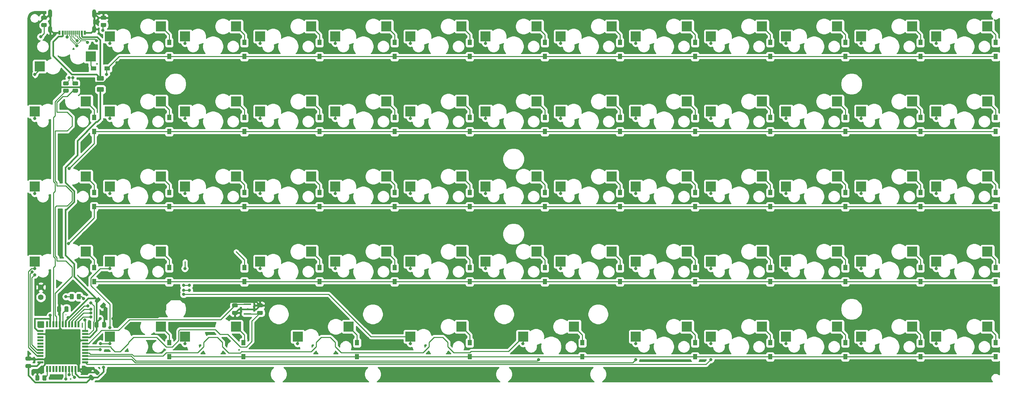
<source format=gbl>
G04 #@! TF.GenerationSoftware,KiCad,Pcbnew,(5.1.10-1-10_14)*
G04 #@! TF.CreationDate,2021-09-30T10:55:57+10:00*
G04 #@! TF.ProjectId,WTLBetter62,57544c42-6574-4746-9572-36322e6b6963,rev?*
G04 #@! TF.SameCoordinates,Original*
G04 #@! TF.FileFunction,Copper,L2,Bot*
G04 #@! TF.FilePolarity,Positive*
%FSLAX46Y46*%
G04 Gerber Fmt 4.6, Leading zero omitted, Abs format (unit mm)*
G04 Created by KiCad (PCBNEW (5.1.10-1-10_14)) date 2021-09-30 10:55:57*
%MOMM*%
%LPD*%
G01*
G04 APERTURE LIST*
G04 #@! TA.AperFunction,SMDPad,CuDef*
%ADD10R,1.900000X0.400000*%
G04 #@! TD*
G04 #@! TA.AperFunction,SMDPad,CuDef*
%ADD11R,2.550000X2.500000*%
G04 #@! TD*
G04 #@! TA.AperFunction,SMDPad,CuDef*
%ADD12R,0.600000X1.000000*%
G04 #@! TD*
G04 #@! TA.AperFunction,SMDPad,CuDef*
%ADD13R,0.300000X1.000000*%
G04 #@! TD*
G04 #@! TA.AperFunction,ComponentPad*
%ADD14O,1.000000X2.200000*%
G04 #@! TD*
G04 #@! TA.AperFunction,ComponentPad*
%ADD15O,1.000000X1.800000*%
G04 #@! TD*
G04 #@! TA.AperFunction,ComponentPad*
%ADD16C,1.400000*%
G04 #@! TD*
G04 #@! TA.AperFunction,SMDPad,CuDef*
%ADD17R,1.000000X1.400000*%
G04 #@! TD*
G04 #@! TA.AperFunction,SMDPad,CuDef*
%ADD18R,1.400000X1.000000*%
G04 #@! TD*
G04 #@! TA.AperFunction,SMDPad,CuDef*
%ADD19R,1.500000X0.550000*%
G04 #@! TD*
G04 #@! TA.AperFunction,SMDPad,CuDef*
%ADD20R,0.550000X1.500000*%
G04 #@! TD*
G04 #@! TA.AperFunction,ViaPad*
%ADD21C,0.800000*%
G04 #@! TD*
G04 #@! TA.AperFunction,Conductor*
%ADD22C,0.250000*%
G04 #@! TD*
G04 #@! TA.AperFunction,Conductor*
%ADD23C,0.381000*%
G04 #@! TD*
G04 #@! TA.AperFunction,Conductor*
%ADD24C,0.200000*%
G04 #@! TD*
G04 #@! TA.AperFunction,NonConductor*
%ADD25C,0.254000*%
G04 #@! TD*
G04 #@! TA.AperFunction,NonConductor*
%ADD26C,0.100000*%
G04 #@! TD*
G04 #@! TA.AperFunction,Conductor*
%ADD27C,0.254000*%
G04 #@! TD*
G04 #@! TA.AperFunction,Conductor*
%ADD28C,0.100000*%
G04 #@! TD*
G04 APERTURE END LIST*
D10*
X80168750Y-51981250D03*
X80168750Y-53181250D03*
X80168750Y-54381250D03*
D11*
X27495500Y8413750D03*
X40422500Y10953750D03*
X105854500Y-57626250D03*
X92927500Y-60166250D03*
X163004500Y-57626250D03*
X150077500Y-60166250D03*
G04 #@! TA.AperFunction,SMDPad,CuDef*
G36*
G01*
X42844822Y-52247823D02*
X43516573Y-51576072D01*
G75*
G02*
X43870127Y-51576072I176777J-176777D01*
G01*
X44223680Y-51929625D01*
G75*
G02*
X44223680Y-52283179I-176777J-176777D01*
G01*
X43551929Y-52954930D01*
G75*
G02*
X43198375Y-52954930I-176777J176777D01*
G01*
X42844822Y-52601377D01*
G75*
G02*
X42844822Y-52247823I176777J176777D01*
G01*
G37*
G04 #@! TD.AperFunction*
G04 #@! TA.AperFunction,SMDPad,CuDef*
G36*
G01*
X41501320Y-50904321D02*
X42173071Y-50232570D01*
G75*
G02*
X42526625Y-50232570I176777J-176777D01*
G01*
X42880178Y-50586123D01*
G75*
G02*
X42880178Y-50939677I-176777J-176777D01*
G01*
X42208427Y-51611428D01*
G75*
G02*
X41854873Y-51611428I-176777J176777D01*
G01*
X41501320Y-51257875D01*
G75*
G02*
X41501320Y-50904321I176777J176777D01*
G01*
G37*
G04 #@! TD.AperFunction*
D12*
X38128750Y16936000D03*
X33308750Y16936000D03*
X38928750Y16936000D03*
X32508750Y16936000D03*
D13*
X33968750Y16936000D03*
X34468750Y16936000D03*
X34968750Y16938000D03*
X35468750Y16936000D03*
X35968750Y16938000D03*
X36468750Y16936000D03*
X36968750Y16936000D03*
X37468750Y16936000D03*
D12*
X38128750Y16936000D03*
X38928750Y16936000D03*
X33308750Y16936000D03*
X32508750Y16936000D03*
D14*
X30138750Y21826000D03*
X41298750Y21826000D03*
D15*
X41298750Y17826000D03*
X30138750Y17826000D03*
D11*
X267779500Y-57626250D03*
X254852500Y-60166250D03*
X248729500Y-57626250D03*
X235802500Y-60166250D03*
X229679500Y-57626250D03*
X216752500Y-60166250D03*
X210629500Y-57626250D03*
X197702500Y-60166250D03*
X191579500Y-57626250D03*
X178652500Y-60166250D03*
X134429500Y-57626250D03*
X121502500Y-60166250D03*
X77279500Y-57626250D03*
X64352500Y-60166250D03*
X58229500Y-57626250D03*
X45302500Y-60166250D03*
X267779500Y-38576250D03*
X254852500Y-41116250D03*
X248729500Y-38576250D03*
X235802500Y-41116250D03*
X229679500Y-38576250D03*
X216752500Y-41116250D03*
X210629500Y-38576250D03*
X197702500Y-41116250D03*
X191579500Y-38576250D03*
X178652500Y-41116250D03*
X172529500Y-38576250D03*
X159602500Y-41116250D03*
X153479500Y-38576250D03*
X140552500Y-41116250D03*
X134429500Y-38576250D03*
X121502500Y-41116250D03*
X115379500Y-38576250D03*
X102452500Y-41116250D03*
X96329500Y-38576250D03*
X83402500Y-41116250D03*
X58229500Y-38576250D03*
X45302500Y-41116250D03*
X39179500Y-38576250D03*
X26252500Y-41116250D03*
X267779500Y-19526250D03*
X254852500Y-22066250D03*
X248729500Y-19526250D03*
X235802500Y-22066250D03*
X229679500Y-19526250D03*
X216752500Y-22066250D03*
X210629500Y-19526250D03*
X197702500Y-22066250D03*
X191579500Y-19526250D03*
X178652500Y-22066250D03*
X172529500Y-19526250D03*
X159602500Y-22066250D03*
X153479500Y-19526250D03*
X140552500Y-22066250D03*
X134429500Y-19526250D03*
X121502500Y-22066250D03*
X115379500Y-19526250D03*
X102452500Y-22066250D03*
X96329500Y-19526250D03*
X83402500Y-22066250D03*
X77279500Y-19526250D03*
X64352500Y-22066250D03*
X58229500Y-19526250D03*
X45302500Y-22066250D03*
X39179500Y-19526250D03*
X26252500Y-22066250D03*
X267779500Y-476250D03*
X254852500Y-3016250D03*
X248729500Y-476250D03*
X235802500Y-3016250D03*
X229679500Y-476250D03*
X216752500Y-3016250D03*
X210629500Y-476250D03*
X197702500Y-3016250D03*
X191579500Y-476250D03*
X178652500Y-3016250D03*
X172529500Y-476250D03*
X159602500Y-3016250D03*
X153479500Y-476250D03*
X140552500Y-3016250D03*
X134429500Y-476250D03*
X121502500Y-3016250D03*
X115379500Y-476250D03*
X102452500Y-3016250D03*
X96329500Y-476250D03*
X83402500Y-3016250D03*
X77279500Y-476250D03*
X64352500Y-3016250D03*
X58229500Y-476250D03*
X45302500Y-3016250D03*
X39179500Y-476250D03*
X26252500Y-3016250D03*
X267779500Y18573750D03*
X254852500Y16033750D03*
X248729500Y18573750D03*
X235802500Y16033750D03*
X229679500Y18573750D03*
X216752500Y16033750D03*
X210629500Y18573750D03*
X197702500Y16033750D03*
X191579500Y18573750D03*
X178652500Y16033750D03*
X172529500Y18573750D03*
X159602500Y16033750D03*
X153479500Y18573750D03*
X140552500Y16033750D03*
X134429500Y18573750D03*
X121502500Y16033750D03*
X115379500Y18573750D03*
X102452500Y16033750D03*
X96329500Y18573750D03*
X83402500Y16033750D03*
X77279500Y18573750D03*
X64352500Y16033750D03*
X58229500Y18573750D03*
X45302500Y16033750D03*
D16*
X27781250Y-50165000D03*
X27781250Y-47625000D03*
D17*
X269875000Y-61725000D03*
X269875000Y-65275000D03*
X250825000Y-61725000D03*
X250825000Y-65275000D03*
X231775000Y-61725000D03*
X231775000Y-65275000D03*
X212725000Y-61725000D03*
X212725000Y-65275000D03*
X193675000Y-61725000D03*
X193675000Y-65275000D03*
X165100000Y-61725000D03*
X165100000Y-65275000D03*
X136525000Y-61725000D03*
X136525000Y-65275000D03*
X107950000Y-61725000D03*
X107950000Y-65275000D03*
X79146250Y-61725000D03*
X79146250Y-65275000D03*
X60325000Y-61725000D03*
X60325000Y-65275000D03*
X269875000Y-42675000D03*
X269875000Y-46225000D03*
X250825000Y-42675000D03*
X250825000Y-46225000D03*
X231775000Y-42675000D03*
X231775000Y-46225000D03*
X212725000Y-42675000D03*
X212725000Y-46225000D03*
X193675000Y-42675000D03*
X193675000Y-46225000D03*
X174625000Y-42675000D03*
X174625000Y-46225000D03*
X155575000Y-42675000D03*
X155575000Y-46225000D03*
X136525000Y-42675000D03*
X136525000Y-46225000D03*
X117475000Y-42675000D03*
X117475000Y-46225000D03*
X98425000Y-42675000D03*
X98425000Y-46225000D03*
X79375000Y-42675000D03*
X79375000Y-46225000D03*
X60325000Y-42675000D03*
X60325000Y-46225000D03*
X41275000Y-42675000D03*
X41275000Y-46225000D03*
X269875000Y-23625000D03*
X269875000Y-27175000D03*
X250825000Y-23625000D03*
X250825000Y-27175000D03*
X231775000Y-23625000D03*
X231775000Y-27175000D03*
X212725000Y-23625000D03*
X212725000Y-27175000D03*
X193675000Y-23625000D03*
X193675000Y-27175000D03*
X174625000Y-23625000D03*
X174625000Y-27175000D03*
X155575000Y-23625000D03*
X155575000Y-27175000D03*
X136525000Y-23625000D03*
X136525000Y-27175000D03*
X117475000Y-23625000D03*
X117475000Y-27175000D03*
X98425000Y-23625000D03*
X98425000Y-27175000D03*
X79375000Y-23625000D03*
X79375000Y-27175000D03*
X60325000Y-23625000D03*
X60325000Y-27175000D03*
X41275000Y-23625000D03*
X41275000Y-27175000D03*
X269875000Y-4575000D03*
X269875000Y-8125000D03*
X250825000Y-4575000D03*
X250825000Y-8125000D03*
X231775000Y-4575000D03*
X231775000Y-8125000D03*
X212725000Y-4575000D03*
X212725000Y-8125000D03*
X193675000Y-4575000D03*
X193675000Y-8125000D03*
X174625000Y-4575000D03*
X174625000Y-8125000D03*
X155575000Y-4575000D03*
X155575000Y-8125000D03*
X136525000Y-4575000D03*
X136525000Y-8125000D03*
X117475000Y-4575000D03*
X117475000Y-8125000D03*
X98425000Y-4575000D03*
X98425000Y-8125000D03*
X79375000Y-4575000D03*
X79375000Y-8125000D03*
X60325000Y-4575000D03*
X60325000Y-8125000D03*
X41275000Y-4575000D03*
X41275000Y-8125000D03*
X269875000Y14475000D03*
X269875000Y10925000D03*
X250825000Y14475000D03*
X250825000Y10925000D03*
X231775000Y14475000D03*
X231775000Y10925000D03*
X212725000Y14475000D03*
X212725000Y10925000D03*
X193675000Y14475000D03*
X193675000Y10925000D03*
X174625000Y14475000D03*
X174625000Y10925000D03*
X155575000Y14475000D03*
X155575000Y10925000D03*
X136525000Y14475000D03*
X136525000Y10925000D03*
X117475000Y14475000D03*
X117475000Y10925000D03*
X98425000Y14475000D03*
X98425000Y10925000D03*
X79375000Y14475000D03*
X79375000Y10925000D03*
X60325000Y14475000D03*
X60325000Y10925000D03*
D18*
X41087500Y7937500D03*
X44637500Y7937500D03*
D19*
X27637500Y-58706250D03*
X27637500Y-59506250D03*
X27637500Y-60306250D03*
X27637500Y-61106250D03*
X27637500Y-61906250D03*
X27637500Y-62706250D03*
X27637500Y-63506250D03*
X27637500Y-64306250D03*
X27637500Y-65106250D03*
X27637500Y-65906250D03*
X27637500Y-66706250D03*
D20*
X29337500Y-68406250D03*
X30137500Y-68406250D03*
X30937500Y-68406250D03*
X31737500Y-68406250D03*
X32537500Y-68406250D03*
X33337500Y-68406250D03*
X34137500Y-68406250D03*
X34937500Y-68406250D03*
X35737500Y-68406250D03*
X36537500Y-68406250D03*
X37337500Y-68406250D03*
D19*
X39037500Y-66706250D03*
X39037500Y-65906250D03*
X39037500Y-65106250D03*
X39037500Y-64306250D03*
X39037500Y-63506250D03*
X39037500Y-62706250D03*
X39037500Y-61906250D03*
X39037500Y-61106250D03*
X39037500Y-60306250D03*
X39037500Y-59506250D03*
X39037500Y-58706250D03*
D20*
X37337500Y-57006250D03*
X36537500Y-57006250D03*
X35737500Y-57006250D03*
X34937500Y-57006250D03*
X34137500Y-57006250D03*
X33337500Y-57006250D03*
X32537500Y-57006250D03*
X31737500Y-57006250D03*
X30937500Y-57006250D03*
X30137500Y-57006250D03*
X29337500Y-57006250D03*
G04 #@! TA.AperFunction,SMDPad,CuDef*
G36*
G01*
X43206249Y19443750D02*
X44106251Y19443750D01*
G75*
G02*
X44356250Y19193751I0J-249999D01*
G01*
X44356250Y18668749D01*
G75*
G02*
X44106251Y18418750I-249999J0D01*
G01*
X43206249Y18418750D01*
G75*
G02*
X42956250Y18668749I0J249999D01*
G01*
X42956250Y19193751D01*
G75*
G02*
X43206249Y19443750I249999J0D01*
G01*
G37*
G04 #@! TD.AperFunction*
G04 #@! TA.AperFunction,SMDPad,CuDef*
G36*
G01*
X43206249Y21268750D02*
X44106251Y21268750D01*
G75*
G02*
X44356250Y21018751I0J-249999D01*
G01*
X44356250Y20493749D01*
G75*
G02*
X44106251Y20243750I-249999J0D01*
G01*
X43206249Y20243750D01*
G75*
G02*
X42956250Y20493749I0J249999D01*
G01*
X42956250Y21018751D01*
G75*
G02*
X43206249Y21268750I249999J0D01*
G01*
G37*
G04 #@! TD.AperFunction*
G04 #@! TA.AperFunction,SMDPad,CuDef*
G36*
G01*
X28124999Y19443750D02*
X29025001Y19443750D01*
G75*
G02*
X29275000Y19193751I0J-249999D01*
G01*
X29275000Y18668749D01*
G75*
G02*
X29025001Y18418750I-249999J0D01*
G01*
X28124999Y18418750D01*
G75*
G02*
X27875000Y18668749I0J249999D01*
G01*
X27875000Y19193751D01*
G75*
G02*
X28124999Y19443750I249999J0D01*
G01*
G37*
G04 #@! TD.AperFunction*
G04 #@! TA.AperFunction,SMDPad,CuDef*
G36*
G01*
X28124999Y21268750D02*
X29025001Y21268750D01*
G75*
G02*
X29275000Y21018751I0J-249999D01*
G01*
X29275000Y20493749D01*
G75*
G02*
X29025001Y20243750I-249999J0D01*
G01*
X28124999Y20243750D01*
G75*
G02*
X27875000Y20493749I0J249999D01*
G01*
X27875000Y21018751D01*
G75*
G02*
X28124999Y21268750I249999J0D01*
G01*
G37*
G04 #@! TD.AperFunction*
G04 #@! TA.AperFunction,SMDPad,CuDef*
G36*
G01*
X28181250Y-71093751D02*
X28181250Y-70193749D01*
G75*
G02*
X28431249Y-69943750I249999J0D01*
G01*
X28956251Y-69943750D01*
G75*
G02*
X29206250Y-70193749I0J-249999D01*
G01*
X29206250Y-71093751D01*
G75*
G02*
X28956251Y-71343750I-249999J0D01*
G01*
X28431249Y-71343750D01*
G75*
G02*
X28181250Y-71093751I0J249999D01*
G01*
G37*
G04 #@! TD.AperFunction*
G04 #@! TA.AperFunction,SMDPad,CuDef*
G36*
G01*
X26356250Y-71093751D02*
X26356250Y-70193749D01*
G75*
G02*
X26606249Y-69943750I249999J0D01*
G01*
X27131251Y-69943750D01*
G75*
G02*
X27381250Y-70193749I0J-249999D01*
G01*
X27381250Y-71093751D01*
G75*
G02*
X27131251Y-71343750I-249999J0D01*
G01*
X26606249Y-71343750D01*
G75*
G02*
X26356250Y-71093751I0J249999D01*
G01*
G37*
G04 #@! TD.AperFunction*
G04 #@! TA.AperFunction,SMDPad,CuDef*
G36*
G01*
X34581251Y3575000D02*
X33681249Y3575000D01*
G75*
G02*
X33431250Y3824999I0J249999D01*
G01*
X33431250Y4350001D01*
G75*
G02*
X33681249Y4600000I249999J0D01*
G01*
X34581251Y4600000D01*
G75*
G02*
X34831250Y4350001I0J-249999D01*
G01*
X34831250Y3824999D01*
G75*
G02*
X34581251Y3575000I-249999J0D01*
G01*
G37*
G04 #@! TD.AperFunction*
G04 #@! TA.AperFunction,SMDPad,CuDef*
G36*
G01*
X34581251Y1750000D02*
X33681249Y1750000D01*
G75*
G02*
X33431250Y1999999I0J249999D01*
G01*
X33431250Y2525001D01*
G75*
G02*
X33681249Y2775000I249999J0D01*
G01*
X34581251Y2775000D01*
G75*
G02*
X34831250Y2525001I0J-249999D01*
G01*
X34831250Y1999999D01*
G75*
G02*
X34581251Y1750000I-249999J0D01*
G01*
G37*
G04 #@! TD.AperFunction*
G04 #@! TA.AperFunction,SMDPad,CuDef*
G36*
G01*
X36962501Y3575000D02*
X36062499Y3575000D01*
G75*
G02*
X35812500Y3824999I0J249999D01*
G01*
X35812500Y4350001D01*
G75*
G02*
X36062499Y4600000I249999J0D01*
G01*
X36962501Y4600000D01*
G75*
G02*
X37212500Y4350001I0J-249999D01*
G01*
X37212500Y3824999D01*
G75*
G02*
X36962501Y3575000I-249999J0D01*
G01*
G37*
G04 #@! TD.AperFunction*
G04 #@! TA.AperFunction,SMDPad,CuDef*
G36*
G01*
X36962501Y1750000D02*
X36062499Y1750000D01*
G75*
G02*
X35812500Y1999999I0J249999D01*
G01*
X35812500Y2525001D01*
G75*
G02*
X36062499Y2775000I249999J0D01*
G01*
X36962501Y2775000D01*
G75*
G02*
X37212500Y2525001I0J-249999D01*
G01*
X37212500Y1999999D01*
G75*
G02*
X36962501Y1750000I-249999J0D01*
G01*
G37*
G04 #@! TD.AperFunction*
G04 #@! TA.AperFunction,SMDPad,CuDef*
G36*
G01*
X36112500Y-49556249D02*
X36112500Y-50456251D01*
G75*
G02*
X35862501Y-50706250I-249999J0D01*
G01*
X35337499Y-50706250D01*
G75*
G02*
X35087500Y-50456251I0J249999D01*
G01*
X35087500Y-49556249D01*
G75*
G02*
X35337499Y-49306250I249999J0D01*
G01*
X35862501Y-49306250D01*
G75*
G02*
X36112500Y-49556249I0J-249999D01*
G01*
G37*
G04 #@! TD.AperFunction*
G04 #@! TA.AperFunction,SMDPad,CuDef*
G36*
G01*
X37937500Y-49556249D02*
X37937500Y-50456251D01*
G75*
G02*
X37687501Y-50706250I-249999J0D01*
G01*
X37162499Y-50706250D01*
G75*
G02*
X36912500Y-50456251I0J249999D01*
G01*
X36912500Y-49556249D01*
G75*
G02*
X37162499Y-49306250I249999J0D01*
G01*
X37687501Y-49306250D01*
G75*
G02*
X37937500Y-49556249I0J-249999D01*
G01*
G37*
G04 #@! TD.AperFunction*
G04 #@! TA.AperFunction,SMDPad,CuDef*
G36*
G01*
X43487500Y4743750D02*
X42237500Y4743750D01*
G75*
G02*
X41987500Y4993750I0J250000D01*
G01*
X41987500Y5743750D01*
G75*
G02*
X42237500Y5993750I250000J0D01*
G01*
X43487500Y5993750D01*
G75*
G02*
X43737500Y5743750I0J-250000D01*
G01*
X43737500Y4993750D01*
G75*
G02*
X43487500Y4743750I-250000J0D01*
G01*
G37*
G04 #@! TD.AperFunction*
G04 #@! TA.AperFunction,SMDPad,CuDef*
G36*
G01*
X43487500Y1943750D02*
X42237500Y1943750D01*
G75*
G02*
X41987500Y2193750I0J250000D01*
G01*
X41987500Y2943750D01*
G75*
G02*
X42237500Y3193750I250000J0D01*
G01*
X43487500Y3193750D01*
G75*
G02*
X43737500Y2943750I0J-250000D01*
G01*
X43737500Y2193750D01*
G75*
G02*
X43487500Y1943750I-250000J0D01*
G01*
G37*
G04 #@! TD.AperFunction*
G04 #@! TA.AperFunction,SMDPad,CuDef*
G36*
G01*
X41929073Y-69867678D02*
X41257322Y-69195927D01*
G75*
G02*
X41257322Y-68842373I176777J176777D01*
G01*
X41610875Y-68488820D01*
G75*
G02*
X41964429Y-68488820I176777J-176777D01*
G01*
X42636180Y-69160571D01*
G75*
G02*
X42636180Y-69514125I-176777J-176777D01*
G01*
X42282627Y-69867678D01*
G75*
G02*
X41929073Y-69867678I-176777J176777D01*
G01*
G37*
G04 #@! TD.AperFunction*
G04 #@! TA.AperFunction,SMDPad,CuDef*
G36*
G01*
X40585571Y-71211180D02*
X39913820Y-70539429D01*
G75*
G02*
X39913820Y-70185875I176777J176777D01*
G01*
X40267373Y-69832322D01*
G75*
G02*
X40620927Y-69832322I176777J-176777D01*
G01*
X41292678Y-70504073D01*
G75*
G02*
X41292678Y-70857627I-176777J-176777D01*
G01*
X40939125Y-71211180D01*
G75*
G02*
X40585571Y-71211180I-176777J176777D01*
G01*
G37*
G04 #@! TD.AperFunction*
G04 #@! TA.AperFunction,SMDPad,CuDef*
G36*
G01*
X43312500Y-57625000D02*
X43312500Y-56675000D01*
G75*
G02*
X43562500Y-56425000I250000J0D01*
G01*
X44062500Y-56425000D01*
G75*
G02*
X44312500Y-56675000I0J-250000D01*
G01*
X44312500Y-57625000D01*
G75*
G02*
X44062500Y-57875000I-250000J0D01*
G01*
X43562500Y-57875000D01*
G75*
G02*
X43312500Y-57625000I0J250000D01*
G01*
G37*
G04 #@! TD.AperFunction*
G04 #@! TA.AperFunction,SMDPad,CuDef*
G36*
G01*
X41412500Y-57625000D02*
X41412500Y-56675000D01*
G75*
G02*
X41662500Y-56425000I250000J0D01*
G01*
X42162500Y-56425000D01*
G75*
G02*
X42412500Y-56675000I0J-250000D01*
G01*
X42412500Y-57625000D01*
G75*
G02*
X42162500Y-57875000I-250000J0D01*
G01*
X41662500Y-57875000D01*
G75*
G02*
X41412500Y-57625000I0J250000D01*
G01*
G37*
G04 #@! TD.AperFunction*
G04 #@! TA.AperFunction,SMDPad,CuDef*
G36*
G01*
X25081250Y-66225000D02*
X24131250Y-66225000D01*
G75*
G02*
X23881250Y-65975000I0J250000D01*
G01*
X23881250Y-65475000D01*
G75*
G02*
X24131250Y-65225000I250000J0D01*
G01*
X25081250Y-65225000D01*
G75*
G02*
X25331250Y-65475000I0J-250000D01*
G01*
X25331250Y-65975000D01*
G75*
G02*
X25081250Y-66225000I-250000J0D01*
G01*
G37*
G04 #@! TD.AperFunction*
G04 #@! TA.AperFunction,SMDPad,CuDef*
G36*
G01*
X25081250Y-68125000D02*
X24131250Y-68125000D01*
G75*
G02*
X23881250Y-67875000I0J250000D01*
G01*
X23881250Y-67375000D01*
G75*
G02*
X24131250Y-67125000I250000J0D01*
G01*
X25081250Y-67125000D01*
G75*
G02*
X25331250Y-67375000I0J-250000D01*
G01*
X25331250Y-67875000D01*
G75*
G02*
X25081250Y-68125000I-250000J0D01*
G01*
G37*
G04 #@! TD.AperFunction*
G04 #@! TA.AperFunction,SMDPad,CuDef*
G36*
G01*
X32887500Y-52706250D02*
X32887500Y-53656250D01*
G75*
G02*
X32637500Y-53906250I-250000J0D01*
G01*
X32137500Y-53906250D01*
G75*
G02*
X31887500Y-53656250I0J250000D01*
G01*
X31887500Y-52706250D01*
G75*
G02*
X32137500Y-52456250I250000J0D01*
G01*
X32637500Y-52456250D01*
G75*
G02*
X32887500Y-52706250I0J-250000D01*
G01*
G37*
G04 #@! TD.AperFunction*
G04 #@! TA.AperFunction,SMDPad,CuDef*
G36*
G01*
X34787500Y-52706250D02*
X34787500Y-53656250D01*
G75*
G02*
X34537500Y-53906250I-250000J0D01*
G01*
X34037500Y-53906250D01*
G75*
G02*
X33787500Y-53656250I0J250000D01*
G01*
X33787500Y-52706250D01*
G75*
G02*
X34037500Y-52456250I250000J0D01*
G01*
X34537500Y-52456250D01*
G75*
G02*
X34787500Y-52706250I0J-250000D01*
G01*
G37*
G04 #@! TD.AperFunction*
G04 #@! TA.AperFunction,SMDPad,CuDef*
G36*
G01*
X76518750Y-53631250D02*
X77468750Y-53631250D01*
G75*
G02*
X77718750Y-53881250I0J-250000D01*
G01*
X77718750Y-54381250D01*
G75*
G02*
X77468750Y-54631250I-250000J0D01*
G01*
X76518750Y-54631250D01*
G75*
G02*
X76268750Y-54381250I0J250000D01*
G01*
X76268750Y-53881250D01*
G75*
G02*
X76518750Y-53631250I250000J0D01*
G01*
G37*
G04 #@! TD.AperFunction*
G04 #@! TA.AperFunction,SMDPad,CuDef*
G36*
G01*
X76518750Y-51731250D02*
X77468750Y-51731250D01*
G75*
G02*
X77718750Y-51981250I0J-250000D01*
G01*
X77718750Y-52481250D01*
G75*
G02*
X77468750Y-52731250I-250000J0D01*
G01*
X76518750Y-52731250D01*
G75*
G02*
X76268750Y-52481250I0J250000D01*
G01*
X76268750Y-51981250D01*
G75*
G02*
X76518750Y-51731250I250000J0D01*
G01*
G37*
G04 #@! TD.AperFunction*
G04 #@! TA.AperFunction,SMDPad,CuDef*
G36*
G01*
X83818750Y-52731250D02*
X82868750Y-52731250D01*
G75*
G02*
X82618750Y-52481250I0J250000D01*
G01*
X82618750Y-51981250D01*
G75*
G02*
X82868750Y-51731250I250000J0D01*
G01*
X83818750Y-51731250D01*
G75*
G02*
X84068750Y-51981250I0J-250000D01*
G01*
X84068750Y-52481250D01*
G75*
G02*
X83818750Y-52731250I-250000J0D01*
G01*
G37*
G04 #@! TD.AperFunction*
G04 #@! TA.AperFunction,SMDPad,CuDef*
G36*
G01*
X83818750Y-54631250D02*
X82868750Y-54631250D01*
G75*
G02*
X82618750Y-54381250I0J250000D01*
G01*
X82618750Y-53881250D01*
G75*
G02*
X82868750Y-53631250I250000J0D01*
G01*
X83818750Y-53631250D01*
G75*
G02*
X84068750Y-53881250I0J-250000D01*
G01*
X84068750Y-54381250D01*
G75*
G02*
X83818750Y-54631250I-250000J0D01*
G01*
G37*
G04 #@! TD.AperFunction*
D21*
X45243750Y-42862500D03*
X45243750Y-4762500D03*
X45243750Y-23812500D03*
X45243750Y-61912500D03*
X45243750Y14287500D03*
X83343750Y-42862500D03*
X83343750Y-4762500D03*
X83343750Y-23812500D03*
X102393750Y-42862500D03*
X102393750Y-4762500D03*
X102393750Y-23812500D03*
X140493750Y-42862500D03*
X140493750Y-4762500D03*
X140493750Y-23812500D03*
X159543750Y-42862500D03*
X159543750Y-4762500D03*
X159543750Y-23812500D03*
X254793750Y-42862500D03*
X254793750Y-4762500D03*
X254793750Y-23812500D03*
X254793750Y-61912500D03*
X254793750Y14287500D03*
X235743750Y-42862500D03*
X235743750Y-4762500D03*
X235743750Y-23812500D03*
X235743750Y-61912500D03*
X235743750Y14287500D03*
X216693750Y-42862500D03*
X216693750Y-4762500D03*
X216693750Y-23812500D03*
X216693750Y-61912500D03*
X216693750Y14287500D03*
X197643750Y-42862500D03*
X197643750Y-4762500D03*
X197643750Y-23812500D03*
X197643750Y-61912500D03*
X197643750Y14287500D03*
X178593750Y-42862500D03*
X178593750Y-4762500D03*
X178593750Y-23812500D03*
X178593750Y-61912500D03*
X178593750Y14287500D03*
X159543750Y14287500D03*
X140493750Y14287500D03*
X121443750Y-42862500D03*
X121443750Y-4762500D03*
X121443750Y-23812500D03*
X121443750Y-61912500D03*
X121443750Y14287500D03*
X102393750Y14287500D03*
X83343750Y14287500D03*
X32543750Y-51593750D03*
X47040778Y9315472D03*
X36512500Y-61912500D03*
X43812500Y-54925000D03*
X46037500Y-55562500D03*
X25403249Y7146999D03*
X42862500Y-55562500D03*
X43656250Y-67925021D03*
X30162500Y-54768750D03*
X34735471Y-55372971D03*
X38893750Y-55906256D03*
X44450000Y6350000D03*
X34925000Y-17462500D03*
X25515778Y-43772028D03*
X34777499Y-36512500D03*
X26222886Y-44479136D03*
X35875003Y5556250D03*
X39562883Y14538069D03*
X34925000Y5556250D03*
X37002208Y14932207D03*
X36873695Y13632206D03*
X27714561Y15941689D03*
X34436290Y15905216D03*
X43486897Y17544040D03*
X41906657Y14919157D03*
X26193750Y-4762500D03*
X26193750Y-23812500D03*
X26193750Y-42862500D03*
X26193750Y6350000D03*
X42865750Y-61912500D03*
X42862500Y-63500000D03*
X45243750Y-57866249D03*
X64293750Y14287500D03*
X64293750Y-4762500D03*
X64293750Y-23812500D03*
X64293750Y-42862500D03*
X64293750Y-61912500D03*
X39687500Y-52387500D03*
X40481250Y-53181250D03*
X63968749Y-47162499D03*
X65430000Y-47160000D03*
X92868750Y-61912500D03*
X40481250Y-54181253D03*
X63968749Y-48418750D03*
X65418749Y-48418750D03*
X40481250Y-55181256D03*
X63968749Y-49418753D03*
X150018750Y-61912500D03*
X153987500Y-66000000D03*
X178593750Y-66000000D03*
X197643750Y-66000000D03*
X36341031Y-70458718D03*
X34925000Y-69850000D03*
X34131250Y-70943760D03*
X34131250Y-50006250D03*
X38595831Y-50502081D03*
X40481250Y-51593750D03*
D22*
X45302500Y-42803750D02*
X45243750Y-42862500D01*
X45302500Y-41116250D02*
X45302500Y-42803750D01*
X45302500Y-4703750D02*
X45243750Y-4762500D01*
X45302500Y-3016250D02*
X45302500Y-4703750D01*
X45302500Y-22066250D02*
X45302500Y-23753750D01*
X45302500Y-23753750D02*
X45243750Y-23812500D01*
X45302500Y-60166250D02*
X45302500Y-61853750D01*
X45302500Y-61853750D02*
X45243750Y-61912500D01*
X45302500Y14346250D02*
X45243750Y14287500D01*
X45302500Y16033750D02*
X45302500Y14346250D01*
X83402500Y-42803750D02*
X83343750Y-42862500D01*
X83402500Y-41116250D02*
X83402500Y-42803750D01*
X83402500Y-4703750D02*
X83343750Y-4762500D01*
X83402500Y-3016250D02*
X83402500Y-4703750D01*
X83402500Y-22066250D02*
X83402500Y-23753750D01*
X83402500Y-23753750D02*
X83343750Y-23812500D01*
X102452500Y-42803750D02*
X102393750Y-42862500D01*
X102452500Y-41116250D02*
X102452500Y-42803750D01*
X102452500Y-4703750D02*
X102393750Y-4762500D01*
X102452500Y-3016250D02*
X102452500Y-4703750D01*
X102452500Y-22066250D02*
X102452500Y-23753750D01*
X102452500Y-23753750D02*
X102393750Y-23812500D01*
X140552500Y-42803750D02*
X140493750Y-42862500D01*
X140552500Y-41116250D02*
X140552500Y-42803750D01*
X140552500Y-4703750D02*
X140493750Y-4762500D01*
X140552500Y-3016250D02*
X140552500Y-4703750D01*
X140552500Y-22066250D02*
X140552500Y-23753750D01*
X140552500Y-23753750D02*
X140493750Y-23812500D01*
X159602500Y-42803750D02*
X159543750Y-42862500D01*
X159602500Y-41116250D02*
X159602500Y-42803750D01*
X159602500Y-4703750D02*
X159543750Y-4762500D01*
X159602500Y-3016250D02*
X159602500Y-4703750D01*
X159602500Y-22066250D02*
X159602500Y-23753750D01*
X159602500Y-23753750D02*
X159543750Y-23812500D01*
X254852500Y-42803750D02*
X254793750Y-42862500D01*
X254852500Y-41116250D02*
X254852500Y-42803750D01*
X254852500Y-4703750D02*
X254793750Y-4762500D01*
X254852500Y-3016250D02*
X254852500Y-4703750D01*
X254852500Y-22066250D02*
X254852500Y-23753750D01*
X254852500Y-23753750D02*
X254793750Y-23812500D01*
X254852500Y-60166250D02*
X254852500Y-61853750D01*
X254852500Y-61853750D02*
X254793750Y-61912500D01*
X254852500Y14346250D02*
X254793750Y14287500D01*
X254852500Y16033750D02*
X254852500Y14346250D01*
X235802500Y-42803750D02*
X235743750Y-42862500D01*
X235802500Y-41116250D02*
X235802500Y-42803750D01*
X235802500Y-4703750D02*
X235743750Y-4762500D01*
X235802500Y-3016250D02*
X235802500Y-4703750D01*
X235802500Y-22066250D02*
X235802500Y-23753750D01*
X235802500Y-23753750D02*
X235743750Y-23812500D01*
X235802500Y-60166250D02*
X235802500Y-61853750D01*
X235802500Y-61853750D02*
X235743750Y-61912500D01*
X235802500Y14346250D02*
X235743750Y14287500D01*
X235802500Y16033750D02*
X235802500Y14346250D01*
X216752500Y-42803750D02*
X216693750Y-42862500D01*
X216752500Y-41116250D02*
X216752500Y-42803750D01*
X216752500Y-4703750D02*
X216693750Y-4762500D01*
X216752500Y-3016250D02*
X216752500Y-4703750D01*
X216752500Y-22066250D02*
X216752500Y-23753750D01*
X216752500Y-23753750D02*
X216693750Y-23812500D01*
X216752500Y-60166250D02*
X216752500Y-61853750D01*
X216752500Y-61853750D02*
X216693750Y-61912500D01*
X216752500Y14346250D02*
X216693750Y14287500D01*
X216752500Y16033750D02*
X216752500Y14346250D01*
X197702500Y-42803750D02*
X197643750Y-42862500D01*
X197702500Y-41116250D02*
X197702500Y-42803750D01*
X197702500Y-4703750D02*
X197643750Y-4762500D01*
X197702500Y-3016250D02*
X197702500Y-4703750D01*
X197702500Y-22066250D02*
X197702500Y-23753750D01*
X197702500Y-23753750D02*
X197643750Y-23812500D01*
X197702500Y-60166250D02*
X197702500Y-61853750D01*
X197702500Y-61853750D02*
X197643750Y-61912500D01*
X197702500Y14346250D02*
X197643750Y14287500D01*
X197702500Y16033750D02*
X197702500Y14346250D01*
X178652500Y-42803750D02*
X178593750Y-42862500D01*
X178652500Y-41116250D02*
X178652500Y-42803750D01*
X178652500Y-4703750D02*
X178593750Y-4762500D01*
X178652500Y-3016250D02*
X178652500Y-4703750D01*
X178652500Y-22066250D02*
X178652500Y-23753750D01*
X178652500Y-23753750D02*
X178593750Y-23812500D01*
X178652500Y-60166250D02*
X178652500Y-61853750D01*
X178652500Y-61853750D02*
X178593750Y-61912500D01*
X178652500Y14346250D02*
X178593750Y14287500D01*
X178652500Y16033750D02*
X178652500Y14346250D01*
X159602500Y14346250D02*
X159543750Y14287500D01*
X159602500Y16033750D02*
X159602500Y14346250D01*
X140552500Y14346250D02*
X140493750Y14287500D01*
X140552500Y16033750D02*
X140552500Y14346250D01*
X121502500Y-42803750D02*
X121443750Y-42862500D01*
X121502500Y-41116250D02*
X121502500Y-42803750D01*
X121502500Y-4703750D02*
X121443750Y-4762500D01*
X121502500Y-3016250D02*
X121502500Y-4703750D01*
X121502500Y-22066250D02*
X121502500Y-23753750D01*
X121502500Y-23753750D02*
X121443750Y-23812500D01*
X121502500Y-60166250D02*
X121502500Y-61853750D01*
X121502500Y-61853750D02*
X121443750Y-61912500D01*
X121502500Y14346250D02*
X121443750Y14287500D01*
X121502500Y16033750D02*
X121502500Y14346250D01*
X102452500Y14346250D02*
X102393750Y14287500D01*
X102452500Y16033750D02*
X102452500Y14346250D01*
X83402500Y14346250D02*
X83343750Y14287500D01*
X83402500Y16033750D02*
X83402500Y14346250D01*
X60325000Y-59721750D02*
X58229500Y-57626250D01*
X60325000Y-61725000D02*
X60325000Y-59721750D01*
X79375000Y-59721750D02*
X77279500Y-57626250D01*
X79375000Y-61725000D02*
X79375000Y-59721750D01*
X107950000Y-61725000D02*
X107950000Y-59721750D01*
X107950000Y-59721750D02*
X105854500Y-57626250D01*
X136525000Y-59721750D02*
X134429500Y-57626250D01*
X136525000Y-61725000D02*
X136525000Y-59721750D01*
X165100000Y-61725000D02*
X165100000Y-59721750D01*
X165100000Y-59721750D02*
X163004500Y-57626250D01*
X193675000Y-61725000D02*
X193675000Y-59721750D01*
X193675000Y-59721750D02*
X191579500Y-57626250D01*
X212725000Y-59721750D02*
X210629500Y-57626250D01*
X212725000Y-61725000D02*
X212725000Y-59721750D01*
X231775000Y-61725000D02*
X231775000Y-59721750D01*
X231775000Y-59721750D02*
X229679500Y-57626250D01*
X250825000Y-61725000D02*
X250825000Y-59721750D01*
X250825000Y-59721750D02*
X248729500Y-57626250D01*
X269875000Y-59721750D02*
X267779500Y-57626250D01*
X269875000Y-61725000D02*
X269875000Y-59721750D01*
X41275000Y-42675000D02*
X41275000Y-40671750D01*
X41275000Y-40671750D02*
X39179500Y-38576250D01*
X60325000Y-40671750D02*
X58229500Y-38576250D01*
X60325000Y-42675000D02*
X60325000Y-40671750D01*
X79375000Y-40671750D02*
X77279500Y-38576250D01*
X79375000Y-42675000D02*
X79375000Y-40671750D01*
X98425000Y-40671750D02*
X96329500Y-38576250D01*
X98425000Y-42675000D02*
X98425000Y-40671750D01*
X117475000Y-42675000D02*
X117475000Y-40671750D01*
X117475000Y-40671750D02*
X115379500Y-38576250D01*
X136525000Y-40671750D02*
X134429500Y-38576250D01*
X136525000Y-42675000D02*
X136525000Y-40671750D01*
X155575000Y-42675000D02*
X155575000Y-40671750D01*
X155575000Y-40671750D02*
X153479500Y-38576250D01*
X174625000Y-42675000D02*
X174625000Y-40671750D01*
X174625000Y-40671750D02*
X172529500Y-38576250D01*
X193675000Y-42675000D02*
X193675000Y-40671750D01*
X193675000Y-40671750D02*
X191579500Y-38576250D01*
X212725000Y-40671750D02*
X210629500Y-38576250D01*
X212725000Y-42675000D02*
X212725000Y-40671750D01*
X231775000Y-42675000D02*
X231775000Y-40671750D01*
X231775000Y-40671750D02*
X229679500Y-38576250D01*
X250825000Y-42675000D02*
X250825000Y-40671750D01*
X250825000Y-40671750D02*
X248729500Y-38576250D01*
X269875000Y-40671750D02*
X267779500Y-38576250D01*
X269875000Y-42675000D02*
X269875000Y-40671750D01*
X41275000Y-23625000D02*
X41275000Y-21621750D01*
X41275000Y-21621750D02*
X39179500Y-19526250D01*
X60325000Y-21621750D02*
X58229500Y-19526250D01*
X60325000Y-23625000D02*
X60325000Y-21621750D01*
X79375000Y-21621750D02*
X77279500Y-19526250D01*
X79375000Y-23625000D02*
X79375000Y-21621750D01*
X98425000Y-21621750D02*
X96329500Y-19526250D01*
X98425000Y-23625000D02*
X98425000Y-21621750D01*
X117475000Y-23625000D02*
X117475000Y-21621750D01*
X117475000Y-21621750D02*
X115379500Y-19526250D01*
X136525000Y-21621750D02*
X134429500Y-19526250D01*
X136525000Y-23625000D02*
X136525000Y-21621750D01*
X155575000Y-23625000D02*
X155575000Y-21621750D01*
X155575000Y-21621750D02*
X153479500Y-19526250D01*
X174625000Y-23625000D02*
X174625000Y-21621750D01*
X174625000Y-21621750D02*
X172529500Y-19526250D01*
X193675000Y-23625000D02*
X193675000Y-21621750D01*
X193675000Y-21621750D02*
X191579500Y-19526250D01*
X212725000Y-21621750D02*
X210629500Y-19526250D01*
X212725000Y-23625000D02*
X212725000Y-21621750D01*
X231775000Y-23625000D02*
X231775000Y-21621750D01*
X231775000Y-21621750D02*
X229679500Y-19526250D01*
X250825000Y-23625000D02*
X250825000Y-21621750D01*
X250825000Y-21621750D02*
X248729500Y-19526250D01*
X269875000Y-21621750D02*
X267779500Y-19526250D01*
X269875000Y-23625000D02*
X269875000Y-21621750D01*
D23*
X30138750Y17692381D02*
X30138750Y17826000D01*
X30895131Y16936000D02*
X30138750Y17692381D01*
X32508750Y16936000D02*
X30895131Y16936000D01*
X41298750Y17692381D02*
X41298750Y17826000D01*
X40542369Y16936000D02*
X41298750Y17692381D01*
X38928750Y16936000D02*
X40542369Y16936000D01*
X42368500Y20756250D02*
X41298750Y21826000D01*
X43656250Y20756250D02*
X42368500Y20756250D01*
X32537500Y-53331250D02*
X32537500Y-57006250D01*
X32387500Y-53181250D02*
X32537500Y-53331250D01*
X32543750Y-53025000D02*
X32387500Y-53181250D01*
X32543750Y-51593750D02*
X32543750Y-53025000D01*
X37337500Y-61675250D02*
X37906500Y-61106250D01*
X37337500Y-68406250D02*
X37337500Y-61675250D01*
X32537500Y-57934152D02*
X32537500Y-57006250D01*
X35709598Y-61106250D02*
X32537500Y-57934152D01*
X39037500Y-61106250D02*
X35709598Y-61106250D01*
X36306500Y-59506250D02*
X27637500Y-59506250D01*
X37906500Y-61106250D02*
X36306500Y-59506250D01*
X39037500Y-61106250D02*
X37906500Y-61106250D01*
X28565402Y-65906250D02*
X27637500Y-65906250D01*
X33365402Y-61106250D02*
X28565402Y-65906250D01*
X39037500Y-61106250D02*
X33365402Y-61106250D01*
X35968500Y-65906250D02*
X37337500Y-67275250D01*
X27637500Y-65906250D02*
X35968500Y-65906250D01*
X28768500Y-65906250D02*
X32537500Y-62137250D01*
X32537500Y-62137250D02*
X32537500Y-57006250D01*
X31168500Y-59506250D02*
X27637500Y-59506250D01*
X32537500Y-58137250D02*
X31168500Y-59506250D01*
X32537500Y-57006250D02*
X32537500Y-58137250D01*
X37337500Y-67478348D02*
X37337500Y-68406250D01*
X32537500Y-62678348D02*
X37337500Y-67478348D01*
X32537500Y-57006250D02*
X32537500Y-62678348D01*
X29568500Y-59506250D02*
X27637500Y-59506250D01*
X37337500Y-67275250D02*
X29568500Y-59506250D01*
X37337500Y-68406250D02*
X37337500Y-67275250D01*
X24787500Y-65906250D02*
X27637500Y-65906250D01*
X24606250Y-65725000D02*
X24787500Y-65906250D01*
X28768500Y-65906250D02*
X27637500Y-65906250D01*
X28778001Y-65915751D02*
X28768500Y-65906250D01*
X28778001Y-67293651D02*
X28778001Y-65915751D01*
X26868750Y-69202902D02*
X28778001Y-67293651D01*
X26868750Y-70643750D02*
X26868750Y-69202902D01*
X38109499Y-69178249D02*
X37337500Y-68406250D01*
X41946751Y-69178249D02*
X38109499Y-69178249D01*
X43752810Y4353240D02*
X47040778Y7641208D01*
X40803440Y3184490D02*
X41972190Y4353240D01*
X47040778Y7641208D02*
X47040778Y9315472D01*
X28575000Y20756250D02*
X26410990Y18592240D01*
X41972190Y4353240D02*
X43752810Y4353240D01*
X26410990Y18592240D02*
X26410990Y12645646D01*
X37318750Y-61106250D02*
X36512500Y-61912500D01*
X39037500Y-61106250D02*
X37318750Y-61106250D01*
X43812500Y-57150000D02*
X43812500Y-54925000D01*
X63831941Y-51340749D02*
X63131941Y-50640749D01*
X60693059Y-50640749D02*
X59371999Y-51961809D01*
X63131941Y-50640749D02*
X60693059Y-50640749D01*
X59371999Y-53340501D02*
X57426761Y-55285739D01*
X59371999Y-51961809D02*
X59371999Y-53340501D01*
X46314261Y-55285739D02*
X46037500Y-55562500D01*
X57426761Y-55285739D02*
X46314261Y-55285739D01*
X28189318Y3184490D02*
X34426490Y3184490D01*
X25403249Y5970559D02*
X28189318Y3184490D01*
X26410990Y12645646D02*
X25403249Y11637905D01*
X34426490Y3184490D02*
X40803440Y3184490D01*
X33415940Y3184490D02*
X34426490Y3184490D01*
X25403249Y7146999D02*
X25403249Y5970559D01*
X25403249Y11637905D02*
X25403249Y7146999D01*
X29069000Y20756250D02*
X30138750Y21826000D01*
X28575000Y20756250D02*
X29069000Y20756250D01*
X43812500Y-52543750D02*
X43534251Y-52265501D01*
X43812500Y-54925000D02*
X43812500Y-52543750D01*
X82393750Y-53181250D02*
X80168750Y-53181250D01*
X83343750Y-52231250D02*
X82393750Y-53181250D01*
X77943750Y-53181250D02*
X80168750Y-53181250D01*
X76993750Y-54131250D02*
X77943750Y-53181250D01*
X63831950Y-51340740D02*
X63831941Y-51340749D01*
X82453240Y-51340740D02*
X63831950Y-51340740D01*
X83343750Y-52231250D02*
X82453240Y-51340740D01*
D22*
X83243750Y-54031250D02*
X83343750Y-54131250D01*
X78386249Y-62750001D02*
X79906251Y-62750001D01*
X71991497Y-58341249D02*
X73181498Y-59531250D01*
X73181498Y-59531250D02*
X75167498Y-59531250D01*
X63067499Y-58341249D02*
X71991497Y-58341249D01*
X75167498Y-59531250D02*
X78386249Y-62750001D01*
X62752499Y-61082503D02*
X62752499Y-58656249D01*
X79906251Y-62750001D02*
X81268750Y-61387502D01*
X61085001Y-62750001D02*
X62752499Y-61082503D01*
X62752499Y-58656249D02*
X63067499Y-58341249D01*
X57146247Y-60331249D02*
X59564999Y-62750001D01*
X51247499Y-60331249D02*
X57146247Y-60331249D01*
X50012499Y-61888253D02*
X50012499Y-61566249D01*
X50012499Y-61566249D02*
X51247499Y-60331249D01*
X47919501Y-63981251D02*
X50012499Y-61888253D01*
X46518751Y-63981251D02*
X47919501Y-63981251D01*
X59564999Y-62750001D02*
X61085001Y-62750001D01*
X45531498Y-62993998D02*
X46518751Y-63981251D01*
X45531498Y-62706250D02*
X45531498Y-62993998D01*
X39037500Y-62706250D02*
X45531498Y-62706250D01*
X83093750Y-54381250D02*
X83343750Y-54131250D01*
X80168750Y-54381250D02*
X83093750Y-54381250D01*
X81268750Y-56206250D02*
X83343750Y-54131250D01*
X81268750Y-61387502D02*
X81268750Y-56206250D01*
X77243750Y-51981250D02*
X76993750Y-52231250D01*
X80168750Y-51981250D02*
X77243750Y-51981250D01*
X39847502Y-61906250D02*
X39037500Y-61906250D01*
X47451499Y-58591249D02*
X43162503Y-58591249D01*
X50241499Y-55801249D02*
X47451499Y-58591249D01*
X73423751Y-55801249D02*
X50241499Y-55801249D01*
X43162503Y-58591249D02*
X39847502Y-61906250D01*
X76993750Y-52231250D02*
X73423751Y-55801249D01*
X33337500Y-54131250D02*
X33337500Y-57006250D01*
X34287500Y-53181250D02*
X33337500Y-54131250D01*
D23*
X41912500Y-58562250D02*
X41912500Y-57150000D01*
X40168500Y-60306250D02*
X41912500Y-58562250D01*
X39037500Y-60306250D02*
X40168500Y-60306250D01*
X41912500Y-50643750D02*
X41695774Y-50427024D01*
X41912500Y-57150000D02*
X41912500Y-50643750D01*
X34137500Y-56078348D02*
X34137500Y-57006250D01*
X39788824Y-50427024D02*
X34137500Y-56078348D01*
X41695774Y-50427024D02*
X39788824Y-50427024D01*
X37522001Y-70521751D02*
X40603249Y-70521751D01*
X36537500Y-69537250D02*
X37522001Y-70521751D01*
X36537500Y-68406250D02*
X36537500Y-69537250D01*
X26718750Y-67625000D02*
X27637500Y-66706250D01*
X24606250Y-67625000D02*
X26718750Y-67625000D01*
X26340940Y-71734260D02*
X39390740Y-71734260D01*
X39390740Y-71734260D02*
X40603249Y-70521751D01*
X24606250Y-69999570D02*
X26340940Y-71734260D01*
X24606250Y-67625000D02*
X24606250Y-69999570D01*
X41912500Y-56512500D02*
X42862500Y-55562500D01*
X41912500Y-57150000D02*
X41912500Y-56512500D01*
X42180819Y-70521751D02*
X43656250Y-69046320D01*
X40603249Y-70521751D02*
X42180819Y-70521751D01*
X43656250Y-69046320D02*
X43656250Y-67925021D01*
X30137500Y-55875250D02*
X29824750Y-55562500D01*
X30137500Y-57006250D02*
X30137500Y-55875250D01*
X29824750Y-55562500D02*
X26193750Y-55562500D01*
X26193750Y-55562500D02*
X26193750Y-57943750D01*
X26956250Y-58706250D02*
X27637500Y-58706250D01*
X26193750Y-57943750D02*
X26956250Y-58706250D01*
X30137500Y-54793750D02*
X30162500Y-54768750D01*
X30137500Y-55875250D02*
X30137500Y-54793750D01*
X33986999Y-21011706D02*
X33986999Y-19699499D01*
X36228011Y-25959782D02*
X36228011Y-23252718D01*
X33986999Y-27925501D02*
X34262292Y-27925501D01*
X33986999Y-39483691D02*
X33986999Y-27925501D01*
X36228011Y-41724703D02*
X33986999Y-39483691D01*
X34262292Y-27925501D02*
X36228011Y-25959782D01*
X36228011Y-44959261D02*
X36228011Y-41724703D01*
X41695774Y-50427024D02*
X36228011Y-44959261D01*
X36228011Y-23252718D02*
X33986999Y-21011706D01*
X33986999Y-20433691D02*
X33986999Y-19699499D01*
X33986999Y-17230559D02*
X37076999Y-14140559D01*
X33986999Y-19699499D02*
X33986999Y-17230559D01*
X42087401Y-5665501D02*
X42862500Y-4890402D01*
X41831597Y-5665501D02*
X42087401Y-5665501D01*
X37076999Y-10420099D02*
X41831597Y-5665501D01*
X37076999Y-14140559D02*
X37076999Y-10420099D01*
X42862500Y-4890402D02*
X42862500Y-2381250D01*
X42862500Y-2381250D02*
X42862500Y2568750D01*
D22*
X40422500Y8602500D02*
X41087500Y7937500D01*
X40422500Y10953750D02*
X40422500Y8602500D01*
X269875000Y10925000D02*
X60325000Y10925000D01*
X47625000Y10925000D02*
X44637500Y7937500D01*
X60325000Y10925000D02*
X47625000Y10925000D01*
X39037500Y-56050006D02*
X38893750Y-55906256D01*
X39037500Y-58706250D02*
X39037500Y-56050006D01*
X44450000Y7750000D02*
X44637500Y7937500D01*
X44450000Y6350000D02*
X44450000Y7750000D01*
X60325000Y16478250D02*
X58229500Y18573750D01*
X60325000Y14475000D02*
X60325000Y16478250D01*
X79375000Y16478250D02*
X77279500Y18573750D01*
X79375000Y14475000D02*
X79375000Y16478250D01*
X98425000Y16478250D02*
X96329500Y18573750D01*
X98425000Y14475000D02*
X98425000Y16478250D01*
X117475000Y16478250D02*
X115379500Y18573750D01*
X117475000Y14475000D02*
X117475000Y16478250D01*
X136525000Y16478250D02*
X134429500Y18573750D01*
X136525000Y14475000D02*
X136525000Y16478250D01*
X155575000Y16478250D02*
X153479500Y18573750D01*
X155575000Y14475000D02*
X155575000Y16478250D01*
X174625000Y16478250D02*
X172529500Y18573750D01*
X174625000Y14475000D02*
X174625000Y16478250D01*
X193675000Y16478250D02*
X191579500Y18573750D01*
X193675000Y14475000D02*
X193675000Y16478250D01*
X212725000Y16478250D02*
X210629500Y18573750D01*
X212725000Y14475000D02*
X212725000Y16478250D01*
X231775000Y16478250D02*
X229679500Y18573750D01*
X231775000Y14475000D02*
X231775000Y16478250D01*
X250825000Y16478250D02*
X248729500Y18573750D01*
X250825000Y14475000D02*
X250825000Y16478250D01*
X269875000Y16478250D02*
X267779500Y18573750D01*
X269875000Y14475000D02*
X269875000Y16478250D01*
X41275000Y-2571750D02*
X39179500Y-476250D01*
X41275000Y-4575000D02*
X41275000Y-2571750D01*
X269875000Y-8125000D02*
X41275000Y-8125000D01*
X41275000Y-11112500D02*
X34925000Y-17462500D01*
X41275000Y-8125000D02*
X41275000Y-11112500D01*
X25515778Y-43772028D02*
X25056260Y-44231546D01*
X26827498Y-64306250D02*
X27637500Y-64306250D01*
X25056260Y-62535012D02*
X26827498Y-64306250D01*
X25056260Y-44231546D02*
X25056260Y-62535012D01*
X60325000Y-2571750D02*
X58229500Y-476250D01*
X60325000Y-4575000D02*
X60325000Y-2571750D01*
X79375000Y-2571750D02*
X77279500Y-476250D01*
X79375000Y-4575000D02*
X79375000Y-2571750D01*
X98425000Y-2571750D02*
X96329500Y-476250D01*
X98425000Y-4575000D02*
X98425000Y-2571750D01*
X117475000Y-2571750D02*
X115379500Y-476250D01*
X117475000Y-4575000D02*
X117475000Y-2571750D01*
X136525000Y-2571750D02*
X134429500Y-476250D01*
X136525000Y-4575000D02*
X136525000Y-2571750D01*
X155575000Y-2571750D02*
X153479500Y-476250D01*
X155575000Y-4575000D02*
X155575000Y-2571750D01*
X174625000Y-2571750D02*
X172529500Y-476250D01*
X174625000Y-4575000D02*
X174625000Y-2571750D01*
X193675000Y-2571750D02*
X191579500Y-476250D01*
X193675000Y-4575000D02*
X193675000Y-2571750D01*
X212725000Y-2571750D02*
X210629500Y-476250D01*
X212725000Y-4575000D02*
X212725000Y-2571750D01*
X231775000Y-2571750D02*
X229679500Y-476250D01*
X231775000Y-4575000D02*
X231775000Y-2571750D01*
X250825000Y-2571750D02*
X248729500Y-476250D01*
X250825000Y-4575000D02*
X250825000Y-2571750D01*
X269875000Y-2571750D02*
X267779500Y-476250D01*
X269875000Y-4575000D02*
X269875000Y-2571750D01*
X41275000Y-27175000D02*
X269875000Y-27175000D01*
X41275000Y-30014999D02*
X34777499Y-36512500D01*
X41275000Y-27175000D02*
X41275000Y-30014999D01*
X26827498Y-63506250D02*
X27637500Y-63506250D01*
X25506270Y-62185022D02*
X26827498Y-63506250D01*
X25506270Y-45195752D02*
X25506270Y-62185022D01*
X26222886Y-44479136D02*
X25506270Y-45195752D01*
X269875000Y-46225000D02*
X41275000Y-46225000D01*
X60325000Y-65275000D02*
X269875000Y-65275000D01*
D23*
X42862500Y5368750D02*
X42862500Y8731250D01*
X38308750Y15875000D02*
X38128750Y16055000D01*
X42068750Y15875000D02*
X38308750Y15875000D01*
X38128750Y16055000D02*
X38128750Y16936000D01*
X42862500Y15081250D02*
X42068750Y15875000D01*
X42862500Y8731250D02*
X42862500Y15081250D01*
X33121151Y16045499D02*
X33308750Y16233098D01*
X32277307Y16045499D02*
X33121151Y16045499D01*
X33308750Y16233098D02*
X33308750Y16936000D01*
X30896999Y14665191D02*
X32277307Y16045499D01*
X35662441Y6346751D02*
X30896999Y11112193D01*
X41884499Y6346751D02*
X35662441Y6346751D01*
X30896999Y11112193D02*
X30896999Y14665191D01*
X42862500Y5368750D02*
X41884499Y6346751D01*
D24*
X35875003Y4724997D02*
X36512500Y4087500D01*
X35875003Y4724997D02*
X35875003Y5556250D01*
X35417999Y16885249D02*
X35468750Y16936000D01*
X35568749Y16836001D02*
X35468750Y16936000D01*
X35568749Y16237999D02*
X35568749Y16836001D01*
X35618740Y16188008D02*
X35568749Y16237999D01*
X37314209Y14282206D02*
X36690207Y14282206D01*
X37873655Y14841652D02*
X37314209Y14282206D01*
X36690207Y14282206D02*
X35618740Y15353673D01*
X35618740Y15353673D02*
X35618740Y16188008D01*
X36468750Y16936000D02*
X36468750Y16245998D01*
X37043740Y16135999D02*
X37043740Y15809915D01*
X36578749Y16135999D02*
X37043740Y16135999D01*
X37873655Y14980000D02*
X37873655Y14841652D01*
X36468750Y16245998D02*
X36578749Y16135999D01*
X37043740Y15809915D02*
X37873655Y14980000D01*
X35875003Y5556250D02*
X35875003Y5556250D01*
X37919175Y14934480D02*
X37873655Y14980000D01*
X39166472Y14934480D02*
X37919175Y14934480D01*
X39562883Y14538069D02*
X39166472Y14934480D01*
X34925000Y4881250D02*
X34131250Y4087500D01*
X34925000Y4881250D02*
X34925000Y5556250D01*
X35968750Y15965665D02*
X37002208Y14932207D01*
X35968750Y16938000D02*
X35968750Y15965665D01*
X35068749Y16838001D02*
X34968750Y16938000D01*
X35211727Y16093021D02*
X35068749Y16235999D01*
X35068749Y16235999D02*
X35068749Y16838001D01*
X35268730Y15208695D02*
X35268730Y16043030D01*
X35218739Y16093021D02*
X35211727Y16093021D01*
X35268730Y16043030D02*
X35218739Y16093021D01*
X36845219Y13632206D02*
X35268730Y15208695D01*
X36873695Y13632206D02*
X36845219Y13632206D01*
D22*
X28575000Y16802128D02*
X27714561Y15941689D01*
X28575000Y18931250D02*
X28575000Y16802128D01*
X34468750Y15937676D02*
X34436290Y15905216D01*
X34468750Y16936000D02*
X34468750Y15937676D01*
X43486897Y18761897D02*
X43656250Y18931250D01*
X43486897Y17544040D02*
X43486897Y18761897D01*
X41466324Y15359490D02*
X41906657Y14919157D01*
X38095219Y15359490D02*
X41466324Y15359490D01*
X37468750Y15985959D02*
X38095219Y15359490D01*
X37468750Y16936000D02*
X37468750Y15985959D01*
X26252500Y-4703750D02*
X26193750Y-4762500D01*
X26252500Y-3016250D02*
X26252500Y-4703750D01*
X26252500Y-23753750D02*
X26193750Y-23812500D01*
X26252500Y-22066250D02*
X26252500Y-23753750D01*
X26252500Y-42803750D02*
X26193750Y-42862500D01*
X26252500Y-41116250D02*
X26252500Y-42803750D01*
X27495500Y7651750D02*
X26193750Y6350000D01*
X27495500Y8413750D02*
X27495500Y7651750D01*
X24606250Y-62885002D02*
X26827498Y-65106250D01*
X26827498Y-65106250D02*
X27637500Y-65106250D01*
X24606250Y-43656250D02*
X24606250Y-62885002D01*
X25400000Y-42862500D02*
X24606250Y-43656250D01*
X26193750Y-42862500D02*
X25400000Y-42862500D01*
X45243750Y-61912500D02*
X42865750Y-61912500D01*
X39043750Y-63500000D02*
X39037500Y-63506250D01*
X42862500Y-63500000D02*
X39043750Y-63500000D01*
X40449999Y-45264999D02*
X42852498Y-42862500D01*
X40449999Y-47185001D02*
X40449999Y-45264999D01*
X42852498Y-42862500D02*
X45243750Y-42862500D01*
X45243750Y-51978752D02*
X40449999Y-47185001D01*
X45243750Y-57866249D02*
X45243750Y-51978752D01*
X64352500Y14346250D02*
X64293750Y14287500D01*
X64352500Y16033750D02*
X64352500Y14346250D01*
X64352500Y-4703750D02*
X64293750Y-4762500D01*
X64352500Y-3016250D02*
X64352500Y-4703750D01*
X64352500Y-23753750D02*
X64293750Y-23812500D01*
X64352500Y-22066250D02*
X64352500Y-23753750D01*
X64352500Y-42803750D02*
X64293750Y-42862500D01*
X64352500Y-41116250D02*
X64352500Y-42803750D01*
X64352500Y-61853750D02*
X64293750Y-61912500D01*
X64352500Y-60166250D02*
X64352500Y-61853750D01*
X38746248Y-52387500D02*
X39687500Y-52387500D01*
X34937500Y-56196248D02*
X38746248Y-52387500D01*
X34937500Y-57006250D02*
X34937500Y-56196248D01*
X35737500Y-56196248D02*
X38752498Y-53181250D01*
X38752498Y-53181250D02*
X40481250Y-53181250D01*
X35737500Y-57006250D02*
X35737500Y-56196248D01*
X65427501Y-47162499D02*
X65430000Y-47160000D01*
X63968749Y-47162499D02*
X65427501Y-47162499D01*
X92927500Y-61853750D02*
X92868750Y-61912500D01*
X92927500Y-60166250D02*
X92927500Y-61853750D01*
X36537500Y-56196248D02*
X38552495Y-54181253D01*
X38552495Y-54181253D02*
X40481250Y-54181253D01*
X36537500Y-57006250D02*
X36537500Y-56196248D01*
X63968749Y-48418750D02*
X65418749Y-48418750D01*
X37337500Y-57006250D02*
X37337500Y-56325000D01*
X38481244Y-55181256D02*
X40481250Y-55181256D01*
X37337500Y-56325000D02*
X38481244Y-55181256D01*
X111504502Y-60166250D02*
X121502500Y-60166250D01*
X100757005Y-49418753D02*
X111504502Y-60166250D01*
X63968749Y-49418753D02*
X100757005Y-49418753D01*
X150077500Y-61853750D02*
X150018750Y-61912500D01*
X150077500Y-60166250D02*
X150077500Y-61853750D01*
X69062499Y-61566249D02*
X69062499Y-62700001D01*
X73818750Y-61572498D02*
X72577501Y-60331249D01*
X73818750Y-62706250D02*
X73818750Y-61572498D01*
X75406250Y-64293750D02*
X73818750Y-62706250D01*
X78342498Y-64293750D02*
X75406250Y-64293750D01*
X72577501Y-60331249D02*
X70297499Y-60331249D01*
X78729997Y-63906251D02*
X78342498Y-64293750D01*
X126206250Y-62706250D02*
X124662501Y-64249999D01*
X124662501Y-64249999D02*
X103937499Y-64249999D01*
X132512499Y-64249999D02*
X130962501Y-62700001D01*
X69062499Y-62700001D02*
X67512501Y-64249999D01*
X127447499Y-60331249D02*
X126206250Y-61572498D01*
X130962501Y-61566249D02*
X129727501Y-60331249D01*
X136568751Y-64249999D02*
X132512499Y-64249999D01*
X70297499Y-60331249D02*
X69062499Y-61566249D01*
X150077500Y-60166250D02*
X146337499Y-63906251D01*
X126206250Y-61572498D02*
X126206250Y-62706250D01*
X129727501Y-60331249D02*
X127447499Y-60331249D01*
X136912499Y-63906251D02*
X136568751Y-64249999D01*
X130962501Y-62700001D02*
X130962501Y-61566249D01*
X146337499Y-63906251D02*
X136912499Y-63906251D01*
X59564999Y-64249999D02*
X67512501Y-64249999D01*
X51336776Y-65087500D02*
X58727498Y-65087500D01*
X50905517Y-64656241D02*
X51336776Y-65087500D01*
X40387490Y-64656240D02*
X50905517Y-64656241D01*
X58727498Y-65087500D02*
X59564999Y-64249999D01*
X40037500Y-64306250D02*
X40387490Y-64656240D01*
X39037500Y-64306250D02*
X40037500Y-64306250D01*
X101152501Y-60331249D02*
X102393750Y-61572498D01*
X98872499Y-60331249D02*
X101152501Y-60331249D01*
X97637499Y-61566249D02*
X98872499Y-60331249D01*
X96356249Y-63981251D02*
X97637499Y-62700001D01*
X78804997Y-63981251D02*
X96356249Y-63981251D01*
X97637499Y-62700001D02*
X97637499Y-61566249D01*
X78729997Y-63906251D02*
X78804997Y-63981251D01*
X102393750Y-61572498D02*
X102393750Y-62706250D01*
X102393750Y-62706250D02*
X103937499Y-64249999D01*
X51912867Y-66300001D02*
X153687499Y-66300001D01*
X153687499Y-66300001D02*
X153987500Y-66000000D01*
X50719116Y-65106250D02*
X51912867Y-66300001D01*
X39037500Y-65106250D02*
X50719116Y-65106250D01*
X177843739Y-66750011D02*
X178593750Y-66000000D01*
X51726467Y-66750011D02*
X177843739Y-66750011D01*
X50882706Y-65906250D02*
X51726467Y-66750011D01*
X39037500Y-65906250D02*
X50882706Y-65906250D01*
X196443729Y-67200021D02*
X197643750Y-66000000D01*
X39531271Y-67200021D02*
X196443729Y-67200021D01*
X39037500Y-66706250D02*
X39531271Y-67200021D01*
X35737500Y-69855187D02*
X36341031Y-70458718D01*
X35737500Y-68406250D02*
X35737500Y-69855187D01*
X34937500Y-69837500D02*
X34925000Y-69850000D01*
X34937500Y-68406250D02*
X34937500Y-69837500D01*
X34137500Y-70937510D02*
X34131250Y-70943760D01*
X34137500Y-68406250D02*
X34137500Y-70937510D01*
X34131250Y-50006250D02*
X35600000Y-50006250D01*
X38100000Y-50006250D02*
X38595831Y-50502081D01*
X37425000Y-50006250D02*
X38100000Y-50006250D01*
X40481250Y-51593750D02*
X41275000Y-52387500D01*
X41275000Y-56249310D02*
X41275000Y-52387500D01*
X41087490Y-56436820D02*
X41275000Y-56249310D01*
X41087490Y-58456260D02*
X41087490Y-56436820D01*
X40037500Y-59506250D02*
X41087490Y-58456260D01*
X39037500Y-59506250D02*
X40037500Y-59506250D01*
X35915248Y2262500D02*
X36512500Y2262500D01*
X34446498Y793750D02*
X35915248Y2262500D01*
X33337500Y793750D02*
X34446498Y793750D01*
X31802511Y-3175000D02*
X31802511Y-741239D01*
X31387510Y-54768750D02*
X31387510Y-49038214D01*
X31406260Y-39657598D02*
X31406260Y-27331240D01*
X31406260Y-20607598D02*
X31406260Y-7937500D01*
X31802511Y-741239D02*
X33337500Y793750D01*
X31406260Y-27331240D02*
X31750000Y-26987500D01*
X31802511Y-40053849D02*
X31406260Y-39657598D01*
X31802511Y-40915433D02*
X31802511Y-40053849D01*
X31737500Y-57006250D02*
X31737500Y-55118740D01*
X31802511Y-21865433D02*
X31802511Y-21003849D01*
X31802511Y-21003849D02*
X31406260Y-20607598D01*
X31737500Y-55118740D02*
X31387510Y-54768750D01*
X35712501Y-42516249D02*
X34111685Y-40915433D01*
X35712501Y-44796251D02*
X35712501Y-42516249D01*
X34111685Y-40915433D02*
X31802511Y-40915433D01*
X31470538Y-49038214D02*
X35712501Y-44796251D01*
X31387510Y-49038214D02*
X31470538Y-49038214D01*
X34111685Y-21865433D02*
X31802511Y-21865433D01*
X35712501Y-25746251D02*
X35712501Y-23466249D01*
X35712501Y-23466249D02*
X34111685Y-21865433D01*
X34471252Y-26987500D02*
X35712501Y-25746251D01*
X31750000Y-26987500D02*
X34471252Y-26987500D01*
X34471252Y-3175000D02*
X31802511Y-3175000D01*
X35712501Y-4416249D02*
X34471252Y-3175000D01*
X34471252Y-7937500D02*
X35712501Y-6696251D01*
X35712501Y-6696251D02*
X35712501Y-4416249D01*
X31406260Y-7937500D02*
X34471252Y-7937500D01*
X30937500Y-42624276D02*
X30937500Y-57006250D01*
X31352501Y-42209275D02*
X30937500Y-42624276D01*
X30956250Y-39843998D02*
X31352501Y-40240249D01*
X31352501Y-23287251D02*
X30956250Y-23683502D01*
X31352501Y-21190249D02*
X31352501Y-23287251D01*
X30956250Y-20793998D02*
X31352501Y-21190249D01*
X30956250Y-4505526D02*
X30956250Y-20793998D01*
X31352501Y-4109275D02*
X30956250Y-4505526D01*
X31352501Y-516249D02*
X31352501Y-4109275D01*
X31352501Y-40240249D02*
X31352501Y-42209275D01*
X30956250Y-23683502D02*
X30956250Y-39843998D01*
X34131250Y2262500D02*
X31352501Y-516249D01*
X29337500Y-70000000D02*
X28693750Y-70643750D01*
X29337500Y-68406250D02*
X29337500Y-70000000D01*
D25*
X86698218Y-68014246D02*
X86397496Y-68314968D01*
X86161219Y-68668580D01*
X85998470Y-69061493D01*
X85915500Y-69478607D01*
X85915500Y-69903893D01*
X85998470Y-70321007D01*
X86161219Y-70713920D01*
X86397496Y-71067532D01*
X86698218Y-71368254D01*
X87002022Y-71571250D01*
X41481425Y-71571250D01*
X41705424Y-71347251D01*
X42140269Y-71347251D01*
X42180819Y-71351245D01*
X42221369Y-71347251D01*
X42221372Y-71347251D01*
X42342645Y-71335307D01*
X42498253Y-71288104D01*
X42641661Y-71211450D01*
X42767360Y-71108292D01*
X42793217Y-71076785D01*
X44211296Y-69658708D01*
X44242791Y-69632861D01*
X44268639Y-69601365D01*
X44268642Y-69601362D01*
X44345949Y-69507163D01*
X44422603Y-69363754D01*
X44444555Y-69291388D01*
X44469806Y-69208146D01*
X44481750Y-69086873D01*
X44481750Y-69086871D01*
X44485744Y-69046320D01*
X44481750Y-69005770D01*
X44481750Y-68552524D01*
X44573455Y-68415277D01*
X44651476Y-68226919D01*
X44691250Y-68026960D01*
X44691250Y-67960021D01*
X86779371Y-67960021D01*
X86698218Y-68014246D01*
G04 #@! TA.AperFunction,NonConductor*
D26*
G36*
X86698218Y-68014246D02*
G01*
X86397496Y-68314968D01*
X86161219Y-68668580D01*
X85998470Y-69061493D01*
X85915500Y-69478607D01*
X85915500Y-69903893D01*
X85998470Y-70321007D01*
X86161219Y-70713920D01*
X86397496Y-71067532D01*
X86698218Y-71368254D01*
X87002022Y-71571250D01*
X41481425Y-71571250D01*
X41705424Y-71347251D01*
X42140269Y-71347251D01*
X42180819Y-71351245D01*
X42221369Y-71347251D01*
X42221372Y-71347251D01*
X42342645Y-71335307D01*
X42498253Y-71288104D01*
X42641661Y-71211450D01*
X42767360Y-71108292D01*
X42793217Y-71076785D01*
X44211296Y-69658708D01*
X44242791Y-69632861D01*
X44268639Y-69601365D01*
X44268642Y-69601362D01*
X44345949Y-69507163D01*
X44422603Y-69363754D01*
X44444555Y-69291388D01*
X44469806Y-69208146D01*
X44481750Y-69086873D01*
X44481750Y-69086871D01*
X44485744Y-69046320D01*
X44481750Y-69005770D01*
X44481750Y-68552524D01*
X44573455Y-68415277D01*
X44651476Y-68226919D01*
X44691250Y-68026960D01*
X44691250Y-67960021D01*
X86779371Y-67960021D01*
X86698218Y-68014246D01*
G37*
G04 #@! TD.AperFunction*
D25*
X110574218Y-68014246D02*
X110273496Y-68314968D01*
X110037219Y-68668580D01*
X109874470Y-69061493D01*
X109791500Y-69478607D01*
X109791500Y-69903893D01*
X109874470Y-70321007D01*
X110037219Y-70713920D01*
X110273496Y-71067532D01*
X110574218Y-71368254D01*
X110878022Y-71571250D01*
X89146978Y-71571250D01*
X89450782Y-71368254D01*
X89751504Y-71067532D01*
X89987781Y-70713920D01*
X90150530Y-70321007D01*
X90233500Y-69903893D01*
X90233500Y-69478607D01*
X90150530Y-69061493D01*
X89987781Y-68668580D01*
X89751504Y-68314968D01*
X89450782Y-68014246D01*
X89369629Y-67960021D01*
X110655371Y-67960021D01*
X110574218Y-68014246D01*
G04 #@! TA.AperFunction,NonConductor*
D26*
G36*
X110574218Y-68014246D02*
G01*
X110273496Y-68314968D01*
X110037219Y-68668580D01*
X109874470Y-69061493D01*
X109791500Y-69478607D01*
X109791500Y-69903893D01*
X109874470Y-70321007D01*
X110037219Y-70713920D01*
X110273496Y-71067532D01*
X110574218Y-71368254D01*
X110878022Y-71571250D01*
X89146978Y-71571250D01*
X89450782Y-71368254D01*
X89751504Y-71067532D01*
X89987781Y-70713920D01*
X90150530Y-70321007D01*
X90233500Y-69903893D01*
X90233500Y-69478607D01*
X90150530Y-69061493D01*
X89987781Y-68668580D01*
X89751504Y-68314968D01*
X89450782Y-68014246D01*
X89369629Y-67960021D01*
X110655371Y-67960021D01*
X110574218Y-68014246D01*
G37*
G04 #@! TD.AperFunction*
D25*
X143848218Y-68014246D02*
X143547496Y-68314968D01*
X143311219Y-68668580D01*
X143148470Y-69061493D01*
X143065500Y-69478607D01*
X143065500Y-69903893D01*
X143148470Y-70321007D01*
X143311219Y-70713920D01*
X143547496Y-71067532D01*
X143848218Y-71368254D01*
X144152022Y-71571250D01*
X113022978Y-71571250D01*
X113326782Y-71368254D01*
X113627504Y-71067532D01*
X113863781Y-70713920D01*
X114026530Y-70321007D01*
X114109500Y-69903893D01*
X114109500Y-69478607D01*
X114026530Y-69061493D01*
X113863781Y-68668580D01*
X113627504Y-68314968D01*
X113326782Y-68014246D01*
X113245629Y-67960021D01*
X143929371Y-67960021D01*
X143848218Y-68014246D01*
G04 #@! TA.AperFunction,NonConductor*
D26*
G36*
X143848218Y-68014246D02*
G01*
X143547496Y-68314968D01*
X143311219Y-68668580D01*
X143148470Y-69061493D01*
X143065500Y-69478607D01*
X143065500Y-69903893D01*
X143148470Y-70321007D01*
X143311219Y-70713920D01*
X143547496Y-71067532D01*
X143848218Y-71368254D01*
X144152022Y-71571250D01*
X113022978Y-71571250D01*
X113326782Y-71368254D01*
X113627504Y-71067532D01*
X113863781Y-70713920D01*
X114026530Y-70321007D01*
X114109500Y-69903893D01*
X114109500Y-69478607D01*
X114026530Y-69061493D01*
X113863781Y-68668580D01*
X113627504Y-68314968D01*
X113326782Y-68014246D01*
X113245629Y-67960021D01*
X143929371Y-67960021D01*
X143848218Y-68014246D01*
G37*
G04 #@! TD.AperFunction*
D25*
X167724218Y-68014246D02*
X167423496Y-68314968D01*
X167187219Y-68668580D01*
X167024470Y-69061493D01*
X166941500Y-69478607D01*
X166941500Y-69903893D01*
X167024470Y-70321007D01*
X167187219Y-70713920D01*
X167423496Y-71067532D01*
X167724218Y-71368254D01*
X168028022Y-71571250D01*
X146296978Y-71571250D01*
X146600782Y-71368254D01*
X146901504Y-71067532D01*
X147137781Y-70713920D01*
X147300530Y-70321007D01*
X147383500Y-69903893D01*
X147383500Y-69478607D01*
X147300530Y-69061493D01*
X147137781Y-68668580D01*
X146901504Y-68314968D01*
X146600782Y-68014246D01*
X146519629Y-67960021D01*
X167805371Y-67960021D01*
X167724218Y-68014246D01*
G04 #@! TA.AperFunction,NonConductor*
D26*
G36*
X167724218Y-68014246D02*
G01*
X167423496Y-68314968D01*
X167187219Y-68668580D01*
X167024470Y-69061493D01*
X166941500Y-69478607D01*
X166941500Y-69903893D01*
X167024470Y-70321007D01*
X167187219Y-70713920D01*
X167423496Y-71067532D01*
X167724218Y-71368254D01*
X168028022Y-71571250D01*
X146296978Y-71571250D01*
X146600782Y-71368254D01*
X146901504Y-71067532D01*
X147137781Y-70713920D01*
X147300530Y-70321007D01*
X147383500Y-69903893D01*
X147383500Y-69478607D01*
X147300530Y-69061493D01*
X147137781Y-68668580D01*
X146901504Y-68314968D01*
X146600782Y-68014246D01*
X146519629Y-67960021D01*
X167805371Y-67960021D01*
X167724218Y-68014246D01*
G37*
G04 #@! TD.AperFunction*
D25*
X211599188Y-66099482D02*
X211635498Y-66219180D01*
X211694463Y-66329494D01*
X211773815Y-66426185D01*
X211870506Y-66505537D01*
X211980820Y-66564502D01*
X212100518Y-66600812D01*
X212225000Y-66613072D01*
X213225000Y-66613072D01*
X213349482Y-66600812D01*
X213469180Y-66564502D01*
X213579494Y-66505537D01*
X213676185Y-66426185D01*
X213755537Y-66329494D01*
X213814502Y-66219180D01*
X213850812Y-66099482D01*
X213857163Y-66035000D01*
X230642837Y-66035000D01*
X230649188Y-66099482D01*
X230685498Y-66219180D01*
X230744463Y-66329494D01*
X230823815Y-66426185D01*
X230920506Y-66505537D01*
X231030820Y-66564502D01*
X231150518Y-66600812D01*
X231275000Y-66613072D01*
X232275000Y-66613072D01*
X232399482Y-66600812D01*
X232519180Y-66564502D01*
X232629494Y-66505537D01*
X232726185Y-66426185D01*
X232805537Y-66329494D01*
X232864502Y-66219180D01*
X232900812Y-66099482D01*
X232907163Y-66035000D01*
X249692837Y-66035000D01*
X249699188Y-66099482D01*
X249735498Y-66219180D01*
X249794463Y-66329494D01*
X249873815Y-66426185D01*
X249970506Y-66505537D01*
X250080820Y-66564502D01*
X250200518Y-66600812D01*
X250325000Y-66613072D01*
X251325000Y-66613072D01*
X251449482Y-66600812D01*
X251569180Y-66564502D01*
X251679494Y-66505537D01*
X251776185Y-66426185D01*
X251855537Y-66329494D01*
X251914502Y-66219180D01*
X251950812Y-66099482D01*
X251957163Y-66035000D01*
X268742837Y-66035000D01*
X268749188Y-66099482D01*
X268785498Y-66219180D01*
X268844463Y-66329494D01*
X268923815Y-66426185D01*
X269020506Y-66505537D01*
X269130820Y-66564502D01*
X269250518Y-66600812D01*
X269375000Y-66613072D01*
X270375000Y-66613072D01*
X270499482Y-66600812D01*
X270619180Y-66564502D01*
X270729494Y-66505537D01*
X270802501Y-66445622D01*
X270802501Y-69817711D01*
X270798846Y-69854982D01*
X270646968Y-69703104D01*
X270448624Y-69570575D01*
X270228236Y-69479288D01*
X269994273Y-69432750D01*
X269755727Y-69432750D01*
X269521764Y-69479288D01*
X269301376Y-69570575D01*
X269103032Y-69703104D01*
X268934354Y-69871782D01*
X268801825Y-70070126D01*
X268710538Y-70290514D01*
X268664000Y-70524477D01*
X268664000Y-70763023D01*
X268710538Y-70996986D01*
X268801825Y-71217374D01*
X268934354Y-71415718D01*
X269087303Y-71568667D01*
X269062729Y-71571250D01*
X170172978Y-71571250D01*
X170476782Y-71368254D01*
X170777504Y-71067532D01*
X171013781Y-70713920D01*
X171176530Y-70321007D01*
X171259500Y-69903893D01*
X171259500Y-69478607D01*
X171176530Y-69061493D01*
X171013781Y-68668580D01*
X170777504Y-68314968D01*
X170476782Y-68014246D01*
X170395629Y-67960021D01*
X196406407Y-67960021D01*
X196443729Y-67963697D01*
X196481051Y-67960021D01*
X196481062Y-67960021D01*
X196592715Y-67949024D01*
X196735976Y-67905567D01*
X196868005Y-67834995D01*
X196983730Y-67740022D01*
X197007533Y-67711018D01*
X197683552Y-67035000D01*
X197745689Y-67035000D01*
X197945648Y-66995226D01*
X198134006Y-66917205D01*
X198303524Y-66803937D01*
X198447687Y-66659774D01*
X198560955Y-66490256D01*
X198638976Y-66301898D01*
X198678750Y-66101939D01*
X198678750Y-66035000D01*
X211592837Y-66035000D01*
X211599188Y-66099482D01*
G04 #@! TA.AperFunction,NonConductor*
D26*
G36*
X211599188Y-66099482D02*
G01*
X211635498Y-66219180D01*
X211694463Y-66329494D01*
X211773815Y-66426185D01*
X211870506Y-66505537D01*
X211980820Y-66564502D01*
X212100518Y-66600812D01*
X212225000Y-66613072D01*
X213225000Y-66613072D01*
X213349482Y-66600812D01*
X213469180Y-66564502D01*
X213579494Y-66505537D01*
X213676185Y-66426185D01*
X213755537Y-66329494D01*
X213814502Y-66219180D01*
X213850812Y-66099482D01*
X213857163Y-66035000D01*
X230642837Y-66035000D01*
X230649188Y-66099482D01*
X230685498Y-66219180D01*
X230744463Y-66329494D01*
X230823815Y-66426185D01*
X230920506Y-66505537D01*
X231030820Y-66564502D01*
X231150518Y-66600812D01*
X231275000Y-66613072D01*
X232275000Y-66613072D01*
X232399482Y-66600812D01*
X232519180Y-66564502D01*
X232629494Y-66505537D01*
X232726185Y-66426185D01*
X232805537Y-66329494D01*
X232864502Y-66219180D01*
X232900812Y-66099482D01*
X232907163Y-66035000D01*
X249692837Y-66035000D01*
X249699188Y-66099482D01*
X249735498Y-66219180D01*
X249794463Y-66329494D01*
X249873815Y-66426185D01*
X249970506Y-66505537D01*
X250080820Y-66564502D01*
X250200518Y-66600812D01*
X250325000Y-66613072D01*
X251325000Y-66613072D01*
X251449482Y-66600812D01*
X251569180Y-66564502D01*
X251679494Y-66505537D01*
X251776185Y-66426185D01*
X251855537Y-66329494D01*
X251914502Y-66219180D01*
X251950812Y-66099482D01*
X251957163Y-66035000D01*
X268742837Y-66035000D01*
X268749188Y-66099482D01*
X268785498Y-66219180D01*
X268844463Y-66329494D01*
X268923815Y-66426185D01*
X269020506Y-66505537D01*
X269130820Y-66564502D01*
X269250518Y-66600812D01*
X269375000Y-66613072D01*
X270375000Y-66613072D01*
X270499482Y-66600812D01*
X270619180Y-66564502D01*
X270729494Y-66505537D01*
X270802501Y-66445622D01*
X270802501Y-69817711D01*
X270798846Y-69854982D01*
X270646968Y-69703104D01*
X270448624Y-69570575D01*
X270228236Y-69479288D01*
X269994273Y-69432750D01*
X269755727Y-69432750D01*
X269521764Y-69479288D01*
X269301376Y-69570575D01*
X269103032Y-69703104D01*
X268934354Y-69871782D01*
X268801825Y-70070126D01*
X268710538Y-70290514D01*
X268664000Y-70524477D01*
X268664000Y-70763023D01*
X268710538Y-70996986D01*
X268801825Y-71217374D01*
X268934354Y-71415718D01*
X269087303Y-71568667D01*
X269062729Y-71571250D01*
X170172978Y-71571250D01*
X170476782Y-71368254D01*
X170777504Y-71067532D01*
X171013781Y-70713920D01*
X171176530Y-70321007D01*
X171259500Y-69903893D01*
X171259500Y-69478607D01*
X171176530Y-69061493D01*
X171013781Y-68668580D01*
X170777504Y-68314968D01*
X170476782Y-68014246D01*
X170395629Y-67960021D01*
X196406407Y-67960021D01*
X196443729Y-67963697D01*
X196481051Y-67960021D01*
X196481062Y-67960021D01*
X196592715Y-67949024D01*
X196735976Y-67905567D01*
X196868005Y-67834995D01*
X196983730Y-67740022D01*
X197007533Y-67711018D01*
X197683552Y-67035000D01*
X197745689Y-67035000D01*
X197945648Y-66995226D01*
X198134006Y-66917205D01*
X198303524Y-66803937D01*
X198447687Y-66659774D01*
X198560955Y-66490256D01*
X198638976Y-66301898D01*
X198678750Y-66101939D01*
X198678750Y-66035000D01*
X211592837Y-66035000D01*
X211599188Y-66099482D01*
G37*
G04 #@! TD.AperFunction*
D25*
X35407169Y-70908760D02*
X35166250Y-70908760D01*
X35166250Y-70857290D01*
X35226898Y-70845226D01*
X35358306Y-70790795D01*
X35407169Y-70908760D01*
G04 #@! TA.AperFunction,NonConductor*
D26*
G36*
X35407169Y-70908760D02*
G01*
X35166250Y-70908760D01*
X35166250Y-70857290D01*
X35226898Y-70845226D01*
X35358306Y-70790795D01*
X35407169Y-70908760D01*
G37*
G04 #@! TD.AperFunction*
D25*
X32938018Y-69782062D02*
X33062500Y-69794322D01*
X33377501Y-69794322D01*
X33377501Y-70233798D01*
X33327313Y-70283986D01*
X33214045Y-70453504D01*
X33136024Y-70641862D01*
X33096250Y-70841821D01*
X33096250Y-70908760D01*
X29844322Y-70908760D01*
X29844322Y-70567980D01*
X29848502Y-70563800D01*
X29877501Y-70540001D01*
X29904095Y-70507596D01*
X29972474Y-70424277D01*
X30043046Y-70292247D01*
X30052431Y-70261307D01*
X30086503Y-70148986D01*
X30097500Y-70037333D01*
X30097500Y-70037323D01*
X30101176Y-70000000D01*
X30097500Y-69962678D01*
X30097500Y-69794322D01*
X30412500Y-69794322D01*
X30536982Y-69782062D01*
X30537500Y-69781905D01*
X30538018Y-69782062D01*
X30662500Y-69794322D01*
X31212500Y-69794322D01*
X31336982Y-69782062D01*
X31337500Y-69781905D01*
X31338018Y-69782062D01*
X31462500Y-69794322D01*
X32012500Y-69794322D01*
X32136982Y-69782062D01*
X32137500Y-69781905D01*
X32138018Y-69782062D01*
X32262500Y-69794322D01*
X32812500Y-69794322D01*
X32936982Y-69782062D01*
X32937500Y-69781905D01*
X32938018Y-69782062D01*
G04 #@! TA.AperFunction,NonConductor*
D26*
G36*
X32938018Y-69782062D02*
G01*
X33062500Y-69794322D01*
X33377501Y-69794322D01*
X33377501Y-70233798D01*
X33327313Y-70283986D01*
X33214045Y-70453504D01*
X33136024Y-70641862D01*
X33096250Y-70841821D01*
X33096250Y-70908760D01*
X29844322Y-70908760D01*
X29844322Y-70567980D01*
X29848502Y-70563800D01*
X29877501Y-70540001D01*
X29904095Y-70507596D01*
X29972474Y-70424277D01*
X30043046Y-70292247D01*
X30052431Y-70261307D01*
X30086503Y-70148986D01*
X30097500Y-70037333D01*
X30097500Y-70037323D01*
X30101176Y-70000000D01*
X30097500Y-69962678D01*
X30097500Y-69794322D01*
X30412500Y-69794322D01*
X30536982Y-69782062D01*
X30537500Y-69781905D01*
X30538018Y-69782062D01*
X30662500Y-69794322D01*
X31212500Y-69794322D01*
X31336982Y-69782062D01*
X31337500Y-69781905D01*
X31338018Y-69782062D01*
X31462500Y-69794322D01*
X32012500Y-69794322D01*
X32136982Y-69782062D01*
X32137500Y-69781905D01*
X32138018Y-69782062D01*
X32262500Y-69794322D01*
X32812500Y-69794322D01*
X32936982Y-69782062D01*
X32937500Y-69781905D01*
X32938018Y-69782062D01*
G37*
G04 #@! TD.AperFunction*
D25*
X26313711Y-68590509D02*
X26282210Y-68616361D01*
X26256359Y-68647861D01*
X26179051Y-68742060D01*
X26102397Y-68885469D01*
X26055195Y-69041076D01*
X26039256Y-69202902D01*
X26043251Y-69243462D01*
X26043251Y-69512474D01*
X25978288Y-69565788D01*
X25867845Y-69700363D01*
X25785778Y-69853899D01*
X25749059Y-69974947D01*
X25431750Y-69657638D01*
X25431750Y-68689779D01*
X25574636Y-68613405D01*
X25709212Y-68502962D01*
X25752266Y-68450500D01*
X26453720Y-68450500D01*
X26313711Y-68590509D01*
G04 #@! TA.AperFunction,NonConductor*
D26*
G36*
X26313711Y-68590509D02*
G01*
X26282210Y-68616361D01*
X26256359Y-68647861D01*
X26179051Y-68742060D01*
X26102397Y-68885469D01*
X26055195Y-69041076D01*
X26039256Y-69202902D01*
X26043251Y-69243462D01*
X26043251Y-69512474D01*
X25978288Y-69565788D01*
X25867845Y-69700363D01*
X25785778Y-69853899D01*
X25749059Y-69974947D01*
X25431750Y-69657638D01*
X25431750Y-68689779D01*
X25574636Y-68613405D01*
X25709212Y-68502962D01*
X25752266Y-68450500D01*
X26453720Y-68450500D01*
X26313711Y-68590509D01*
G37*
G04 #@! TD.AperFunction*
D25*
X28424428Y-69156250D02*
X28436688Y-69280732D01*
X28444255Y-69305678D01*
X28431249Y-69305678D01*
X28257995Y-69322742D01*
X28091399Y-69373278D01*
X27937863Y-69455345D01*
X27803288Y-69565788D01*
X27781250Y-69592641D01*
X27759212Y-69565788D01*
X27712023Y-69527061D01*
X28424428Y-68814657D01*
X28424428Y-69156250D01*
G04 #@! TA.AperFunction,NonConductor*
D26*
G36*
X28424428Y-69156250D02*
G01*
X28436688Y-69280732D01*
X28444255Y-69305678D01*
X28431249Y-69305678D01*
X28257995Y-69322742D01*
X28091399Y-69373278D01*
X27937863Y-69455345D01*
X27803288Y-69565788D01*
X27781250Y-69592641D01*
X27759212Y-69565788D01*
X27712023Y-69527061D01*
X28424428Y-68814657D01*
X28424428Y-69156250D01*
G37*
G04 #@! TD.AperFunction*
D25*
X38287500Y-67619322D02*
X38875771Y-67619322D01*
X38967467Y-67711018D01*
X38991270Y-67740022D01*
X39106995Y-67834995D01*
X39239024Y-67905567D01*
X39382285Y-67949024D01*
X39493938Y-67960021D01*
X39493946Y-67960021D01*
X39531271Y-67963697D01*
X39568596Y-67960021D01*
X41254264Y-67960021D01*
X41159690Y-68037635D01*
X40844576Y-68352749D01*
X38451432Y-68352749D01*
X38250572Y-68151890D01*
X38250572Y-67656250D01*
X38246538Y-67615288D01*
X38287500Y-67619322D01*
G04 #@! TA.AperFunction,NonConductor*
D26*
G36*
X38287500Y-67619322D02*
G01*
X38875771Y-67619322D01*
X38967467Y-67711018D01*
X38991270Y-67740022D01*
X39106995Y-67834995D01*
X39239024Y-67905567D01*
X39382285Y-67949024D01*
X39493938Y-67960021D01*
X39493946Y-67960021D01*
X39531271Y-67963697D01*
X39568596Y-67960021D01*
X41254264Y-67960021D01*
X41159690Y-68037635D01*
X40844576Y-68352749D01*
X38451432Y-68352749D01*
X38250572Y-68151890D01*
X38250572Y-67656250D01*
X38246538Y-67615288D01*
X38287500Y-67619322D01*
G37*
G04 #@! TD.AperFunction*
D25*
X42621250Y-68026960D02*
X42661024Y-68226919D01*
X42700712Y-68322733D01*
X42415614Y-68037635D01*
X42321040Y-67960021D01*
X42621250Y-67960021D01*
X42621250Y-68026960D01*
G04 #@! TA.AperFunction,NonConductor*
D26*
G36*
X42621250Y-68026960D02*
G01*
X42661024Y-68226919D01*
X42700712Y-68322733D01*
X42415614Y-68037635D01*
X42321040Y-67960021D01*
X42621250Y-67960021D01*
X42621250Y-68026960D01*
G37*
G04 #@! TD.AperFunction*
D25*
X35709897Y-67018178D02*
X35462500Y-67018178D01*
X35338018Y-67030438D01*
X35337500Y-67030595D01*
X35336982Y-67030438D01*
X35212500Y-67018178D01*
X34662500Y-67018178D01*
X34538018Y-67030438D01*
X34537500Y-67030595D01*
X34536982Y-67030438D01*
X34412500Y-67018178D01*
X33862500Y-67018178D01*
X33738018Y-67030438D01*
X33737500Y-67030595D01*
X33736982Y-67030438D01*
X33612500Y-67018178D01*
X33062500Y-67018178D01*
X32938018Y-67030438D01*
X32937500Y-67030595D01*
X32936982Y-67030438D01*
X32812500Y-67018178D01*
X32262500Y-67018178D01*
X32138018Y-67030438D01*
X32137500Y-67030595D01*
X32136982Y-67030438D01*
X32012500Y-67018178D01*
X31462500Y-67018178D01*
X31338018Y-67030438D01*
X31337500Y-67030595D01*
X31336982Y-67030438D01*
X31212500Y-67018178D01*
X30662500Y-67018178D01*
X30538018Y-67030438D01*
X30537500Y-67030595D01*
X30536982Y-67030438D01*
X30412500Y-67018178D01*
X29862500Y-67018178D01*
X29738018Y-67030438D01*
X29737500Y-67030595D01*
X29736982Y-67030438D01*
X29612500Y-67018178D01*
X29603501Y-67018178D01*
X29603501Y-66731750D01*
X35423469Y-66731750D01*
X35709897Y-67018178D01*
G04 #@! TA.AperFunction,NonConductor*
D26*
G36*
X35709897Y-67018178D02*
G01*
X35462500Y-67018178D01*
X35338018Y-67030438D01*
X35337500Y-67030595D01*
X35336982Y-67030438D01*
X35212500Y-67018178D01*
X34662500Y-67018178D01*
X34538018Y-67030438D01*
X34537500Y-67030595D01*
X34536982Y-67030438D01*
X34412500Y-67018178D01*
X33862500Y-67018178D01*
X33738018Y-67030438D01*
X33737500Y-67030595D01*
X33736982Y-67030438D01*
X33612500Y-67018178D01*
X33062500Y-67018178D01*
X32938018Y-67030438D01*
X32937500Y-67030595D01*
X32936982Y-67030438D01*
X32812500Y-67018178D01*
X32262500Y-67018178D01*
X32138018Y-67030438D01*
X32137500Y-67030595D01*
X32136982Y-67030438D01*
X32012500Y-67018178D01*
X31462500Y-67018178D01*
X31338018Y-67030438D01*
X31337500Y-67030595D01*
X31336982Y-67030438D01*
X31212500Y-67018178D01*
X30662500Y-67018178D01*
X30538018Y-67030438D01*
X30537500Y-67030595D01*
X30536982Y-67030438D01*
X30412500Y-67018178D01*
X29862500Y-67018178D01*
X29738018Y-67030438D01*
X29737500Y-67030595D01*
X29736982Y-67030438D01*
X29612500Y-67018178D01*
X29603501Y-67018178D01*
X29603501Y-66731750D01*
X35423469Y-66731750D01*
X35709897Y-67018178D01*
G37*
G04 #@! TD.AperFunction*
D25*
X26249428Y-66799500D02*
X25752266Y-66799500D01*
X25709212Y-66747038D01*
X25690583Y-66731750D01*
X26249428Y-66731750D01*
X26249428Y-66799500D01*
G04 #@! TA.AperFunction,NonConductor*
D26*
G36*
X26249428Y-66799500D02*
G01*
X25752266Y-66799500D01*
X25709212Y-66747038D01*
X25690583Y-66731750D01*
X26249428Y-66731750D01*
X26249428Y-66799500D01*
G37*
G04 #@! TD.AperFunction*
D25*
X192549188Y-66099482D02*
X192585498Y-66219180D01*
X192644463Y-66329494D01*
X192723815Y-66426185D01*
X192740674Y-66440021D01*
X179531763Y-66440021D01*
X179588976Y-66301898D01*
X179628750Y-66101939D01*
X179628750Y-66035000D01*
X192542837Y-66035000D01*
X192549188Y-66099482D01*
G04 #@! TA.AperFunction,NonConductor*
D26*
G36*
X192549188Y-66099482D02*
G01*
X192585498Y-66219180D01*
X192644463Y-66329494D01*
X192723815Y-66426185D01*
X192740674Y-66440021D01*
X179531763Y-66440021D01*
X179588976Y-66301898D01*
X179628750Y-66101939D01*
X179628750Y-66035000D01*
X192542837Y-66035000D01*
X192549188Y-66099482D01*
G37*
G04 #@! TD.AperFunction*
D25*
X196128928Y-66440021D02*
X194609326Y-66440021D01*
X194626185Y-66426185D01*
X194705537Y-66329494D01*
X194764502Y-66219180D01*
X194800812Y-66099482D01*
X194807163Y-66035000D01*
X196533948Y-66035000D01*
X196128928Y-66440021D01*
G04 #@! TA.AperFunction,NonConductor*
D26*
G36*
X196128928Y-66440021D02*
G01*
X194609326Y-66440021D01*
X194626185Y-66426185D01*
X194705537Y-66329494D01*
X194764502Y-66219180D01*
X194800812Y-66099482D01*
X194807163Y-66035000D01*
X196533948Y-66035000D01*
X196128928Y-66440021D01*
G37*
G04 #@! TD.AperFunction*
D25*
X35477500Y-62014439D02*
X35517274Y-62214398D01*
X35595295Y-62402756D01*
X35708563Y-62572274D01*
X35852726Y-62716437D01*
X36022244Y-62829705D01*
X36210602Y-62907726D01*
X36410561Y-62947500D01*
X36512001Y-62947500D01*
X36512000Y-65282318D01*
X33434384Y-62204701D01*
X33707335Y-61931750D01*
X35477500Y-61931750D01*
X35477500Y-62014439D01*
G04 #@! TA.AperFunction,NonConductor*
D26*
G36*
X35477500Y-62014439D02*
G01*
X35517274Y-62214398D01*
X35595295Y-62402756D01*
X35708563Y-62572274D01*
X35852726Y-62716437D01*
X36022244Y-62829705D01*
X36210602Y-62907726D01*
X36410561Y-62947500D01*
X36512001Y-62947500D01*
X36512000Y-65282318D01*
X33434384Y-62204701D01*
X33707335Y-61931750D01*
X35477500Y-61931750D01*
X35477500Y-62014439D01*
G37*
G04 #@! TD.AperFunction*
D25*
X33772470Y-65080750D02*
X30761433Y-65080750D01*
X32266952Y-63575232D01*
X33772470Y-65080750D01*
G04 #@! TA.AperFunction,NonConductor*
D26*
G36*
X33772470Y-65080750D02*
G01*
X30761433Y-65080750D01*
X32266952Y-63575232D01*
X33772470Y-65080750D01*
G37*
G04 #@! TD.AperFunction*
D25*
X25249994Y-64603548D02*
X25081250Y-64586928D01*
X24472500Y-64586928D01*
X24472500Y-63826053D01*
X25249994Y-64603548D01*
G04 #@! TA.AperFunction,NonConductor*
D26*
G36*
X25249994Y-64603548D02*
G01*
X25081250Y-64586928D01*
X24472500Y-64586928D01*
X24472500Y-63826053D01*
X25249994Y-64603548D01*
G37*
G04 #@! TD.AperFunction*
D25*
X69058083Y-63978075D02*
X69351924Y-64417838D01*
X69449086Y-64515000D01*
X68322301Y-64515000D01*
X68999839Y-63837462D01*
X69058083Y-63978075D01*
G04 #@! TA.AperFunction,NonConductor*
D26*
G36*
X69058083Y-63978075D02*
G01*
X69351924Y-64417838D01*
X69449086Y-64515000D01*
X68322301Y-64515000D01*
X68999839Y-63837462D01*
X69058083Y-63978075D01*
G37*
G04 #@! TD.AperFunction*
D25*
X74552698Y-64515000D02*
X73425914Y-64515000D01*
X73523076Y-64417838D01*
X73816917Y-63978075D01*
X73875161Y-63837462D01*
X74552698Y-64515000D01*
G04 #@! TA.AperFunction,NonConductor*
D26*
G36*
X74552698Y-64515000D02*
G01*
X73425914Y-64515000D01*
X73523076Y-64417838D01*
X73816917Y-63978075D01*
X73875161Y-63837462D01*
X74552698Y-64515000D01*
G37*
G04 #@! TD.AperFunction*
D25*
X97633083Y-63978075D02*
X97926924Y-64417838D01*
X98024086Y-64515000D01*
X96901381Y-64515000D01*
X96920053Y-64492248D01*
X97574839Y-63837462D01*
X97633083Y-63978075D01*
G04 #@! TA.AperFunction,NonConductor*
D26*
G36*
X97633083Y-63978075D02*
G01*
X97926924Y-64417838D01*
X98024086Y-64515000D01*
X96901381Y-64515000D01*
X96920053Y-64492248D01*
X97574839Y-63837462D01*
X97633083Y-63978075D01*
G37*
G04 #@! TD.AperFunction*
D25*
X154580683Y-61923064D02*
X154477500Y-62441801D01*
X154477500Y-62970699D01*
X154580683Y-63489436D01*
X154783083Y-63978075D01*
X155076924Y-64417838D01*
X155174086Y-64515000D01*
X146793730Y-64515000D01*
X146877500Y-64446252D01*
X146901303Y-64417248D01*
X149047140Y-62271412D01*
X149101545Y-62402756D01*
X149214813Y-62572274D01*
X149358976Y-62716437D01*
X149528494Y-62829705D01*
X149716852Y-62907726D01*
X149916811Y-62947500D01*
X150120689Y-62947500D01*
X150320648Y-62907726D01*
X150497500Y-62834471D01*
X150497500Y-62862359D01*
X150558411Y-63168577D01*
X150677891Y-63457029D01*
X150851350Y-63716629D01*
X151072121Y-63937400D01*
X151331721Y-64110859D01*
X151620173Y-64230339D01*
X151926391Y-64291250D01*
X152238609Y-64291250D01*
X152544827Y-64230339D01*
X152833279Y-64110859D01*
X153092879Y-63937400D01*
X153313650Y-63716629D01*
X153487109Y-63457029D01*
X153606589Y-63168577D01*
X153667500Y-62862359D01*
X153667500Y-62550141D01*
X153615891Y-62290685D01*
X153975256Y-62219203D01*
X154363802Y-62058262D01*
X154586248Y-61909628D01*
X154580683Y-61923064D01*
G04 #@! TA.AperFunction,NonConductor*
D26*
G36*
X154580683Y-61923064D02*
G01*
X154477500Y-62441801D01*
X154477500Y-62970699D01*
X154580683Y-63489436D01*
X154783083Y-63978075D01*
X155076924Y-64417838D01*
X155174086Y-64515000D01*
X146793730Y-64515000D01*
X146877500Y-64446252D01*
X146901303Y-64417248D01*
X149047140Y-62271412D01*
X149101545Y-62402756D01*
X149214813Y-62572274D01*
X149358976Y-62716437D01*
X149528494Y-62829705D01*
X149716852Y-62907726D01*
X149916811Y-62947500D01*
X150120689Y-62947500D01*
X150320648Y-62907726D01*
X150497500Y-62834471D01*
X150497500Y-62862359D01*
X150558411Y-63168577D01*
X150677891Y-63457029D01*
X150851350Y-63716629D01*
X151072121Y-63937400D01*
X151331721Y-64110859D01*
X151620173Y-64230339D01*
X151926391Y-64291250D01*
X152238609Y-64291250D01*
X152544827Y-64230339D01*
X152833279Y-64110859D01*
X153092879Y-63937400D01*
X153313650Y-63716629D01*
X153487109Y-63457029D01*
X153606589Y-63168577D01*
X153667500Y-62862359D01*
X153667500Y-62550141D01*
X153615891Y-62290685D01*
X153975256Y-62219203D01*
X154363802Y-62058262D01*
X154586248Y-61909628D01*
X154580683Y-61923064D01*
G37*
G04 #@! TD.AperFunction*
D25*
X78249188Y-47049482D02*
X78285498Y-47169180D01*
X78344463Y-47279494D01*
X78423815Y-47376185D01*
X78520506Y-47455537D01*
X78630820Y-47514502D01*
X78750518Y-47550812D01*
X78875000Y-47563072D01*
X79875000Y-47563072D01*
X79999482Y-47550812D01*
X80119180Y-47514502D01*
X80229494Y-47455537D01*
X80326185Y-47376185D01*
X80405537Y-47279494D01*
X80464502Y-47169180D01*
X80500812Y-47049482D01*
X80507163Y-46985000D01*
X97292837Y-46985000D01*
X97299188Y-47049482D01*
X97335498Y-47169180D01*
X97394463Y-47279494D01*
X97473815Y-47376185D01*
X97570506Y-47455537D01*
X97680820Y-47514502D01*
X97800518Y-47550812D01*
X97925000Y-47563072D01*
X98925000Y-47563072D01*
X99049482Y-47550812D01*
X99169180Y-47514502D01*
X99279494Y-47455537D01*
X99376185Y-47376185D01*
X99455537Y-47279494D01*
X99514502Y-47169180D01*
X99550812Y-47049482D01*
X99557163Y-46985000D01*
X116342837Y-46985000D01*
X116349188Y-47049482D01*
X116385498Y-47169180D01*
X116444463Y-47279494D01*
X116523815Y-47376185D01*
X116620506Y-47455537D01*
X116730820Y-47514502D01*
X116850518Y-47550812D01*
X116975000Y-47563072D01*
X117975000Y-47563072D01*
X118099482Y-47550812D01*
X118219180Y-47514502D01*
X118329494Y-47455537D01*
X118426185Y-47376185D01*
X118505537Y-47279494D01*
X118564502Y-47169180D01*
X118600812Y-47049482D01*
X118607163Y-46985000D01*
X135392837Y-46985000D01*
X135399188Y-47049482D01*
X135435498Y-47169180D01*
X135494463Y-47279494D01*
X135573815Y-47376185D01*
X135670506Y-47455537D01*
X135780820Y-47514502D01*
X135900518Y-47550812D01*
X136025000Y-47563072D01*
X137025000Y-47563072D01*
X137149482Y-47550812D01*
X137269180Y-47514502D01*
X137379494Y-47455537D01*
X137476185Y-47376185D01*
X137555537Y-47279494D01*
X137614502Y-47169180D01*
X137650812Y-47049482D01*
X137657163Y-46985000D01*
X154442837Y-46985000D01*
X154449188Y-47049482D01*
X154485498Y-47169180D01*
X154544463Y-47279494D01*
X154623815Y-47376185D01*
X154720506Y-47455537D01*
X154830820Y-47514502D01*
X154950518Y-47550812D01*
X155075000Y-47563072D01*
X156075000Y-47563072D01*
X156199482Y-47550812D01*
X156319180Y-47514502D01*
X156429494Y-47455537D01*
X156526185Y-47376185D01*
X156605537Y-47279494D01*
X156664502Y-47169180D01*
X156700812Y-47049482D01*
X156707163Y-46985000D01*
X173492837Y-46985000D01*
X173499188Y-47049482D01*
X173535498Y-47169180D01*
X173594463Y-47279494D01*
X173673815Y-47376185D01*
X173770506Y-47455537D01*
X173880820Y-47514502D01*
X174000518Y-47550812D01*
X174125000Y-47563072D01*
X175125000Y-47563072D01*
X175249482Y-47550812D01*
X175369180Y-47514502D01*
X175479494Y-47455537D01*
X175576185Y-47376185D01*
X175655537Y-47279494D01*
X175714502Y-47169180D01*
X175750812Y-47049482D01*
X175757163Y-46985000D01*
X192542837Y-46985000D01*
X192549188Y-47049482D01*
X192585498Y-47169180D01*
X192644463Y-47279494D01*
X192723815Y-47376185D01*
X192820506Y-47455537D01*
X192930820Y-47514502D01*
X193050518Y-47550812D01*
X193175000Y-47563072D01*
X194175000Y-47563072D01*
X194299482Y-47550812D01*
X194419180Y-47514502D01*
X194529494Y-47455537D01*
X194626185Y-47376185D01*
X194705537Y-47279494D01*
X194764502Y-47169180D01*
X194800812Y-47049482D01*
X194807163Y-46985000D01*
X211592837Y-46985000D01*
X211599188Y-47049482D01*
X211635498Y-47169180D01*
X211694463Y-47279494D01*
X211773815Y-47376185D01*
X211870506Y-47455537D01*
X211980820Y-47514502D01*
X212100518Y-47550812D01*
X212225000Y-47563072D01*
X213225000Y-47563072D01*
X213349482Y-47550812D01*
X213469180Y-47514502D01*
X213579494Y-47455537D01*
X213676185Y-47376185D01*
X213755537Y-47279494D01*
X213814502Y-47169180D01*
X213850812Y-47049482D01*
X213857163Y-46985000D01*
X230642837Y-46985000D01*
X230649188Y-47049482D01*
X230685498Y-47169180D01*
X230744463Y-47279494D01*
X230823815Y-47376185D01*
X230920506Y-47455537D01*
X231030820Y-47514502D01*
X231150518Y-47550812D01*
X231275000Y-47563072D01*
X232275000Y-47563072D01*
X232399482Y-47550812D01*
X232519180Y-47514502D01*
X232629494Y-47455537D01*
X232726185Y-47376185D01*
X232805537Y-47279494D01*
X232864502Y-47169180D01*
X232900812Y-47049482D01*
X232907163Y-46985000D01*
X249692837Y-46985000D01*
X249699188Y-47049482D01*
X249735498Y-47169180D01*
X249794463Y-47279494D01*
X249873815Y-47376185D01*
X249970506Y-47455537D01*
X250080820Y-47514502D01*
X250200518Y-47550812D01*
X250325000Y-47563072D01*
X251325000Y-47563072D01*
X251449482Y-47550812D01*
X251569180Y-47514502D01*
X251679494Y-47455537D01*
X251776185Y-47376185D01*
X251855537Y-47279494D01*
X251914502Y-47169180D01*
X251950812Y-47049482D01*
X251957163Y-46985000D01*
X268742837Y-46985000D01*
X268749188Y-47049482D01*
X268785498Y-47169180D01*
X268844463Y-47279494D01*
X268923815Y-47376185D01*
X269020506Y-47455537D01*
X269130820Y-47514502D01*
X269250518Y-47550812D01*
X269375000Y-47563072D01*
X270375000Y-47563072D01*
X270499482Y-47550812D01*
X270619180Y-47514502D01*
X270729494Y-47455537D01*
X270802501Y-47395622D01*
X270802501Y-60554378D01*
X270729494Y-60494463D01*
X270635000Y-60443954D01*
X270635000Y-59759083D01*
X270638677Y-59721750D01*
X270624003Y-59572764D01*
X270580546Y-59429503D01*
X270509974Y-59297474D01*
X270438799Y-59210747D01*
X270415001Y-59181749D01*
X270386003Y-59157951D01*
X269692572Y-58464520D01*
X269692572Y-56376250D01*
X269680312Y-56251768D01*
X269644002Y-56132070D01*
X269585037Y-56021756D01*
X269505685Y-55925065D01*
X269408994Y-55845713D01*
X269298680Y-55786748D01*
X269178982Y-55750438D01*
X269054500Y-55738178D01*
X266504500Y-55738178D01*
X266380018Y-55750438D01*
X266260320Y-55786748D01*
X266150006Y-55845713D01*
X266053315Y-55925065D01*
X265973963Y-56021756D01*
X265945535Y-56074939D01*
X265838483Y-55967887D01*
X265488802Y-55734238D01*
X265100256Y-55573297D01*
X264687779Y-55491250D01*
X264267221Y-55491250D01*
X263854744Y-55573297D01*
X263466198Y-55734238D01*
X263116517Y-55967887D01*
X262819137Y-56265267D01*
X262585488Y-56614948D01*
X262424547Y-57003494D01*
X262342500Y-57415971D01*
X262342500Y-57836529D01*
X262424547Y-58249006D01*
X262585488Y-58637552D01*
X262819137Y-58987233D01*
X263116517Y-59284613D01*
X263466198Y-59518262D01*
X263854744Y-59679203D01*
X264267221Y-59761250D01*
X264687779Y-59761250D01*
X265100256Y-59679203D01*
X265488802Y-59518262D01*
X265838483Y-59284613D01*
X265945535Y-59177561D01*
X265973963Y-59230744D01*
X266053315Y-59327435D01*
X266150006Y-59406787D01*
X266260320Y-59465752D01*
X266380018Y-59502062D01*
X266504500Y-59514322D01*
X268592770Y-59514322D01*
X269115001Y-60036553D01*
X269115001Y-60443954D01*
X269020506Y-60494463D01*
X268923815Y-60573815D01*
X268844463Y-60670506D01*
X268785498Y-60780820D01*
X268749188Y-60900518D01*
X268736928Y-61025000D01*
X268736928Y-62425000D01*
X268749188Y-62549482D01*
X268785498Y-62669180D01*
X268844463Y-62779494D01*
X268923815Y-62876185D01*
X269020506Y-62955537D01*
X269130820Y-63014502D01*
X269250518Y-63050812D01*
X269375000Y-63063072D01*
X270375000Y-63063072D01*
X270499482Y-63050812D01*
X270619180Y-63014502D01*
X270729494Y-62955537D01*
X270802501Y-62895622D01*
X270802501Y-64104378D01*
X270729494Y-64044463D01*
X270619180Y-63985498D01*
X270499482Y-63949188D01*
X270375000Y-63936928D01*
X269375000Y-63936928D01*
X269250518Y-63949188D01*
X269130820Y-63985498D01*
X269020506Y-64044463D01*
X268923815Y-64123815D01*
X268844463Y-64220506D01*
X268785498Y-64330820D01*
X268749188Y-64450518D01*
X268742837Y-64515000D01*
X263925914Y-64515000D01*
X264023076Y-64417838D01*
X264316917Y-63978075D01*
X264519317Y-63489436D01*
X264622500Y-62970699D01*
X264622500Y-62550141D01*
X265432500Y-62550141D01*
X265432500Y-62862359D01*
X265493411Y-63168577D01*
X265612891Y-63457029D01*
X265786350Y-63716629D01*
X266007121Y-63937400D01*
X266266721Y-64110859D01*
X266555173Y-64230339D01*
X266861391Y-64291250D01*
X267173609Y-64291250D01*
X267479827Y-64230339D01*
X267768279Y-64110859D01*
X268027879Y-63937400D01*
X268248650Y-63716629D01*
X268422109Y-63457029D01*
X268541589Y-63168577D01*
X268602500Y-62862359D01*
X268602500Y-62550141D01*
X268541589Y-62243923D01*
X268422109Y-61955471D01*
X268248650Y-61695871D01*
X268027879Y-61475100D01*
X267768279Y-61301641D01*
X267479827Y-61182161D01*
X267173609Y-61121250D01*
X266861391Y-61121250D01*
X266555173Y-61182161D01*
X266266721Y-61301641D01*
X266007121Y-61475100D01*
X265786350Y-61695871D01*
X265612891Y-61955471D01*
X265493411Y-62243923D01*
X265432500Y-62550141D01*
X264622500Y-62550141D01*
X264622500Y-62441801D01*
X264519317Y-61923064D01*
X264316917Y-61434425D01*
X264023076Y-60994662D01*
X263649088Y-60620674D01*
X263209325Y-60326833D01*
X262720686Y-60124433D01*
X262201949Y-60021250D01*
X261673051Y-60021250D01*
X261154314Y-60124433D01*
X260665675Y-60326833D01*
X260225912Y-60620674D01*
X260210963Y-60635623D01*
X260262500Y-60376529D01*
X260262500Y-59955971D01*
X260180453Y-59543494D01*
X260019512Y-59154948D01*
X259785863Y-58805267D01*
X259488483Y-58507887D01*
X259138802Y-58274238D01*
X258750256Y-58113297D01*
X258337779Y-58031250D01*
X257917221Y-58031250D01*
X257504744Y-58113297D01*
X257116198Y-58274238D01*
X256766517Y-58507887D01*
X256677060Y-58597344D01*
X256658037Y-58561756D01*
X256578685Y-58465065D01*
X256481994Y-58385713D01*
X256371680Y-58326748D01*
X256251982Y-58290438D01*
X256127500Y-58278178D01*
X253577500Y-58278178D01*
X253453018Y-58290438D01*
X253333320Y-58326748D01*
X253223006Y-58385713D01*
X253126315Y-58465065D01*
X253046963Y-58561756D01*
X252987998Y-58672070D01*
X252951688Y-58791768D01*
X252939428Y-58916250D01*
X252939428Y-61416250D01*
X252951688Y-61540732D01*
X252987998Y-61660430D01*
X253046963Y-61770744D01*
X253126315Y-61867435D01*
X253223006Y-61946787D01*
X253333320Y-62005752D01*
X253453018Y-62042062D01*
X253577500Y-62054322D01*
X253766683Y-62054322D01*
X253798524Y-62214398D01*
X253876545Y-62402756D01*
X253989813Y-62572274D01*
X254133976Y-62716437D01*
X254303494Y-62829705D01*
X254491852Y-62907726D01*
X254691811Y-62947500D01*
X254895689Y-62947500D01*
X255095648Y-62907726D01*
X255272500Y-62834471D01*
X255272500Y-62862359D01*
X255333411Y-63168577D01*
X255452891Y-63457029D01*
X255626350Y-63716629D01*
X255847121Y-63937400D01*
X256106721Y-64110859D01*
X256395173Y-64230339D01*
X256701391Y-64291250D01*
X257013609Y-64291250D01*
X257319827Y-64230339D01*
X257608279Y-64110859D01*
X257867879Y-63937400D01*
X258088650Y-63716629D01*
X258262109Y-63457029D01*
X258381589Y-63168577D01*
X258442500Y-62862359D01*
X258442500Y-62550141D01*
X258390891Y-62290685D01*
X258750256Y-62219203D01*
X259138802Y-62058262D01*
X259361248Y-61909628D01*
X259355683Y-61923064D01*
X259252500Y-62441801D01*
X259252500Y-62970699D01*
X259355683Y-63489436D01*
X259558083Y-63978075D01*
X259851924Y-64417838D01*
X259949086Y-64515000D01*
X251957163Y-64515000D01*
X251950812Y-64450518D01*
X251914502Y-64330820D01*
X251855537Y-64220506D01*
X251776185Y-64123815D01*
X251679494Y-64044463D01*
X251569180Y-63985498D01*
X251449482Y-63949188D01*
X251325000Y-63936928D01*
X250325000Y-63936928D01*
X250200518Y-63949188D01*
X250080820Y-63985498D01*
X249970506Y-64044463D01*
X249873815Y-64123815D01*
X249794463Y-64220506D01*
X249735498Y-64330820D01*
X249699188Y-64450518D01*
X249692837Y-64515000D01*
X244875914Y-64515000D01*
X244973076Y-64417838D01*
X245266917Y-63978075D01*
X245469317Y-63489436D01*
X245572500Y-62970699D01*
X245572500Y-62550141D01*
X246382500Y-62550141D01*
X246382500Y-62862359D01*
X246443411Y-63168577D01*
X246562891Y-63457029D01*
X246736350Y-63716629D01*
X246957121Y-63937400D01*
X247216721Y-64110859D01*
X247505173Y-64230339D01*
X247811391Y-64291250D01*
X248123609Y-64291250D01*
X248429827Y-64230339D01*
X248718279Y-64110859D01*
X248977879Y-63937400D01*
X249198650Y-63716629D01*
X249372109Y-63457029D01*
X249491589Y-63168577D01*
X249552500Y-62862359D01*
X249552500Y-62550141D01*
X249491589Y-62243923D01*
X249372109Y-61955471D01*
X249198650Y-61695871D01*
X248977879Y-61475100D01*
X248718279Y-61301641D01*
X248429827Y-61182161D01*
X248123609Y-61121250D01*
X247811391Y-61121250D01*
X247505173Y-61182161D01*
X247216721Y-61301641D01*
X246957121Y-61475100D01*
X246736350Y-61695871D01*
X246562891Y-61955471D01*
X246443411Y-62243923D01*
X246382500Y-62550141D01*
X245572500Y-62550141D01*
X245572500Y-62441801D01*
X245469317Y-61923064D01*
X245266917Y-61434425D01*
X244973076Y-60994662D01*
X244599088Y-60620674D01*
X244159325Y-60326833D01*
X243670686Y-60124433D01*
X243151949Y-60021250D01*
X242623051Y-60021250D01*
X242104314Y-60124433D01*
X241615675Y-60326833D01*
X241175912Y-60620674D01*
X241160963Y-60635623D01*
X241212500Y-60376529D01*
X241212500Y-59955971D01*
X241130453Y-59543494D01*
X240969512Y-59154948D01*
X240735863Y-58805267D01*
X240438483Y-58507887D01*
X240088802Y-58274238D01*
X239700256Y-58113297D01*
X239287779Y-58031250D01*
X238867221Y-58031250D01*
X238454744Y-58113297D01*
X238066198Y-58274238D01*
X237716517Y-58507887D01*
X237627060Y-58597344D01*
X237608037Y-58561756D01*
X237528685Y-58465065D01*
X237431994Y-58385713D01*
X237321680Y-58326748D01*
X237201982Y-58290438D01*
X237077500Y-58278178D01*
X234527500Y-58278178D01*
X234403018Y-58290438D01*
X234283320Y-58326748D01*
X234173006Y-58385713D01*
X234076315Y-58465065D01*
X233996963Y-58561756D01*
X233937998Y-58672070D01*
X233901688Y-58791768D01*
X233889428Y-58916250D01*
X233889428Y-61416250D01*
X233901688Y-61540732D01*
X233937998Y-61660430D01*
X233996963Y-61770744D01*
X234076315Y-61867435D01*
X234173006Y-61946787D01*
X234283320Y-62005752D01*
X234403018Y-62042062D01*
X234527500Y-62054322D01*
X234716683Y-62054322D01*
X234748524Y-62214398D01*
X234826545Y-62402756D01*
X234939813Y-62572274D01*
X235083976Y-62716437D01*
X235253494Y-62829705D01*
X235441852Y-62907726D01*
X235641811Y-62947500D01*
X235845689Y-62947500D01*
X236045648Y-62907726D01*
X236222500Y-62834471D01*
X236222500Y-62862359D01*
X236283411Y-63168577D01*
X236402891Y-63457029D01*
X236576350Y-63716629D01*
X236797121Y-63937400D01*
X237056721Y-64110859D01*
X237345173Y-64230339D01*
X237651391Y-64291250D01*
X237963609Y-64291250D01*
X238269827Y-64230339D01*
X238558279Y-64110859D01*
X238817879Y-63937400D01*
X239038650Y-63716629D01*
X239212109Y-63457029D01*
X239331589Y-63168577D01*
X239392500Y-62862359D01*
X239392500Y-62550141D01*
X239340891Y-62290685D01*
X239700256Y-62219203D01*
X240088802Y-62058262D01*
X240311248Y-61909628D01*
X240305683Y-61923064D01*
X240202500Y-62441801D01*
X240202500Y-62970699D01*
X240305683Y-63489436D01*
X240508083Y-63978075D01*
X240801924Y-64417838D01*
X240899086Y-64515000D01*
X232907163Y-64515000D01*
X232900812Y-64450518D01*
X232864502Y-64330820D01*
X232805537Y-64220506D01*
X232726185Y-64123815D01*
X232629494Y-64044463D01*
X232519180Y-63985498D01*
X232399482Y-63949188D01*
X232275000Y-63936928D01*
X231275000Y-63936928D01*
X231150518Y-63949188D01*
X231030820Y-63985498D01*
X230920506Y-64044463D01*
X230823815Y-64123815D01*
X230744463Y-64220506D01*
X230685498Y-64330820D01*
X230649188Y-64450518D01*
X230642837Y-64515000D01*
X225825914Y-64515000D01*
X225923076Y-64417838D01*
X226216917Y-63978075D01*
X226419317Y-63489436D01*
X226522500Y-62970699D01*
X226522500Y-62550141D01*
X227332500Y-62550141D01*
X227332500Y-62862359D01*
X227393411Y-63168577D01*
X227512891Y-63457029D01*
X227686350Y-63716629D01*
X227907121Y-63937400D01*
X228166721Y-64110859D01*
X228455173Y-64230339D01*
X228761391Y-64291250D01*
X229073609Y-64291250D01*
X229379827Y-64230339D01*
X229668279Y-64110859D01*
X229927879Y-63937400D01*
X230148650Y-63716629D01*
X230322109Y-63457029D01*
X230441589Y-63168577D01*
X230502500Y-62862359D01*
X230502500Y-62550141D01*
X230441589Y-62243923D01*
X230322109Y-61955471D01*
X230148650Y-61695871D01*
X229927879Y-61475100D01*
X229668279Y-61301641D01*
X229379827Y-61182161D01*
X229073609Y-61121250D01*
X228761391Y-61121250D01*
X228455173Y-61182161D01*
X228166721Y-61301641D01*
X227907121Y-61475100D01*
X227686350Y-61695871D01*
X227512891Y-61955471D01*
X227393411Y-62243923D01*
X227332500Y-62550141D01*
X226522500Y-62550141D01*
X226522500Y-62441801D01*
X226419317Y-61923064D01*
X226216917Y-61434425D01*
X225923076Y-60994662D01*
X225549088Y-60620674D01*
X225109325Y-60326833D01*
X224620686Y-60124433D01*
X224101949Y-60021250D01*
X223573051Y-60021250D01*
X223054314Y-60124433D01*
X222565675Y-60326833D01*
X222125912Y-60620674D01*
X222110963Y-60635623D01*
X222162500Y-60376529D01*
X222162500Y-59955971D01*
X222080453Y-59543494D01*
X221919512Y-59154948D01*
X221685863Y-58805267D01*
X221388483Y-58507887D01*
X221038802Y-58274238D01*
X220650256Y-58113297D01*
X220237779Y-58031250D01*
X219817221Y-58031250D01*
X219404744Y-58113297D01*
X219016198Y-58274238D01*
X218666517Y-58507887D01*
X218577060Y-58597344D01*
X218558037Y-58561756D01*
X218478685Y-58465065D01*
X218381994Y-58385713D01*
X218271680Y-58326748D01*
X218151982Y-58290438D01*
X218027500Y-58278178D01*
X215477500Y-58278178D01*
X215353018Y-58290438D01*
X215233320Y-58326748D01*
X215123006Y-58385713D01*
X215026315Y-58465065D01*
X214946963Y-58561756D01*
X214887998Y-58672070D01*
X214851688Y-58791768D01*
X214839428Y-58916250D01*
X214839428Y-61416250D01*
X214851688Y-61540732D01*
X214887998Y-61660430D01*
X214946963Y-61770744D01*
X215026315Y-61867435D01*
X215123006Y-61946787D01*
X215233320Y-62005752D01*
X215353018Y-62042062D01*
X215477500Y-62054322D01*
X215666683Y-62054322D01*
X215698524Y-62214398D01*
X215776545Y-62402756D01*
X215889813Y-62572274D01*
X216033976Y-62716437D01*
X216203494Y-62829705D01*
X216391852Y-62907726D01*
X216591811Y-62947500D01*
X216795689Y-62947500D01*
X216995648Y-62907726D01*
X217172500Y-62834471D01*
X217172500Y-62862359D01*
X217233411Y-63168577D01*
X217352891Y-63457029D01*
X217526350Y-63716629D01*
X217747121Y-63937400D01*
X218006721Y-64110859D01*
X218295173Y-64230339D01*
X218601391Y-64291250D01*
X218913609Y-64291250D01*
X219219827Y-64230339D01*
X219508279Y-64110859D01*
X219767879Y-63937400D01*
X219988650Y-63716629D01*
X220162109Y-63457029D01*
X220281589Y-63168577D01*
X220342500Y-62862359D01*
X220342500Y-62550141D01*
X220290891Y-62290685D01*
X220650256Y-62219203D01*
X221038802Y-62058262D01*
X221261248Y-61909628D01*
X221255683Y-61923064D01*
X221152500Y-62441801D01*
X221152500Y-62970699D01*
X221255683Y-63489436D01*
X221458083Y-63978075D01*
X221751924Y-64417838D01*
X221849086Y-64515000D01*
X213857163Y-64515000D01*
X213850812Y-64450518D01*
X213814502Y-64330820D01*
X213755537Y-64220506D01*
X213676185Y-64123815D01*
X213579494Y-64044463D01*
X213469180Y-63985498D01*
X213349482Y-63949188D01*
X213225000Y-63936928D01*
X212225000Y-63936928D01*
X212100518Y-63949188D01*
X211980820Y-63985498D01*
X211870506Y-64044463D01*
X211773815Y-64123815D01*
X211694463Y-64220506D01*
X211635498Y-64330820D01*
X211599188Y-64450518D01*
X211592837Y-64515000D01*
X206775914Y-64515000D01*
X206873076Y-64417838D01*
X207166917Y-63978075D01*
X207369317Y-63489436D01*
X207472500Y-62970699D01*
X207472500Y-62550141D01*
X208282500Y-62550141D01*
X208282500Y-62862359D01*
X208343411Y-63168577D01*
X208462891Y-63457029D01*
X208636350Y-63716629D01*
X208857121Y-63937400D01*
X209116721Y-64110859D01*
X209405173Y-64230339D01*
X209711391Y-64291250D01*
X210023609Y-64291250D01*
X210329827Y-64230339D01*
X210618279Y-64110859D01*
X210877879Y-63937400D01*
X211098650Y-63716629D01*
X211272109Y-63457029D01*
X211391589Y-63168577D01*
X211452500Y-62862359D01*
X211452500Y-62550141D01*
X211391589Y-62243923D01*
X211272109Y-61955471D01*
X211098650Y-61695871D01*
X210877879Y-61475100D01*
X210618279Y-61301641D01*
X210329827Y-61182161D01*
X210023609Y-61121250D01*
X209711391Y-61121250D01*
X209405173Y-61182161D01*
X209116721Y-61301641D01*
X208857121Y-61475100D01*
X208636350Y-61695871D01*
X208462891Y-61955471D01*
X208343411Y-62243923D01*
X208282500Y-62550141D01*
X207472500Y-62550141D01*
X207472500Y-62441801D01*
X207369317Y-61923064D01*
X207166917Y-61434425D01*
X206873076Y-60994662D01*
X206499088Y-60620674D01*
X206059325Y-60326833D01*
X205570686Y-60124433D01*
X205051949Y-60021250D01*
X204523051Y-60021250D01*
X204004314Y-60124433D01*
X203515675Y-60326833D01*
X203075912Y-60620674D01*
X203060963Y-60635623D01*
X203112500Y-60376529D01*
X203112500Y-59955971D01*
X203030453Y-59543494D01*
X202869512Y-59154948D01*
X202635863Y-58805267D01*
X202338483Y-58507887D01*
X201988802Y-58274238D01*
X201600256Y-58113297D01*
X201187779Y-58031250D01*
X200767221Y-58031250D01*
X200354744Y-58113297D01*
X199966198Y-58274238D01*
X199616517Y-58507887D01*
X199527060Y-58597344D01*
X199508037Y-58561756D01*
X199428685Y-58465065D01*
X199331994Y-58385713D01*
X199221680Y-58326748D01*
X199101982Y-58290438D01*
X198977500Y-58278178D01*
X196427500Y-58278178D01*
X196303018Y-58290438D01*
X196183320Y-58326748D01*
X196073006Y-58385713D01*
X195976315Y-58465065D01*
X195896963Y-58561756D01*
X195837998Y-58672070D01*
X195801688Y-58791768D01*
X195789428Y-58916250D01*
X195789428Y-61416250D01*
X195801688Y-61540732D01*
X195837998Y-61660430D01*
X195896963Y-61770744D01*
X195976315Y-61867435D01*
X196073006Y-61946787D01*
X196183320Y-62005752D01*
X196303018Y-62042062D01*
X196427500Y-62054322D01*
X196616683Y-62054322D01*
X196648524Y-62214398D01*
X196726545Y-62402756D01*
X196839813Y-62572274D01*
X196983976Y-62716437D01*
X197153494Y-62829705D01*
X197341852Y-62907726D01*
X197541811Y-62947500D01*
X197745689Y-62947500D01*
X197945648Y-62907726D01*
X198122500Y-62834471D01*
X198122500Y-62862359D01*
X198183411Y-63168577D01*
X198302891Y-63457029D01*
X198476350Y-63716629D01*
X198697121Y-63937400D01*
X198956721Y-64110859D01*
X199245173Y-64230339D01*
X199551391Y-64291250D01*
X199863609Y-64291250D01*
X200169827Y-64230339D01*
X200458279Y-64110859D01*
X200717879Y-63937400D01*
X200938650Y-63716629D01*
X201112109Y-63457029D01*
X201231589Y-63168577D01*
X201292500Y-62862359D01*
X201292500Y-62550141D01*
X201240891Y-62290685D01*
X201600256Y-62219203D01*
X201988802Y-62058262D01*
X202211248Y-61909628D01*
X202205683Y-61923064D01*
X202102500Y-62441801D01*
X202102500Y-62970699D01*
X202205683Y-63489436D01*
X202408083Y-63978075D01*
X202701924Y-64417838D01*
X202799086Y-64515000D01*
X194807163Y-64515000D01*
X194800812Y-64450518D01*
X194764502Y-64330820D01*
X194705537Y-64220506D01*
X194626185Y-64123815D01*
X194529494Y-64044463D01*
X194419180Y-63985498D01*
X194299482Y-63949188D01*
X194175000Y-63936928D01*
X193175000Y-63936928D01*
X193050518Y-63949188D01*
X192930820Y-63985498D01*
X192820506Y-64044463D01*
X192723815Y-64123815D01*
X192644463Y-64220506D01*
X192585498Y-64330820D01*
X192549188Y-64450518D01*
X192542837Y-64515000D01*
X187725914Y-64515000D01*
X187823076Y-64417838D01*
X188116917Y-63978075D01*
X188319317Y-63489436D01*
X188422500Y-62970699D01*
X188422500Y-62550141D01*
X189232500Y-62550141D01*
X189232500Y-62862359D01*
X189293411Y-63168577D01*
X189412891Y-63457029D01*
X189586350Y-63716629D01*
X189807121Y-63937400D01*
X190066721Y-64110859D01*
X190355173Y-64230339D01*
X190661391Y-64291250D01*
X190973609Y-64291250D01*
X191279827Y-64230339D01*
X191568279Y-64110859D01*
X191827879Y-63937400D01*
X192048650Y-63716629D01*
X192222109Y-63457029D01*
X192341589Y-63168577D01*
X192402500Y-62862359D01*
X192402500Y-62550141D01*
X192341589Y-62243923D01*
X192222109Y-61955471D01*
X192048650Y-61695871D01*
X191827879Y-61475100D01*
X191568279Y-61301641D01*
X191279827Y-61182161D01*
X190973609Y-61121250D01*
X190661391Y-61121250D01*
X190355173Y-61182161D01*
X190066721Y-61301641D01*
X189807121Y-61475100D01*
X189586350Y-61695871D01*
X189412891Y-61955471D01*
X189293411Y-62243923D01*
X189232500Y-62550141D01*
X188422500Y-62550141D01*
X188422500Y-62441801D01*
X188319317Y-61923064D01*
X188116917Y-61434425D01*
X187823076Y-60994662D01*
X187449088Y-60620674D01*
X187009325Y-60326833D01*
X186520686Y-60124433D01*
X186001949Y-60021250D01*
X185473051Y-60021250D01*
X184954314Y-60124433D01*
X184465675Y-60326833D01*
X184025912Y-60620674D01*
X184010963Y-60635623D01*
X184062500Y-60376529D01*
X184062500Y-59955971D01*
X183980453Y-59543494D01*
X183819512Y-59154948D01*
X183585863Y-58805267D01*
X183288483Y-58507887D01*
X182938802Y-58274238D01*
X182550256Y-58113297D01*
X182137779Y-58031250D01*
X181717221Y-58031250D01*
X181304744Y-58113297D01*
X180916198Y-58274238D01*
X180566517Y-58507887D01*
X180477060Y-58597344D01*
X180458037Y-58561756D01*
X180378685Y-58465065D01*
X180281994Y-58385713D01*
X180171680Y-58326748D01*
X180051982Y-58290438D01*
X179927500Y-58278178D01*
X177377500Y-58278178D01*
X177253018Y-58290438D01*
X177133320Y-58326748D01*
X177023006Y-58385713D01*
X176926315Y-58465065D01*
X176846963Y-58561756D01*
X176787998Y-58672070D01*
X176751688Y-58791768D01*
X176739428Y-58916250D01*
X176739428Y-61416250D01*
X176751688Y-61540732D01*
X176787998Y-61660430D01*
X176846963Y-61770744D01*
X176926315Y-61867435D01*
X177023006Y-61946787D01*
X177133320Y-62005752D01*
X177253018Y-62042062D01*
X177377500Y-62054322D01*
X177566683Y-62054322D01*
X177598524Y-62214398D01*
X177676545Y-62402756D01*
X177789813Y-62572274D01*
X177933976Y-62716437D01*
X178103494Y-62829705D01*
X178291852Y-62907726D01*
X178491811Y-62947500D01*
X178695689Y-62947500D01*
X178895648Y-62907726D01*
X179072500Y-62834471D01*
X179072500Y-62862359D01*
X179133411Y-63168577D01*
X179252891Y-63457029D01*
X179426350Y-63716629D01*
X179647121Y-63937400D01*
X179906721Y-64110859D01*
X180195173Y-64230339D01*
X180501391Y-64291250D01*
X180813609Y-64291250D01*
X181119827Y-64230339D01*
X181408279Y-64110859D01*
X181667879Y-63937400D01*
X181888650Y-63716629D01*
X182062109Y-63457029D01*
X182181589Y-63168577D01*
X182242500Y-62862359D01*
X182242500Y-62550141D01*
X182190891Y-62290685D01*
X182550256Y-62219203D01*
X182938802Y-62058262D01*
X183161248Y-61909628D01*
X183155683Y-61923064D01*
X183052500Y-62441801D01*
X183052500Y-62970699D01*
X183155683Y-63489436D01*
X183358083Y-63978075D01*
X183651924Y-64417838D01*
X183749086Y-64515000D01*
X166232163Y-64515000D01*
X166225812Y-64450518D01*
X166189502Y-64330820D01*
X166130537Y-64220506D01*
X166051185Y-64123815D01*
X165954494Y-64044463D01*
X165844180Y-63985498D01*
X165724482Y-63949188D01*
X165600000Y-63936928D01*
X164600000Y-63936928D01*
X164475518Y-63949188D01*
X164355820Y-63985498D01*
X164245506Y-64044463D01*
X164148815Y-64123815D01*
X164069463Y-64220506D01*
X164010498Y-64330820D01*
X163974188Y-64450518D01*
X163967837Y-64515000D01*
X159150914Y-64515000D01*
X159248076Y-64417838D01*
X159541917Y-63978075D01*
X159744317Y-63489436D01*
X159847500Y-62970699D01*
X159847500Y-62550141D01*
X160657500Y-62550141D01*
X160657500Y-62862359D01*
X160718411Y-63168577D01*
X160837891Y-63457029D01*
X161011350Y-63716629D01*
X161232121Y-63937400D01*
X161491721Y-64110859D01*
X161780173Y-64230339D01*
X162086391Y-64291250D01*
X162398609Y-64291250D01*
X162704827Y-64230339D01*
X162993279Y-64110859D01*
X163252879Y-63937400D01*
X163473650Y-63716629D01*
X163647109Y-63457029D01*
X163766589Y-63168577D01*
X163827500Y-62862359D01*
X163827500Y-62550141D01*
X163766589Y-62243923D01*
X163647109Y-61955471D01*
X163473650Y-61695871D01*
X163252879Y-61475100D01*
X162993279Y-61301641D01*
X162704827Y-61182161D01*
X162398609Y-61121250D01*
X162086391Y-61121250D01*
X161780173Y-61182161D01*
X161491721Y-61301641D01*
X161232121Y-61475100D01*
X161011350Y-61695871D01*
X160837891Y-61955471D01*
X160718411Y-62243923D01*
X160657500Y-62550141D01*
X159847500Y-62550141D01*
X159847500Y-62441801D01*
X159744317Y-61923064D01*
X159541917Y-61434425D01*
X159248076Y-60994662D01*
X158874088Y-60620674D01*
X158434325Y-60326833D01*
X157945686Y-60124433D01*
X157426949Y-60021250D01*
X156898051Y-60021250D01*
X156379314Y-60124433D01*
X155890675Y-60326833D01*
X155450912Y-60620674D01*
X155435963Y-60635623D01*
X155487500Y-60376529D01*
X155487500Y-59955971D01*
X155405453Y-59543494D01*
X155244512Y-59154948D01*
X155010863Y-58805267D01*
X154713483Y-58507887D01*
X154363802Y-58274238D01*
X153975256Y-58113297D01*
X153562779Y-58031250D01*
X153142221Y-58031250D01*
X152729744Y-58113297D01*
X152341198Y-58274238D01*
X151991517Y-58507887D01*
X151902060Y-58597344D01*
X151883037Y-58561756D01*
X151803685Y-58465065D01*
X151706994Y-58385713D01*
X151596680Y-58326748D01*
X151476982Y-58290438D01*
X151352500Y-58278178D01*
X148802500Y-58278178D01*
X148678018Y-58290438D01*
X148558320Y-58326748D01*
X148448006Y-58385713D01*
X148351315Y-58465065D01*
X148271963Y-58561756D01*
X148212998Y-58672070D01*
X148176688Y-58791768D01*
X148164428Y-58916250D01*
X148164428Y-61004520D01*
X146022698Y-63146251D01*
X136949821Y-63146251D01*
X136912498Y-63142575D01*
X136875175Y-63146251D01*
X136875166Y-63146251D01*
X136763513Y-63157248D01*
X136620252Y-63200705D01*
X136488223Y-63271277D01*
X136372498Y-63366250D01*
X136348695Y-63395254D01*
X136253950Y-63489999D01*
X135050079Y-63489999D01*
X135072109Y-63457029D01*
X135191589Y-63168577D01*
X135252500Y-62862359D01*
X135252500Y-62550141D01*
X135191589Y-62243923D01*
X135072109Y-61955471D01*
X134898650Y-61695871D01*
X134677879Y-61475100D01*
X134418279Y-61301641D01*
X134129827Y-61182161D01*
X133823609Y-61121250D01*
X133511391Y-61121250D01*
X133205173Y-61182161D01*
X132916721Y-61301641D01*
X132657121Y-61475100D01*
X132436350Y-61695871D01*
X132262891Y-61955471D01*
X132143411Y-62243923D01*
X132082500Y-62550141D01*
X132082500Y-62745199D01*
X131722501Y-62385200D01*
X131722501Y-61603574D01*
X131726177Y-61566249D01*
X131722501Y-61528924D01*
X131722501Y-61528916D01*
X131711504Y-61417263D01*
X131668047Y-61274002D01*
X131597475Y-61141973D01*
X131502502Y-61026248D01*
X131473504Y-61002450D01*
X130291305Y-59820252D01*
X130267502Y-59791248D01*
X130151777Y-59696275D01*
X130019748Y-59625703D01*
X129876487Y-59582246D01*
X129764834Y-59571249D01*
X129764823Y-59571249D01*
X129727501Y-59567573D01*
X129690179Y-59571249D01*
X127484821Y-59571249D01*
X127447498Y-59567573D01*
X127410175Y-59571249D01*
X127410166Y-59571249D01*
X127298513Y-59582246D01*
X127155252Y-59625703D01*
X127023223Y-59696275D01*
X126907498Y-59791248D01*
X126885151Y-59818478D01*
X126830453Y-59543494D01*
X126669512Y-59154948D01*
X126435863Y-58805267D01*
X126138483Y-58507887D01*
X125788802Y-58274238D01*
X125400256Y-58113297D01*
X124987779Y-58031250D01*
X124567221Y-58031250D01*
X124154744Y-58113297D01*
X123766198Y-58274238D01*
X123416517Y-58507887D01*
X123327060Y-58597344D01*
X123308037Y-58561756D01*
X123228685Y-58465065D01*
X123131994Y-58385713D01*
X123021680Y-58326748D01*
X122901982Y-58290438D01*
X122777500Y-58278178D01*
X120227500Y-58278178D01*
X120103018Y-58290438D01*
X119983320Y-58326748D01*
X119873006Y-58385713D01*
X119776315Y-58465065D01*
X119696963Y-58561756D01*
X119637998Y-58672070D01*
X119601688Y-58791768D01*
X119589428Y-58916250D01*
X119589428Y-59406250D01*
X111819304Y-59406250D01*
X109829025Y-57415971D01*
X128992500Y-57415971D01*
X128992500Y-57836529D01*
X129074547Y-58249006D01*
X129235488Y-58637552D01*
X129469137Y-58987233D01*
X129766517Y-59284613D01*
X130116198Y-59518262D01*
X130504744Y-59679203D01*
X130917221Y-59761250D01*
X131337779Y-59761250D01*
X131750256Y-59679203D01*
X132138802Y-59518262D01*
X132488483Y-59284613D01*
X132595535Y-59177561D01*
X132623963Y-59230744D01*
X132703315Y-59327435D01*
X132800006Y-59406787D01*
X132910320Y-59465752D01*
X133030018Y-59502062D01*
X133154500Y-59514322D01*
X135242770Y-59514322D01*
X135765001Y-60036553D01*
X135765001Y-60443954D01*
X135670506Y-60494463D01*
X135573815Y-60573815D01*
X135494463Y-60670506D01*
X135435498Y-60780820D01*
X135399188Y-60900518D01*
X135386928Y-61025000D01*
X135386928Y-62425000D01*
X135399188Y-62549482D01*
X135435498Y-62669180D01*
X135494463Y-62779494D01*
X135573815Y-62876185D01*
X135670506Y-62955537D01*
X135780820Y-63014502D01*
X135900518Y-63050812D01*
X136025000Y-63063072D01*
X137025000Y-63063072D01*
X137149482Y-63050812D01*
X137269180Y-63014502D01*
X137379494Y-62955537D01*
X137476185Y-62876185D01*
X137555537Y-62779494D01*
X137614502Y-62669180D01*
X137650812Y-62549482D01*
X137663072Y-62425000D01*
X137663072Y-61025000D01*
X137650812Y-60900518D01*
X137614502Y-60780820D01*
X137555537Y-60670506D01*
X137476185Y-60573815D01*
X137379494Y-60494463D01*
X137285000Y-60443954D01*
X137285000Y-59759083D01*
X137288677Y-59721750D01*
X137274003Y-59572764D01*
X137230546Y-59429503D01*
X137159974Y-59297474D01*
X137088799Y-59210747D01*
X137065001Y-59181749D01*
X137036003Y-59157951D01*
X136342572Y-58464520D01*
X136342572Y-57415971D01*
X157567500Y-57415971D01*
X157567500Y-57836529D01*
X157649547Y-58249006D01*
X157810488Y-58637552D01*
X158044137Y-58987233D01*
X158341517Y-59284613D01*
X158691198Y-59518262D01*
X159079744Y-59679203D01*
X159492221Y-59761250D01*
X159912779Y-59761250D01*
X160325256Y-59679203D01*
X160713802Y-59518262D01*
X161063483Y-59284613D01*
X161170535Y-59177561D01*
X161198963Y-59230744D01*
X161278315Y-59327435D01*
X161375006Y-59406787D01*
X161485320Y-59465752D01*
X161605018Y-59502062D01*
X161729500Y-59514322D01*
X163817770Y-59514322D01*
X164340001Y-60036553D01*
X164340001Y-60443954D01*
X164245506Y-60494463D01*
X164148815Y-60573815D01*
X164069463Y-60670506D01*
X164010498Y-60780820D01*
X163974188Y-60900518D01*
X163961928Y-61025000D01*
X163961928Y-62425000D01*
X163974188Y-62549482D01*
X164010498Y-62669180D01*
X164069463Y-62779494D01*
X164148815Y-62876185D01*
X164245506Y-62955537D01*
X164355820Y-63014502D01*
X164475518Y-63050812D01*
X164600000Y-63063072D01*
X165600000Y-63063072D01*
X165724482Y-63050812D01*
X165844180Y-63014502D01*
X165954494Y-62955537D01*
X166051185Y-62876185D01*
X166130537Y-62779494D01*
X166189502Y-62669180D01*
X166225812Y-62549482D01*
X166238072Y-62425000D01*
X166238072Y-61025000D01*
X166225812Y-60900518D01*
X166189502Y-60780820D01*
X166130537Y-60670506D01*
X166051185Y-60573815D01*
X165954494Y-60494463D01*
X165860000Y-60443954D01*
X165860000Y-59759083D01*
X165863677Y-59721750D01*
X165849003Y-59572764D01*
X165805546Y-59429503D01*
X165734974Y-59297474D01*
X165663799Y-59210747D01*
X165640001Y-59181749D01*
X165611003Y-59157951D01*
X164917572Y-58464520D01*
X164917572Y-57415971D01*
X186142500Y-57415971D01*
X186142500Y-57836529D01*
X186224547Y-58249006D01*
X186385488Y-58637552D01*
X186619137Y-58987233D01*
X186916517Y-59284613D01*
X187266198Y-59518262D01*
X187654744Y-59679203D01*
X188067221Y-59761250D01*
X188487779Y-59761250D01*
X188900256Y-59679203D01*
X189288802Y-59518262D01*
X189638483Y-59284613D01*
X189745535Y-59177561D01*
X189773963Y-59230744D01*
X189853315Y-59327435D01*
X189950006Y-59406787D01*
X190060320Y-59465752D01*
X190180018Y-59502062D01*
X190304500Y-59514322D01*
X192392770Y-59514322D01*
X192915001Y-60036553D01*
X192915001Y-60443954D01*
X192820506Y-60494463D01*
X192723815Y-60573815D01*
X192644463Y-60670506D01*
X192585498Y-60780820D01*
X192549188Y-60900518D01*
X192536928Y-61025000D01*
X192536928Y-62425000D01*
X192549188Y-62549482D01*
X192585498Y-62669180D01*
X192644463Y-62779494D01*
X192723815Y-62876185D01*
X192820506Y-62955537D01*
X192930820Y-63014502D01*
X193050518Y-63050812D01*
X193175000Y-63063072D01*
X194175000Y-63063072D01*
X194299482Y-63050812D01*
X194419180Y-63014502D01*
X194529494Y-62955537D01*
X194626185Y-62876185D01*
X194705537Y-62779494D01*
X194764502Y-62669180D01*
X194800812Y-62549482D01*
X194813072Y-62425000D01*
X194813072Y-61025000D01*
X194800812Y-60900518D01*
X194764502Y-60780820D01*
X194705537Y-60670506D01*
X194626185Y-60573815D01*
X194529494Y-60494463D01*
X194435000Y-60443954D01*
X194435000Y-59759083D01*
X194438677Y-59721750D01*
X194424003Y-59572764D01*
X194380546Y-59429503D01*
X194309974Y-59297474D01*
X194238799Y-59210747D01*
X194215001Y-59181749D01*
X194186003Y-59157951D01*
X193492572Y-58464520D01*
X193492572Y-57415971D01*
X205192500Y-57415971D01*
X205192500Y-57836529D01*
X205274547Y-58249006D01*
X205435488Y-58637552D01*
X205669137Y-58987233D01*
X205966517Y-59284613D01*
X206316198Y-59518262D01*
X206704744Y-59679203D01*
X207117221Y-59761250D01*
X207537779Y-59761250D01*
X207950256Y-59679203D01*
X208338802Y-59518262D01*
X208688483Y-59284613D01*
X208795535Y-59177561D01*
X208823963Y-59230744D01*
X208903315Y-59327435D01*
X209000006Y-59406787D01*
X209110320Y-59465752D01*
X209230018Y-59502062D01*
X209354500Y-59514322D01*
X211442770Y-59514322D01*
X211965001Y-60036553D01*
X211965001Y-60443954D01*
X211870506Y-60494463D01*
X211773815Y-60573815D01*
X211694463Y-60670506D01*
X211635498Y-60780820D01*
X211599188Y-60900518D01*
X211586928Y-61025000D01*
X211586928Y-62425000D01*
X211599188Y-62549482D01*
X211635498Y-62669180D01*
X211694463Y-62779494D01*
X211773815Y-62876185D01*
X211870506Y-62955537D01*
X211980820Y-63014502D01*
X212100518Y-63050812D01*
X212225000Y-63063072D01*
X213225000Y-63063072D01*
X213349482Y-63050812D01*
X213469180Y-63014502D01*
X213579494Y-62955537D01*
X213676185Y-62876185D01*
X213755537Y-62779494D01*
X213814502Y-62669180D01*
X213850812Y-62549482D01*
X213863072Y-62425000D01*
X213863072Y-61025000D01*
X213850812Y-60900518D01*
X213814502Y-60780820D01*
X213755537Y-60670506D01*
X213676185Y-60573815D01*
X213579494Y-60494463D01*
X213485000Y-60443954D01*
X213485000Y-59759083D01*
X213488677Y-59721750D01*
X213474003Y-59572764D01*
X213430546Y-59429503D01*
X213359974Y-59297474D01*
X213288799Y-59210747D01*
X213265001Y-59181749D01*
X213236003Y-59157951D01*
X212542572Y-58464520D01*
X212542572Y-57415971D01*
X224242500Y-57415971D01*
X224242500Y-57836529D01*
X224324547Y-58249006D01*
X224485488Y-58637552D01*
X224719137Y-58987233D01*
X225016517Y-59284613D01*
X225366198Y-59518262D01*
X225754744Y-59679203D01*
X226167221Y-59761250D01*
X226587779Y-59761250D01*
X227000256Y-59679203D01*
X227388802Y-59518262D01*
X227738483Y-59284613D01*
X227845535Y-59177561D01*
X227873963Y-59230744D01*
X227953315Y-59327435D01*
X228050006Y-59406787D01*
X228160320Y-59465752D01*
X228280018Y-59502062D01*
X228404500Y-59514322D01*
X230492770Y-59514322D01*
X231015001Y-60036553D01*
X231015001Y-60443954D01*
X230920506Y-60494463D01*
X230823815Y-60573815D01*
X230744463Y-60670506D01*
X230685498Y-60780820D01*
X230649188Y-60900518D01*
X230636928Y-61025000D01*
X230636928Y-62425000D01*
X230649188Y-62549482D01*
X230685498Y-62669180D01*
X230744463Y-62779494D01*
X230823815Y-62876185D01*
X230920506Y-62955537D01*
X231030820Y-63014502D01*
X231150518Y-63050812D01*
X231275000Y-63063072D01*
X232275000Y-63063072D01*
X232399482Y-63050812D01*
X232519180Y-63014502D01*
X232629494Y-62955537D01*
X232726185Y-62876185D01*
X232805537Y-62779494D01*
X232864502Y-62669180D01*
X232900812Y-62549482D01*
X232913072Y-62425000D01*
X232913072Y-61025000D01*
X232900812Y-60900518D01*
X232864502Y-60780820D01*
X232805537Y-60670506D01*
X232726185Y-60573815D01*
X232629494Y-60494463D01*
X232535000Y-60443954D01*
X232535000Y-59759083D01*
X232538677Y-59721750D01*
X232524003Y-59572764D01*
X232480546Y-59429503D01*
X232409974Y-59297474D01*
X232338799Y-59210747D01*
X232315001Y-59181749D01*
X232286003Y-59157951D01*
X231592572Y-58464520D01*
X231592572Y-57415971D01*
X243292500Y-57415971D01*
X243292500Y-57836529D01*
X243374547Y-58249006D01*
X243535488Y-58637552D01*
X243769137Y-58987233D01*
X244066517Y-59284613D01*
X244416198Y-59518262D01*
X244804744Y-59679203D01*
X245217221Y-59761250D01*
X245637779Y-59761250D01*
X246050256Y-59679203D01*
X246438802Y-59518262D01*
X246788483Y-59284613D01*
X246895535Y-59177561D01*
X246923963Y-59230744D01*
X247003315Y-59327435D01*
X247100006Y-59406787D01*
X247210320Y-59465752D01*
X247330018Y-59502062D01*
X247454500Y-59514322D01*
X249542770Y-59514322D01*
X250065001Y-60036553D01*
X250065001Y-60443954D01*
X249970506Y-60494463D01*
X249873815Y-60573815D01*
X249794463Y-60670506D01*
X249735498Y-60780820D01*
X249699188Y-60900518D01*
X249686928Y-61025000D01*
X249686928Y-62425000D01*
X249699188Y-62549482D01*
X249735498Y-62669180D01*
X249794463Y-62779494D01*
X249873815Y-62876185D01*
X249970506Y-62955537D01*
X250080820Y-63014502D01*
X250200518Y-63050812D01*
X250325000Y-63063072D01*
X251325000Y-63063072D01*
X251449482Y-63050812D01*
X251569180Y-63014502D01*
X251679494Y-62955537D01*
X251776185Y-62876185D01*
X251855537Y-62779494D01*
X251914502Y-62669180D01*
X251950812Y-62549482D01*
X251963072Y-62425000D01*
X251963072Y-61025000D01*
X251950812Y-60900518D01*
X251914502Y-60780820D01*
X251855537Y-60670506D01*
X251776185Y-60573815D01*
X251679494Y-60494463D01*
X251585000Y-60443954D01*
X251585000Y-59759083D01*
X251588677Y-59721750D01*
X251574003Y-59572764D01*
X251530546Y-59429503D01*
X251459974Y-59297474D01*
X251388799Y-59210747D01*
X251365001Y-59181749D01*
X251336003Y-59157951D01*
X250642572Y-58464520D01*
X250642572Y-56376250D01*
X250630312Y-56251768D01*
X250594002Y-56132070D01*
X250535037Y-56021756D01*
X250455685Y-55925065D01*
X250358994Y-55845713D01*
X250248680Y-55786748D01*
X250128982Y-55750438D01*
X250004500Y-55738178D01*
X247454500Y-55738178D01*
X247330018Y-55750438D01*
X247210320Y-55786748D01*
X247100006Y-55845713D01*
X247003315Y-55925065D01*
X246923963Y-56021756D01*
X246895535Y-56074939D01*
X246788483Y-55967887D01*
X246438802Y-55734238D01*
X246050256Y-55573297D01*
X245637779Y-55491250D01*
X245217221Y-55491250D01*
X244804744Y-55573297D01*
X244416198Y-55734238D01*
X244066517Y-55967887D01*
X243769137Y-56265267D01*
X243535488Y-56614948D01*
X243374547Y-57003494D01*
X243292500Y-57415971D01*
X231592572Y-57415971D01*
X231592572Y-56376250D01*
X231580312Y-56251768D01*
X231544002Y-56132070D01*
X231485037Y-56021756D01*
X231405685Y-55925065D01*
X231308994Y-55845713D01*
X231198680Y-55786748D01*
X231078982Y-55750438D01*
X230954500Y-55738178D01*
X228404500Y-55738178D01*
X228280018Y-55750438D01*
X228160320Y-55786748D01*
X228050006Y-55845713D01*
X227953315Y-55925065D01*
X227873963Y-56021756D01*
X227845535Y-56074939D01*
X227738483Y-55967887D01*
X227388802Y-55734238D01*
X227000256Y-55573297D01*
X226587779Y-55491250D01*
X226167221Y-55491250D01*
X225754744Y-55573297D01*
X225366198Y-55734238D01*
X225016517Y-55967887D01*
X224719137Y-56265267D01*
X224485488Y-56614948D01*
X224324547Y-57003494D01*
X224242500Y-57415971D01*
X212542572Y-57415971D01*
X212542572Y-56376250D01*
X212530312Y-56251768D01*
X212494002Y-56132070D01*
X212435037Y-56021756D01*
X212355685Y-55925065D01*
X212258994Y-55845713D01*
X212148680Y-55786748D01*
X212028982Y-55750438D01*
X211904500Y-55738178D01*
X209354500Y-55738178D01*
X209230018Y-55750438D01*
X209110320Y-55786748D01*
X209000006Y-55845713D01*
X208903315Y-55925065D01*
X208823963Y-56021756D01*
X208795535Y-56074939D01*
X208688483Y-55967887D01*
X208338802Y-55734238D01*
X207950256Y-55573297D01*
X207537779Y-55491250D01*
X207117221Y-55491250D01*
X206704744Y-55573297D01*
X206316198Y-55734238D01*
X205966517Y-55967887D01*
X205669137Y-56265267D01*
X205435488Y-56614948D01*
X205274547Y-57003494D01*
X205192500Y-57415971D01*
X193492572Y-57415971D01*
X193492572Y-56376250D01*
X193480312Y-56251768D01*
X193444002Y-56132070D01*
X193385037Y-56021756D01*
X193305685Y-55925065D01*
X193208994Y-55845713D01*
X193098680Y-55786748D01*
X192978982Y-55750438D01*
X192854500Y-55738178D01*
X190304500Y-55738178D01*
X190180018Y-55750438D01*
X190060320Y-55786748D01*
X189950006Y-55845713D01*
X189853315Y-55925065D01*
X189773963Y-56021756D01*
X189745535Y-56074939D01*
X189638483Y-55967887D01*
X189288802Y-55734238D01*
X188900256Y-55573297D01*
X188487779Y-55491250D01*
X188067221Y-55491250D01*
X187654744Y-55573297D01*
X187266198Y-55734238D01*
X186916517Y-55967887D01*
X186619137Y-56265267D01*
X186385488Y-56614948D01*
X186224547Y-57003494D01*
X186142500Y-57415971D01*
X164917572Y-57415971D01*
X164917572Y-56376250D01*
X164905312Y-56251768D01*
X164869002Y-56132070D01*
X164810037Y-56021756D01*
X164730685Y-55925065D01*
X164633994Y-55845713D01*
X164523680Y-55786748D01*
X164403982Y-55750438D01*
X164279500Y-55738178D01*
X161729500Y-55738178D01*
X161605018Y-55750438D01*
X161485320Y-55786748D01*
X161375006Y-55845713D01*
X161278315Y-55925065D01*
X161198963Y-56021756D01*
X161170535Y-56074939D01*
X161063483Y-55967887D01*
X160713802Y-55734238D01*
X160325256Y-55573297D01*
X159912779Y-55491250D01*
X159492221Y-55491250D01*
X159079744Y-55573297D01*
X158691198Y-55734238D01*
X158341517Y-55967887D01*
X158044137Y-56265267D01*
X157810488Y-56614948D01*
X157649547Y-57003494D01*
X157567500Y-57415971D01*
X136342572Y-57415971D01*
X136342572Y-56376250D01*
X136330312Y-56251768D01*
X136294002Y-56132070D01*
X136235037Y-56021756D01*
X136155685Y-55925065D01*
X136058994Y-55845713D01*
X135948680Y-55786748D01*
X135828982Y-55750438D01*
X135704500Y-55738178D01*
X133154500Y-55738178D01*
X133030018Y-55750438D01*
X132910320Y-55786748D01*
X132800006Y-55845713D01*
X132703315Y-55925065D01*
X132623963Y-56021756D01*
X132595535Y-56074939D01*
X132488483Y-55967887D01*
X132138802Y-55734238D01*
X131750256Y-55573297D01*
X131337779Y-55491250D01*
X130917221Y-55491250D01*
X130504744Y-55573297D01*
X130116198Y-55734238D01*
X129766517Y-55967887D01*
X129469137Y-56265267D01*
X129235488Y-56614948D01*
X129074547Y-57003494D01*
X128992500Y-57415971D01*
X109829025Y-57415971D01*
X106605380Y-54192326D01*
X109321600Y-54192326D01*
X109321600Y-54710174D01*
X109422627Y-55218072D01*
X109620799Y-55696501D01*
X109908500Y-56127076D01*
X110274674Y-56493250D01*
X110705249Y-56780951D01*
X111183678Y-56979123D01*
X111691576Y-57080150D01*
X112209424Y-57080150D01*
X112717322Y-56979123D01*
X113195751Y-56780951D01*
X113626326Y-56493250D01*
X113992500Y-56127076D01*
X114280201Y-55696501D01*
X114478373Y-55218072D01*
X114579400Y-54710174D01*
X114579400Y-54192326D01*
X142595600Y-54192326D01*
X142595600Y-54710174D01*
X142696627Y-55218072D01*
X142894799Y-55696501D01*
X143182500Y-56127076D01*
X143548674Y-56493250D01*
X143979249Y-56780951D01*
X144457678Y-56979123D01*
X144965576Y-57080150D01*
X145483424Y-57080150D01*
X145991322Y-56979123D01*
X146469751Y-56780951D01*
X146900326Y-56493250D01*
X147266500Y-56127076D01*
X147554201Y-55696501D01*
X147752373Y-55218072D01*
X147853400Y-54710174D01*
X147853400Y-54192326D01*
X166471600Y-54192326D01*
X166471600Y-54710174D01*
X166572627Y-55218072D01*
X166770799Y-55696501D01*
X167058500Y-56127076D01*
X167424674Y-56493250D01*
X167855249Y-56780951D01*
X168333678Y-56979123D01*
X168841576Y-57080150D01*
X169359424Y-57080150D01*
X169867322Y-56979123D01*
X170345751Y-56780951D01*
X170776326Y-56493250D01*
X171142500Y-56127076D01*
X171430201Y-55696501D01*
X171628373Y-55218072D01*
X171729400Y-54710174D01*
X171729400Y-54192326D01*
X171628373Y-53684428D01*
X171430201Y-53205999D01*
X171230384Y-52906951D01*
X230577500Y-52906951D01*
X230577500Y-53455549D01*
X230684526Y-53993604D01*
X230894465Y-54500442D01*
X231199250Y-54956584D01*
X231587166Y-55344500D01*
X232043308Y-55649285D01*
X232550146Y-55859224D01*
X233088201Y-55966250D01*
X233636799Y-55966250D01*
X234174854Y-55859224D01*
X234681692Y-55649285D01*
X235137834Y-55344500D01*
X235525750Y-54956584D01*
X235830535Y-54500442D01*
X236040474Y-53993604D01*
X236147500Y-53455549D01*
X236147500Y-52906951D01*
X236040474Y-52368896D01*
X235830535Y-51862058D01*
X235525750Y-51405916D01*
X235137834Y-51018000D01*
X234681692Y-50713215D01*
X234174854Y-50503276D01*
X233636799Y-50396250D01*
X233088201Y-50396250D01*
X232550146Y-50503276D01*
X232043308Y-50713215D01*
X231587166Y-51018000D01*
X231199250Y-51405916D01*
X230894465Y-51862058D01*
X230684526Y-52368896D01*
X230577500Y-52906951D01*
X171230384Y-52906951D01*
X171142500Y-52775424D01*
X170776326Y-52409250D01*
X170345751Y-52121549D01*
X169867322Y-51923377D01*
X169359424Y-51822350D01*
X168841576Y-51822350D01*
X168333678Y-51923377D01*
X167855249Y-52121549D01*
X167424674Y-52409250D01*
X167058500Y-52775424D01*
X166770799Y-53205999D01*
X166572627Y-53684428D01*
X166471600Y-54192326D01*
X147853400Y-54192326D01*
X147752373Y-53684428D01*
X147554201Y-53205999D01*
X147266500Y-52775424D01*
X146900326Y-52409250D01*
X146469751Y-52121549D01*
X145991322Y-51923377D01*
X145483424Y-51822350D01*
X144965576Y-51822350D01*
X144457678Y-51923377D01*
X143979249Y-52121549D01*
X143548674Y-52409250D01*
X143182500Y-52775424D01*
X142894799Y-53205999D01*
X142696627Y-53684428D01*
X142595600Y-54192326D01*
X114579400Y-54192326D01*
X114478373Y-53684428D01*
X114280201Y-53205999D01*
X113992500Y-52775424D01*
X113626326Y-52409250D01*
X113195751Y-52121549D01*
X112717322Y-51923377D01*
X112209424Y-51822350D01*
X111691576Y-51822350D01*
X111183678Y-51923377D01*
X110705249Y-52121549D01*
X110274674Y-52409250D01*
X109908500Y-52775424D01*
X109620799Y-53205999D01*
X109422627Y-53684428D01*
X109321600Y-54192326D01*
X106605380Y-54192326D01*
X101320809Y-48907756D01*
X101297006Y-48878752D01*
X101181281Y-48783779D01*
X101049252Y-48713207D01*
X100905991Y-48669750D01*
X100794338Y-48658753D01*
X100794327Y-48658753D01*
X100757005Y-48655077D01*
X100719683Y-48658753D01*
X66426287Y-48658753D01*
X66453749Y-48520689D01*
X66453749Y-48316811D01*
X66413975Y-48116852D01*
X66335954Y-47928494D01*
X66248623Y-47797794D01*
X66347205Y-47650256D01*
X66425226Y-47461898D01*
X66465000Y-47261939D01*
X66465000Y-47058061D01*
X66450467Y-46985000D01*
X78242837Y-46985000D01*
X78249188Y-47049482D01*
G04 #@! TA.AperFunction,NonConductor*
D26*
G36*
X78249188Y-47049482D02*
G01*
X78285498Y-47169180D01*
X78344463Y-47279494D01*
X78423815Y-47376185D01*
X78520506Y-47455537D01*
X78630820Y-47514502D01*
X78750518Y-47550812D01*
X78875000Y-47563072D01*
X79875000Y-47563072D01*
X79999482Y-47550812D01*
X80119180Y-47514502D01*
X80229494Y-47455537D01*
X80326185Y-47376185D01*
X80405537Y-47279494D01*
X80464502Y-47169180D01*
X80500812Y-47049482D01*
X80507163Y-46985000D01*
X97292837Y-46985000D01*
X97299188Y-47049482D01*
X97335498Y-47169180D01*
X97394463Y-47279494D01*
X97473815Y-47376185D01*
X97570506Y-47455537D01*
X97680820Y-47514502D01*
X97800518Y-47550812D01*
X97925000Y-47563072D01*
X98925000Y-47563072D01*
X99049482Y-47550812D01*
X99169180Y-47514502D01*
X99279494Y-47455537D01*
X99376185Y-47376185D01*
X99455537Y-47279494D01*
X99514502Y-47169180D01*
X99550812Y-47049482D01*
X99557163Y-46985000D01*
X116342837Y-46985000D01*
X116349188Y-47049482D01*
X116385498Y-47169180D01*
X116444463Y-47279494D01*
X116523815Y-47376185D01*
X116620506Y-47455537D01*
X116730820Y-47514502D01*
X116850518Y-47550812D01*
X116975000Y-47563072D01*
X117975000Y-47563072D01*
X118099482Y-47550812D01*
X118219180Y-47514502D01*
X118329494Y-47455537D01*
X118426185Y-47376185D01*
X118505537Y-47279494D01*
X118564502Y-47169180D01*
X118600812Y-47049482D01*
X118607163Y-46985000D01*
X135392837Y-46985000D01*
X135399188Y-47049482D01*
X135435498Y-47169180D01*
X135494463Y-47279494D01*
X135573815Y-47376185D01*
X135670506Y-47455537D01*
X135780820Y-47514502D01*
X135900518Y-47550812D01*
X136025000Y-47563072D01*
X137025000Y-47563072D01*
X137149482Y-47550812D01*
X137269180Y-47514502D01*
X137379494Y-47455537D01*
X137476185Y-47376185D01*
X137555537Y-47279494D01*
X137614502Y-47169180D01*
X137650812Y-47049482D01*
X137657163Y-46985000D01*
X154442837Y-46985000D01*
X154449188Y-47049482D01*
X154485498Y-47169180D01*
X154544463Y-47279494D01*
X154623815Y-47376185D01*
X154720506Y-47455537D01*
X154830820Y-47514502D01*
X154950518Y-47550812D01*
X155075000Y-47563072D01*
X156075000Y-47563072D01*
X156199482Y-47550812D01*
X156319180Y-47514502D01*
X156429494Y-47455537D01*
X156526185Y-47376185D01*
X156605537Y-47279494D01*
X156664502Y-47169180D01*
X156700812Y-47049482D01*
X156707163Y-46985000D01*
X173492837Y-46985000D01*
X173499188Y-47049482D01*
X173535498Y-47169180D01*
X173594463Y-47279494D01*
X173673815Y-47376185D01*
X173770506Y-47455537D01*
X173880820Y-47514502D01*
X174000518Y-47550812D01*
X174125000Y-47563072D01*
X175125000Y-47563072D01*
X175249482Y-47550812D01*
X175369180Y-47514502D01*
X175479494Y-47455537D01*
X175576185Y-47376185D01*
X175655537Y-47279494D01*
X175714502Y-47169180D01*
X175750812Y-47049482D01*
X175757163Y-46985000D01*
X192542837Y-46985000D01*
X192549188Y-47049482D01*
X192585498Y-47169180D01*
X192644463Y-47279494D01*
X192723815Y-47376185D01*
X192820506Y-47455537D01*
X192930820Y-47514502D01*
X193050518Y-47550812D01*
X193175000Y-47563072D01*
X194175000Y-47563072D01*
X194299482Y-47550812D01*
X194419180Y-47514502D01*
X194529494Y-47455537D01*
X194626185Y-47376185D01*
X194705537Y-47279494D01*
X194764502Y-47169180D01*
X194800812Y-47049482D01*
X194807163Y-46985000D01*
X211592837Y-46985000D01*
X211599188Y-47049482D01*
X211635498Y-47169180D01*
X211694463Y-47279494D01*
X211773815Y-47376185D01*
X211870506Y-47455537D01*
X211980820Y-47514502D01*
X212100518Y-47550812D01*
X212225000Y-47563072D01*
X213225000Y-47563072D01*
X213349482Y-47550812D01*
X213469180Y-47514502D01*
X213579494Y-47455537D01*
X213676185Y-47376185D01*
X213755537Y-47279494D01*
X213814502Y-47169180D01*
X213850812Y-47049482D01*
X213857163Y-46985000D01*
X230642837Y-46985000D01*
X230649188Y-47049482D01*
X230685498Y-47169180D01*
X230744463Y-47279494D01*
X230823815Y-47376185D01*
X230920506Y-47455537D01*
X231030820Y-47514502D01*
X231150518Y-47550812D01*
X231275000Y-47563072D01*
X232275000Y-47563072D01*
X232399482Y-47550812D01*
X232519180Y-47514502D01*
X232629494Y-47455537D01*
X232726185Y-47376185D01*
X232805537Y-47279494D01*
X232864502Y-47169180D01*
X232900812Y-47049482D01*
X232907163Y-46985000D01*
X249692837Y-46985000D01*
X249699188Y-47049482D01*
X249735498Y-47169180D01*
X249794463Y-47279494D01*
X249873815Y-47376185D01*
X249970506Y-47455537D01*
X250080820Y-47514502D01*
X250200518Y-47550812D01*
X250325000Y-47563072D01*
X251325000Y-47563072D01*
X251449482Y-47550812D01*
X251569180Y-47514502D01*
X251679494Y-47455537D01*
X251776185Y-47376185D01*
X251855537Y-47279494D01*
X251914502Y-47169180D01*
X251950812Y-47049482D01*
X251957163Y-46985000D01*
X268742837Y-46985000D01*
X268749188Y-47049482D01*
X268785498Y-47169180D01*
X268844463Y-47279494D01*
X268923815Y-47376185D01*
X269020506Y-47455537D01*
X269130820Y-47514502D01*
X269250518Y-47550812D01*
X269375000Y-47563072D01*
X270375000Y-47563072D01*
X270499482Y-47550812D01*
X270619180Y-47514502D01*
X270729494Y-47455537D01*
X270802501Y-47395622D01*
X270802501Y-60554378D01*
X270729494Y-60494463D01*
X270635000Y-60443954D01*
X270635000Y-59759083D01*
X270638677Y-59721750D01*
X270624003Y-59572764D01*
X270580546Y-59429503D01*
X270509974Y-59297474D01*
X270438799Y-59210747D01*
X270415001Y-59181749D01*
X270386003Y-59157951D01*
X269692572Y-58464520D01*
X269692572Y-56376250D01*
X269680312Y-56251768D01*
X269644002Y-56132070D01*
X269585037Y-56021756D01*
X269505685Y-55925065D01*
X269408994Y-55845713D01*
X269298680Y-55786748D01*
X269178982Y-55750438D01*
X269054500Y-55738178D01*
X266504500Y-55738178D01*
X266380018Y-55750438D01*
X266260320Y-55786748D01*
X266150006Y-55845713D01*
X266053315Y-55925065D01*
X265973963Y-56021756D01*
X265945535Y-56074939D01*
X265838483Y-55967887D01*
X265488802Y-55734238D01*
X265100256Y-55573297D01*
X264687779Y-55491250D01*
X264267221Y-55491250D01*
X263854744Y-55573297D01*
X263466198Y-55734238D01*
X263116517Y-55967887D01*
X262819137Y-56265267D01*
X262585488Y-56614948D01*
X262424547Y-57003494D01*
X262342500Y-57415971D01*
X262342500Y-57836529D01*
X262424547Y-58249006D01*
X262585488Y-58637552D01*
X262819137Y-58987233D01*
X263116517Y-59284613D01*
X263466198Y-59518262D01*
X263854744Y-59679203D01*
X264267221Y-59761250D01*
X264687779Y-59761250D01*
X265100256Y-59679203D01*
X265488802Y-59518262D01*
X265838483Y-59284613D01*
X265945535Y-59177561D01*
X265973963Y-59230744D01*
X266053315Y-59327435D01*
X266150006Y-59406787D01*
X266260320Y-59465752D01*
X266380018Y-59502062D01*
X266504500Y-59514322D01*
X268592770Y-59514322D01*
X269115001Y-60036553D01*
X269115001Y-60443954D01*
X269020506Y-60494463D01*
X268923815Y-60573815D01*
X268844463Y-60670506D01*
X268785498Y-60780820D01*
X268749188Y-60900518D01*
X268736928Y-61025000D01*
X268736928Y-62425000D01*
X268749188Y-62549482D01*
X268785498Y-62669180D01*
X268844463Y-62779494D01*
X268923815Y-62876185D01*
X269020506Y-62955537D01*
X269130820Y-63014502D01*
X269250518Y-63050812D01*
X269375000Y-63063072D01*
X270375000Y-63063072D01*
X270499482Y-63050812D01*
X270619180Y-63014502D01*
X270729494Y-62955537D01*
X270802501Y-62895622D01*
X270802501Y-64104378D01*
X270729494Y-64044463D01*
X270619180Y-63985498D01*
X270499482Y-63949188D01*
X270375000Y-63936928D01*
X269375000Y-63936928D01*
X269250518Y-63949188D01*
X269130820Y-63985498D01*
X269020506Y-64044463D01*
X268923815Y-64123815D01*
X268844463Y-64220506D01*
X268785498Y-64330820D01*
X268749188Y-64450518D01*
X268742837Y-64515000D01*
X263925914Y-64515000D01*
X264023076Y-64417838D01*
X264316917Y-63978075D01*
X264519317Y-63489436D01*
X264622500Y-62970699D01*
X264622500Y-62550141D01*
X265432500Y-62550141D01*
X265432500Y-62862359D01*
X265493411Y-63168577D01*
X265612891Y-63457029D01*
X265786350Y-63716629D01*
X266007121Y-63937400D01*
X266266721Y-64110859D01*
X266555173Y-64230339D01*
X266861391Y-64291250D01*
X267173609Y-64291250D01*
X267479827Y-64230339D01*
X267768279Y-64110859D01*
X268027879Y-63937400D01*
X268248650Y-63716629D01*
X268422109Y-63457029D01*
X268541589Y-63168577D01*
X268602500Y-62862359D01*
X268602500Y-62550141D01*
X268541589Y-62243923D01*
X268422109Y-61955471D01*
X268248650Y-61695871D01*
X268027879Y-61475100D01*
X267768279Y-61301641D01*
X267479827Y-61182161D01*
X267173609Y-61121250D01*
X266861391Y-61121250D01*
X266555173Y-61182161D01*
X266266721Y-61301641D01*
X266007121Y-61475100D01*
X265786350Y-61695871D01*
X265612891Y-61955471D01*
X265493411Y-62243923D01*
X265432500Y-62550141D01*
X264622500Y-62550141D01*
X264622500Y-62441801D01*
X264519317Y-61923064D01*
X264316917Y-61434425D01*
X264023076Y-60994662D01*
X263649088Y-60620674D01*
X263209325Y-60326833D01*
X262720686Y-60124433D01*
X262201949Y-60021250D01*
X261673051Y-60021250D01*
X261154314Y-60124433D01*
X260665675Y-60326833D01*
X260225912Y-60620674D01*
X260210963Y-60635623D01*
X260262500Y-60376529D01*
X260262500Y-59955971D01*
X260180453Y-59543494D01*
X260019512Y-59154948D01*
X259785863Y-58805267D01*
X259488483Y-58507887D01*
X259138802Y-58274238D01*
X258750256Y-58113297D01*
X258337779Y-58031250D01*
X257917221Y-58031250D01*
X257504744Y-58113297D01*
X257116198Y-58274238D01*
X256766517Y-58507887D01*
X256677060Y-58597344D01*
X256658037Y-58561756D01*
X256578685Y-58465065D01*
X256481994Y-58385713D01*
X256371680Y-58326748D01*
X256251982Y-58290438D01*
X256127500Y-58278178D01*
X253577500Y-58278178D01*
X253453018Y-58290438D01*
X253333320Y-58326748D01*
X253223006Y-58385713D01*
X253126315Y-58465065D01*
X253046963Y-58561756D01*
X252987998Y-58672070D01*
X252951688Y-58791768D01*
X252939428Y-58916250D01*
X252939428Y-61416250D01*
X252951688Y-61540732D01*
X252987998Y-61660430D01*
X253046963Y-61770744D01*
X253126315Y-61867435D01*
X253223006Y-61946787D01*
X253333320Y-62005752D01*
X253453018Y-62042062D01*
X253577500Y-62054322D01*
X253766683Y-62054322D01*
X253798524Y-62214398D01*
X253876545Y-62402756D01*
X253989813Y-62572274D01*
X254133976Y-62716437D01*
X254303494Y-62829705D01*
X254491852Y-62907726D01*
X254691811Y-62947500D01*
X254895689Y-62947500D01*
X255095648Y-62907726D01*
X255272500Y-62834471D01*
X255272500Y-62862359D01*
X255333411Y-63168577D01*
X255452891Y-63457029D01*
X255626350Y-63716629D01*
X255847121Y-63937400D01*
X256106721Y-64110859D01*
X256395173Y-64230339D01*
X256701391Y-64291250D01*
X257013609Y-64291250D01*
X257319827Y-64230339D01*
X257608279Y-64110859D01*
X257867879Y-63937400D01*
X258088650Y-63716629D01*
X258262109Y-63457029D01*
X258381589Y-63168577D01*
X258442500Y-62862359D01*
X258442500Y-62550141D01*
X258390891Y-62290685D01*
X258750256Y-62219203D01*
X259138802Y-62058262D01*
X259361248Y-61909628D01*
X259355683Y-61923064D01*
X259252500Y-62441801D01*
X259252500Y-62970699D01*
X259355683Y-63489436D01*
X259558083Y-63978075D01*
X259851924Y-64417838D01*
X259949086Y-64515000D01*
X251957163Y-64515000D01*
X251950812Y-64450518D01*
X251914502Y-64330820D01*
X251855537Y-64220506D01*
X251776185Y-64123815D01*
X251679494Y-64044463D01*
X251569180Y-63985498D01*
X251449482Y-63949188D01*
X251325000Y-63936928D01*
X250325000Y-63936928D01*
X250200518Y-63949188D01*
X250080820Y-63985498D01*
X249970506Y-64044463D01*
X249873815Y-64123815D01*
X249794463Y-64220506D01*
X249735498Y-64330820D01*
X249699188Y-64450518D01*
X249692837Y-64515000D01*
X244875914Y-64515000D01*
X244973076Y-64417838D01*
X245266917Y-63978075D01*
X245469317Y-63489436D01*
X245572500Y-62970699D01*
X245572500Y-62550141D01*
X246382500Y-62550141D01*
X246382500Y-62862359D01*
X246443411Y-63168577D01*
X246562891Y-63457029D01*
X246736350Y-63716629D01*
X246957121Y-63937400D01*
X247216721Y-64110859D01*
X247505173Y-64230339D01*
X247811391Y-64291250D01*
X248123609Y-64291250D01*
X248429827Y-64230339D01*
X248718279Y-64110859D01*
X248977879Y-63937400D01*
X249198650Y-63716629D01*
X249372109Y-63457029D01*
X249491589Y-63168577D01*
X249552500Y-62862359D01*
X249552500Y-62550141D01*
X249491589Y-62243923D01*
X249372109Y-61955471D01*
X249198650Y-61695871D01*
X248977879Y-61475100D01*
X248718279Y-61301641D01*
X248429827Y-61182161D01*
X248123609Y-61121250D01*
X247811391Y-61121250D01*
X247505173Y-61182161D01*
X247216721Y-61301641D01*
X246957121Y-61475100D01*
X246736350Y-61695871D01*
X246562891Y-61955471D01*
X246443411Y-62243923D01*
X246382500Y-62550141D01*
X245572500Y-62550141D01*
X245572500Y-62441801D01*
X245469317Y-61923064D01*
X245266917Y-61434425D01*
X244973076Y-60994662D01*
X244599088Y-60620674D01*
X244159325Y-60326833D01*
X243670686Y-60124433D01*
X243151949Y-60021250D01*
X242623051Y-60021250D01*
X242104314Y-60124433D01*
X241615675Y-60326833D01*
X241175912Y-60620674D01*
X241160963Y-60635623D01*
X241212500Y-60376529D01*
X241212500Y-59955971D01*
X241130453Y-59543494D01*
X240969512Y-59154948D01*
X240735863Y-58805267D01*
X240438483Y-58507887D01*
X240088802Y-58274238D01*
X239700256Y-58113297D01*
X239287779Y-58031250D01*
X238867221Y-58031250D01*
X238454744Y-58113297D01*
X238066198Y-58274238D01*
X237716517Y-58507887D01*
X237627060Y-58597344D01*
X237608037Y-58561756D01*
X237528685Y-58465065D01*
X237431994Y-58385713D01*
X237321680Y-58326748D01*
X237201982Y-58290438D01*
X237077500Y-58278178D01*
X234527500Y-58278178D01*
X234403018Y-58290438D01*
X234283320Y-58326748D01*
X234173006Y-58385713D01*
X234076315Y-58465065D01*
X233996963Y-58561756D01*
X233937998Y-58672070D01*
X233901688Y-58791768D01*
X233889428Y-58916250D01*
X233889428Y-61416250D01*
X233901688Y-61540732D01*
X233937998Y-61660430D01*
X233996963Y-61770744D01*
X234076315Y-61867435D01*
X234173006Y-61946787D01*
X234283320Y-62005752D01*
X234403018Y-62042062D01*
X234527500Y-62054322D01*
X234716683Y-62054322D01*
X234748524Y-62214398D01*
X234826545Y-62402756D01*
X234939813Y-62572274D01*
X235083976Y-62716437D01*
X235253494Y-62829705D01*
X235441852Y-62907726D01*
X235641811Y-62947500D01*
X235845689Y-62947500D01*
X236045648Y-62907726D01*
X236222500Y-62834471D01*
X236222500Y-62862359D01*
X236283411Y-63168577D01*
X236402891Y-63457029D01*
X236576350Y-63716629D01*
X236797121Y-63937400D01*
X237056721Y-64110859D01*
X237345173Y-64230339D01*
X237651391Y-64291250D01*
X237963609Y-64291250D01*
X238269827Y-64230339D01*
X238558279Y-64110859D01*
X238817879Y-63937400D01*
X239038650Y-63716629D01*
X239212109Y-63457029D01*
X239331589Y-63168577D01*
X239392500Y-62862359D01*
X239392500Y-62550141D01*
X239340891Y-62290685D01*
X239700256Y-62219203D01*
X240088802Y-62058262D01*
X240311248Y-61909628D01*
X240305683Y-61923064D01*
X240202500Y-62441801D01*
X240202500Y-62970699D01*
X240305683Y-63489436D01*
X240508083Y-63978075D01*
X240801924Y-64417838D01*
X240899086Y-64515000D01*
X232907163Y-64515000D01*
X232900812Y-64450518D01*
X232864502Y-64330820D01*
X232805537Y-64220506D01*
X232726185Y-64123815D01*
X232629494Y-64044463D01*
X232519180Y-63985498D01*
X232399482Y-63949188D01*
X232275000Y-63936928D01*
X231275000Y-63936928D01*
X231150518Y-63949188D01*
X231030820Y-63985498D01*
X230920506Y-64044463D01*
X230823815Y-64123815D01*
X230744463Y-64220506D01*
X230685498Y-64330820D01*
X230649188Y-64450518D01*
X230642837Y-64515000D01*
X225825914Y-64515000D01*
X225923076Y-64417838D01*
X226216917Y-63978075D01*
X226419317Y-63489436D01*
X226522500Y-62970699D01*
X226522500Y-62550141D01*
X227332500Y-62550141D01*
X227332500Y-62862359D01*
X227393411Y-63168577D01*
X227512891Y-63457029D01*
X227686350Y-63716629D01*
X227907121Y-63937400D01*
X228166721Y-64110859D01*
X228455173Y-64230339D01*
X228761391Y-64291250D01*
X229073609Y-64291250D01*
X229379827Y-64230339D01*
X229668279Y-64110859D01*
X229927879Y-63937400D01*
X230148650Y-63716629D01*
X230322109Y-63457029D01*
X230441589Y-63168577D01*
X230502500Y-62862359D01*
X230502500Y-62550141D01*
X230441589Y-62243923D01*
X230322109Y-61955471D01*
X230148650Y-61695871D01*
X229927879Y-61475100D01*
X229668279Y-61301641D01*
X229379827Y-61182161D01*
X229073609Y-61121250D01*
X228761391Y-61121250D01*
X228455173Y-61182161D01*
X228166721Y-61301641D01*
X227907121Y-61475100D01*
X227686350Y-61695871D01*
X227512891Y-61955471D01*
X227393411Y-62243923D01*
X227332500Y-62550141D01*
X226522500Y-62550141D01*
X226522500Y-62441801D01*
X226419317Y-61923064D01*
X226216917Y-61434425D01*
X225923076Y-60994662D01*
X225549088Y-60620674D01*
X225109325Y-60326833D01*
X224620686Y-60124433D01*
X224101949Y-60021250D01*
X223573051Y-60021250D01*
X223054314Y-60124433D01*
X222565675Y-60326833D01*
X222125912Y-60620674D01*
X222110963Y-60635623D01*
X222162500Y-60376529D01*
X222162500Y-59955971D01*
X222080453Y-59543494D01*
X221919512Y-59154948D01*
X221685863Y-58805267D01*
X221388483Y-58507887D01*
X221038802Y-58274238D01*
X220650256Y-58113297D01*
X220237779Y-58031250D01*
X219817221Y-58031250D01*
X219404744Y-58113297D01*
X219016198Y-58274238D01*
X218666517Y-58507887D01*
X218577060Y-58597344D01*
X218558037Y-58561756D01*
X218478685Y-58465065D01*
X218381994Y-58385713D01*
X218271680Y-58326748D01*
X218151982Y-58290438D01*
X218027500Y-58278178D01*
X215477500Y-58278178D01*
X215353018Y-58290438D01*
X215233320Y-58326748D01*
X215123006Y-58385713D01*
X215026315Y-58465065D01*
X214946963Y-58561756D01*
X214887998Y-58672070D01*
X214851688Y-58791768D01*
X214839428Y-58916250D01*
X214839428Y-61416250D01*
X214851688Y-61540732D01*
X214887998Y-61660430D01*
X214946963Y-61770744D01*
X215026315Y-61867435D01*
X215123006Y-61946787D01*
X215233320Y-62005752D01*
X215353018Y-62042062D01*
X215477500Y-62054322D01*
X215666683Y-62054322D01*
X215698524Y-62214398D01*
X215776545Y-62402756D01*
X215889813Y-62572274D01*
X216033976Y-62716437D01*
X216203494Y-62829705D01*
X216391852Y-62907726D01*
X216591811Y-62947500D01*
X216795689Y-62947500D01*
X216995648Y-62907726D01*
X217172500Y-62834471D01*
X217172500Y-62862359D01*
X217233411Y-63168577D01*
X217352891Y-63457029D01*
X217526350Y-63716629D01*
X217747121Y-63937400D01*
X218006721Y-64110859D01*
X218295173Y-64230339D01*
X218601391Y-64291250D01*
X218913609Y-64291250D01*
X219219827Y-64230339D01*
X219508279Y-64110859D01*
X219767879Y-63937400D01*
X219988650Y-63716629D01*
X220162109Y-63457029D01*
X220281589Y-63168577D01*
X220342500Y-62862359D01*
X220342500Y-62550141D01*
X220290891Y-62290685D01*
X220650256Y-62219203D01*
X221038802Y-62058262D01*
X221261248Y-61909628D01*
X221255683Y-61923064D01*
X221152500Y-62441801D01*
X221152500Y-62970699D01*
X221255683Y-63489436D01*
X221458083Y-63978075D01*
X221751924Y-64417838D01*
X221849086Y-64515000D01*
X213857163Y-64515000D01*
X213850812Y-64450518D01*
X213814502Y-64330820D01*
X213755537Y-64220506D01*
X213676185Y-64123815D01*
X213579494Y-64044463D01*
X213469180Y-63985498D01*
X213349482Y-63949188D01*
X213225000Y-63936928D01*
X212225000Y-63936928D01*
X212100518Y-63949188D01*
X211980820Y-63985498D01*
X211870506Y-64044463D01*
X211773815Y-64123815D01*
X211694463Y-64220506D01*
X211635498Y-64330820D01*
X211599188Y-64450518D01*
X211592837Y-64515000D01*
X206775914Y-64515000D01*
X206873076Y-64417838D01*
X207166917Y-63978075D01*
X207369317Y-63489436D01*
X207472500Y-62970699D01*
X207472500Y-62550141D01*
X208282500Y-62550141D01*
X208282500Y-62862359D01*
X208343411Y-63168577D01*
X208462891Y-63457029D01*
X208636350Y-63716629D01*
X208857121Y-63937400D01*
X209116721Y-64110859D01*
X209405173Y-64230339D01*
X209711391Y-64291250D01*
X210023609Y-64291250D01*
X210329827Y-64230339D01*
X210618279Y-64110859D01*
X210877879Y-63937400D01*
X211098650Y-63716629D01*
X211272109Y-63457029D01*
X211391589Y-63168577D01*
X211452500Y-62862359D01*
X211452500Y-62550141D01*
X211391589Y-62243923D01*
X211272109Y-61955471D01*
X211098650Y-61695871D01*
X210877879Y-61475100D01*
X210618279Y-61301641D01*
X210329827Y-61182161D01*
X210023609Y-61121250D01*
X209711391Y-61121250D01*
X209405173Y-61182161D01*
X209116721Y-61301641D01*
X208857121Y-61475100D01*
X208636350Y-61695871D01*
X208462891Y-61955471D01*
X208343411Y-62243923D01*
X208282500Y-62550141D01*
X207472500Y-62550141D01*
X207472500Y-62441801D01*
X207369317Y-61923064D01*
X207166917Y-61434425D01*
X206873076Y-60994662D01*
X206499088Y-60620674D01*
X206059325Y-60326833D01*
X205570686Y-60124433D01*
X205051949Y-60021250D01*
X204523051Y-60021250D01*
X204004314Y-60124433D01*
X203515675Y-60326833D01*
X203075912Y-60620674D01*
X203060963Y-60635623D01*
X203112500Y-60376529D01*
X203112500Y-59955971D01*
X203030453Y-59543494D01*
X202869512Y-59154948D01*
X202635863Y-58805267D01*
X202338483Y-58507887D01*
X201988802Y-58274238D01*
X201600256Y-58113297D01*
X201187779Y-58031250D01*
X200767221Y-58031250D01*
X200354744Y-58113297D01*
X199966198Y-58274238D01*
X199616517Y-58507887D01*
X199527060Y-58597344D01*
X199508037Y-58561756D01*
X199428685Y-58465065D01*
X199331994Y-58385713D01*
X199221680Y-58326748D01*
X199101982Y-58290438D01*
X198977500Y-58278178D01*
X196427500Y-58278178D01*
X196303018Y-58290438D01*
X196183320Y-58326748D01*
X196073006Y-58385713D01*
X195976315Y-58465065D01*
X195896963Y-58561756D01*
X195837998Y-58672070D01*
X195801688Y-58791768D01*
X195789428Y-58916250D01*
X195789428Y-61416250D01*
X195801688Y-61540732D01*
X195837998Y-61660430D01*
X195896963Y-61770744D01*
X195976315Y-61867435D01*
X196073006Y-61946787D01*
X196183320Y-62005752D01*
X196303018Y-62042062D01*
X196427500Y-62054322D01*
X196616683Y-62054322D01*
X196648524Y-62214398D01*
X196726545Y-62402756D01*
X196839813Y-62572274D01*
X196983976Y-62716437D01*
X197153494Y-62829705D01*
X197341852Y-62907726D01*
X197541811Y-62947500D01*
X197745689Y-62947500D01*
X197945648Y-62907726D01*
X198122500Y-62834471D01*
X198122500Y-62862359D01*
X198183411Y-63168577D01*
X198302891Y-63457029D01*
X198476350Y-63716629D01*
X198697121Y-63937400D01*
X198956721Y-64110859D01*
X199245173Y-64230339D01*
X199551391Y-64291250D01*
X199863609Y-64291250D01*
X200169827Y-64230339D01*
X200458279Y-64110859D01*
X200717879Y-63937400D01*
X200938650Y-63716629D01*
X201112109Y-63457029D01*
X201231589Y-63168577D01*
X201292500Y-62862359D01*
X201292500Y-62550141D01*
X201240891Y-62290685D01*
X201600256Y-62219203D01*
X201988802Y-62058262D01*
X202211248Y-61909628D01*
X202205683Y-61923064D01*
X202102500Y-62441801D01*
X202102500Y-62970699D01*
X202205683Y-63489436D01*
X202408083Y-63978075D01*
X202701924Y-64417838D01*
X202799086Y-64515000D01*
X194807163Y-64515000D01*
X194800812Y-64450518D01*
X194764502Y-64330820D01*
X194705537Y-64220506D01*
X194626185Y-64123815D01*
X194529494Y-64044463D01*
X194419180Y-63985498D01*
X194299482Y-63949188D01*
X194175000Y-63936928D01*
X193175000Y-63936928D01*
X193050518Y-63949188D01*
X192930820Y-63985498D01*
X192820506Y-64044463D01*
X192723815Y-64123815D01*
X192644463Y-64220506D01*
X192585498Y-64330820D01*
X192549188Y-64450518D01*
X192542837Y-64515000D01*
X187725914Y-64515000D01*
X187823076Y-64417838D01*
X188116917Y-63978075D01*
X188319317Y-63489436D01*
X188422500Y-62970699D01*
X188422500Y-62550141D01*
X189232500Y-62550141D01*
X189232500Y-62862359D01*
X189293411Y-63168577D01*
X189412891Y-63457029D01*
X189586350Y-63716629D01*
X189807121Y-63937400D01*
X190066721Y-64110859D01*
X190355173Y-64230339D01*
X190661391Y-64291250D01*
X190973609Y-64291250D01*
X191279827Y-64230339D01*
X191568279Y-64110859D01*
X191827879Y-63937400D01*
X192048650Y-63716629D01*
X192222109Y-63457029D01*
X192341589Y-63168577D01*
X192402500Y-62862359D01*
X192402500Y-62550141D01*
X192341589Y-62243923D01*
X192222109Y-61955471D01*
X192048650Y-61695871D01*
X191827879Y-61475100D01*
X191568279Y-61301641D01*
X191279827Y-61182161D01*
X190973609Y-61121250D01*
X190661391Y-61121250D01*
X190355173Y-61182161D01*
X190066721Y-61301641D01*
X189807121Y-61475100D01*
X189586350Y-61695871D01*
X189412891Y-61955471D01*
X189293411Y-62243923D01*
X189232500Y-62550141D01*
X188422500Y-62550141D01*
X188422500Y-62441801D01*
X188319317Y-61923064D01*
X188116917Y-61434425D01*
X187823076Y-60994662D01*
X187449088Y-60620674D01*
X187009325Y-60326833D01*
X186520686Y-60124433D01*
X186001949Y-60021250D01*
X185473051Y-60021250D01*
X184954314Y-60124433D01*
X184465675Y-60326833D01*
X184025912Y-60620674D01*
X184010963Y-60635623D01*
X184062500Y-60376529D01*
X184062500Y-59955971D01*
X183980453Y-59543494D01*
X183819512Y-59154948D01*
X183585863Y-58805267D01*
X183288483Y-58507887D01*
X182938802Y-58274238D01*
X182550256Y-58113297D01*
X182137779Y-58031250D01*
X181717221Y-58031250D01*
X181304744Y-58113297D01*
X180916198Y-58274238D01*
X180566517Y-58507887D01*
X180477060Y-58597344D01*
X180458037Y-58561756D01*
X180378685Y-58465065D01*
X180281994Y-58385713D01*
X180171680Y-58326748D01*
X180051982Y-58290438D01*
X179927500Y-58278178D01*
X177377500Y-58278178D01*
X177253018Y-58290438D01*
X177133320Y-58326748D01*
X177023006Y-58385713D01*
X176926315Y-58465065D01*
X176846963Y-58561756D01*
X176787998Y-58672070D01*
X176751688Y-58791768D01*
X176739428Y-58916250D01*
X176739428Y-61416250D01*
X176751688Y-61540732D01*
X176787998Y-61660430D01*
X176846963Y-61770744D01*
X176926315Y-61867435D01*
X177023006Y-61946787D01*
X177133320Y-62005752D01*
X177253018Y-62042062D01*
X177377500Y-62054322D01*
X177566683Y-62054322D01*
X177598524Y-62214398D01*
X177676545Y-62402756D01*
X177789813Y-62572274D01*
X177933976Y-62716437D01*
X178103494Y-62829705D01*
X178291852Y-62907726D01*
X178491811Y-62947500D01*
X178695689Y-62947500D01*
X178895648Y-62907726D01*
X179072500Y-62834471D01*
X179072500Y-62862359D01*
X179133411Y-63168577D01*
X179252891Y-63457029D01*
X179426350Y-63716629D01*
X179647121Y-63937400D01*
X179906721Y-64110859D01*
X180195173Y-64230339D01*
X180501391Y-64291250D01*
X180813609Y-64291250D01*
X181119827Y-64230339D01*
X181408279Y-64110859D01*
X181667879Y-63937400D01*
X181888650Y-63716629D01*
X182062109Y-63457029D01*
X182181589Y-63168577D01*
X182242500Y-62862359D01*
X182242500Y-62550141D01*
X182190891Y-62290685D01*
X182550256Y-62219203D01*
X182938802Y-62058262D01*
X183161248Y-61909628D01*
X183155683Y-61923064D01*
X183052500Y-62441801D01*
X183052500Y-62970699D01*
X183155683Y-63489436D01*
X183358083Y-63978075D01*
X183651924Y-64417838D01*
X183749086Y-64515000D01*
X166232163Y-64515000D01*
X166225812Y-64450518D01*
X166189502Y-64330820D01*
X166130537Y-64220506D01*
X166051185Y-64123815D01*
X165954494Y-64044463D01*
X165844180Y-63985498D01*
X165724482Y-63949188D01*
X165600000Y-63936928D01*
X164600000Y-63936928D01*
X164475518Y-63949188D01*
X164355820Y-63985498D01*
X164245506Y-64044463D01*
X164148815Y-64123815D01*
X164069463Y-64220506D01*
X164010498Y-64330820D01*
X163974188Y-64450518D01*
X163967837Y-64515000D01*
X159150914Y-64515000D01*
X159248076Y-64417838D01*
X159541917Y-63978075D01*
X159744317Y-63489436D01*
X159847500Y-62970699D01*
X159847500Y-62550141D01*
X160657500Y-62550141D01*
X160657500Y-62862359D01*
X160718411Y-63168577D01*
X160837891Y-63457029D01*
X161011350Y-63716629D01*
X161232121Y-63937400D01*
X161491721Y-64110859D01*
X161780173Y-64230339D01*
X162086391Y-64291250D01*
X162398609Y-64291250D01*
X162704827Y-64230339D01*
X162993279Y-64110859D01*
X163252879Y-63937400D01*
X163473650Y-63716629D01*
X163647109Y-63457029D01*
X163766589Y-63168577D01*
X163827500Y-62862359D01*
X163827500Y-62550141D01*
X163766589Y-62243923D01*
X163647109Y-61955471D01*
X163473650Y-61695871D01*
X163252879Y-61475100D01*
X162993279Y-61301641D01*
X162704827Y-61182161D01*
X162398609Y-61121250D01*
X162086391Y-61121250D01*
X161780173Y-61182161D01*
X161491721Y-61301641D01*
X161232121Y-61475100D01*
X161011350Y-61695871D01*
X160837891Y-61955471D01*
X160718411Y-62243923D01*
X160657500Y-62550141D01*
X159847500Y-62550141D01*
X159847500Y-62441801D01*
X159744317Y-61923064D01*
X159541917Y-61434425D01*
X159248076Y-60994662D01*
X158874088Y-60620674D01*
X158434325Y-60326833D01*
X157945686Y-60124433D01*
X157426949Y-60021250D01*
X156898051Y-60021250D01*
X156379314Y-60124433D01*
X155890675Y-60326833D01*
X155450912Y-60620674D01*
X155435963Y-60635623D01*
X155487500Y-60376529D01*
X155487500Y-59955971D01*
X155405453Y-59543494D01*
X155244512Y-59154948D01*
X155010863Y-58805267D01*
X154713483Y-58507887D01*
X154363802Y-58274238D01*
X153975256Y-58113297D01*
X153562779Y-58031250D01*
X153142221Y-58031250D01*
X152729744Y-58113297D01*
X152341198Y-58274238D01*
X151991517Y-58507887D01*
X151902060Y-58597344D01*
X151883037Y-58561756D01*
X151803685Y-58465065D01*
X151706994Y-58385713D01*
X151596680Y-58326748D01*
X151476982Y-58290438D01*
X151352500Y-58278178D01*
X148802500Y-58278178D01*
X148678018Y-58290438D01*
X148558320Y-58326748D01*
X148448006Y-58385713D01*
X148351315Y-58465065D01*
X148271963Y-58561756D01*
X148212998Y-58672070D01*
X148176688Y-58791768D01*
X148164428Y-58916250D01*
X148164428Y-61004520D01*
X146022698Y-63146251D01*
X136949821Y-63146251D01*
X136912498Y-63142575D01*
X136875175Y-63146251D01*
X136875166Y-63146251D01*
X136763513Y-63157248D01*
X136620252Y-63200705D01*
X136488223Y-63271277D01*
X136372498Y-63366250D01*
X136348695Y-63395254D01*
X136253950Y-63489999D01*
X135050079Y-63489999D01*
X135072109Y-63457029D01*
X135191589Y-63168577D01*
X135252500Y-62862359D01*
X135252500Y-62550141D01*
X135191589Y-62243923D01*
X135072109Y-61955471D01*
X134898650Y-61695871D01*
X134677879Y-61475100D01*
X134418279Y-61301641D01*
X134129827Y-61182161D01*
X133823609Y-61121250D01*
X133511391Y-61121250D01*
X133205173Y-61182161D01*
X132916721Y-61301641D01*
X132657121Y-61475100D01*
X132436350Y-61695871D01*
X132262891Y-61955471D01*
X132143411Y-62243923D01*
X132082500Y-62550141D01*
X132082500Y-62745199D01*
X131722501Y-62385200D01*
X131722501Y-61603574D01*
X131726177Y-61566249D01*
X131722501Y-61528924D01*
X131722501Y-61528916D01*
X131711504Y-61417263D01*
X131668047Y-61274002D01*
X131597475Y-61141973D01*
X131502502Y-61026248D01*
X131473504Y-61002450D01*
X130291305Y-59820252D01*
X130267502Y-59791248D01*
X130151777Y-59696275D01*
X130019748Y-59625703D01*
X129876487Y-59582246D01*
X129764834Y-59571249D01*
X129764823Y-59571249D01*
X129727501Y-59567573D01*
X129690179Y-59571249D01*
X127484821Y-59571249D01*
X127447498Y-59567573D01*
X127410175Y-59571249D01*
X127410166Y-59571249D01*
X127298513Y-59582246D01*
X127155252Y-59625703D01*
X127023223Y-59696275D01*
X126907498Y-59791248D01*
X126885151Y-59818478D01*
X126830453Y-59543494D01*
X126669512Y-59154948D01*
X126435863Y-58805267D01*
X126138483Y-58507887D01*
X125788802Y-58274238D01*
X125400256Y-58113297D01*
X124987779Y-58031250D01*
X124567221Y-58031250D01*
X124154744Y-58113297D01*
X123766198Y-58274238D01*
X123416517Y-58507887D01*
X123327060Y-58597344D01*
X123308037Y-58561756D01*
X123228685Y-58465065D01*
X123131994Y-58385713D01*
X123021680Y-58326748D01*
X122901982Y-58290438D01*
X122777500Y-58278178D01*
X120227500Y-58278178D01*
X120103018Y-58290438D01*
X119983320Y-58326748D01*
X119873006Y-58385713D01*
X119776315Y-58465065D01*
X119696963Y-58561756D01*
X119637998Y-58672070D01*
X119601688Y-58791768D01*
X119589428Y-58916250D01*
X119589428Y-59406250D01*
X111819304Y-59406250D01*
X109829025Y-57415971D01*
X128992500Y-57415971D01*
X128992500Y-57836529D01*
X129074547Y-58249006D01*
X129235488Y-58637552D01*
X129469137Y-58987233D01*
X129766517Y-59284613D01*
X130116198Y-59518262D01*
X130504744Y-59679203D01*
X130917221Y-59761250D01*
X131337779Y-59761250D01*
X131750256Y-59679203D01*
X132138802Y-59518262D01*
X132488483Y-59284613D01*
X132595535Y-59177561D01*
X132623963Y-59230744D01*
X132703315Y-59327435D01*
X132800006Y-59406787D01*
X132910320Y-59465752D01*
X133030018Y-59502062D01*
X133154500Y-59514322D01*
X135242770Y-59514322D01*
X135765001Y-60036553D01*
X135765001Y-60443954D01*
X135670506Y-60494463D01*
X135573815Y-60573815D01*
X135494463Y-60670506D01*
X135435498Y-60780820D01*
X135399188Y-60900518D01*
X135386928Y-61025000D01*
X135386928Y-62425000D01*
X135399188Y-62549482D01*
X135435498Y-62669180D01*
X135494463Y-62779494D01*
X135573815Y-62876185D01*
X135670506Y-62955537D01*
X135780820Y-63014502D01*
X135900518Y-63050812D01*
X136025000Y-63063072D01*
X137025000Y-63063072D01*
X137149482Y-63050812D01*
X137269180Y-63014502D01*
X137379494Y-62955537D01*
X137476185Y-62876185D01*
X137555537Y-62779494D01*
X137614502Y-62669180D01*
X137650812Y-62549482D01*
X137663072Y-62425000D01*
X137663072Y-61025000D01*
X137650812Y-60900518D01*
X137614502Y-60780820D01*
X137555537Y-60670506D01*
X137476185Y-60573815D01*
X137379494Y-60494463D01*
X137285000Y-60443954D01*
X137285000Y-59759083D01*
X137288677Y-59721750D01*
X137274003Y-59572764D01*
X137230546Y-59429503D01*
X137159974Y-59297474D01*
X137088799Y-59210747D01*
X137065001Y-59181749D01*
X137036003Y-59157951D01*
X136342572Y-58464520D01*
X136342572Y-57415971D01*
X157567500Y-57415971D01*
X157567500Y-57836529D01*
X157649547Y-58249006D01*
X157810488Y-58637552D01*
X158044137Y-58987233D01*
X158341517Y-59284613D01*
X158691198Y-59518262D01*
X159079744Y-59679203D01*
X159492221Y-59761250D01*
X159912779Y-59761250D01*
X160325256Y-59679203D01*
X160713802Y-59518262D01*
X161063483Y-59284613D01*
X161170535Y-59177561D01*
X161198963Y-59230744D01*
X161278315Y-59327435D01*
X161375006Y-59406787D01*
X161485320Y-59465752D01*
X161605018Y-59502062D01*
X161729500Y-59514322D01*
X163817770Y-59514322D01*
X164340001Y-60036553D01*
X164340001Y-60443954D01*
X164245506Y-60494463D01*
X164148815Y-60573815D01*
X164069463Y-60670506D01*
X164010498Y-60780820D01*
X163974188Y-60900518D01*
X163961928Y-61025000D01*
X163961928Y-62425000D01*
X163974188Y-62549482D01*
X164010498Y-62669180D01*
X164069463Y-62779494D01*
X164148815Y-62876185D01*
X164245506Y-62955537D01*
X164355820Y-63014502D01*
X164475518Y-63050812D01*
X164600000Y-63063072D01*
X165600000Y-63063072D01*
X165724482Y-63050812D01*
X165844180Y-63014502D01*
X165954494Y-62955537D01*
X166051185Y-62876185D01*
X166130537Y-62779494D01*
X166189502Y-62669180D01*
X166225812Y-62549482D01*
X166238072Y-62425000D01*
X166238072Y-61025000D01*
X166225812Y-60900518D01*
X166189502Y-60780820D01*
X166130537Y-60670506D01*
X166051185Y-60573815D01*
X165954494Y-60494463D01*
X165860000Y-60443954D01*
X165860000Y-59759083D01*
X165863677Y-59721750D01*
X165849003Y-59572764D01*
X165805546Y-59429503D01*
X165734974Y-59297474D01*
X165663799Y-59210747D01*
X165640001Y-59181749D01*
X165611003Y-59157951D01*
X164917572Y-58464520D01*
X164917572Y-57415971D01*
X186142500Y-57415971D01*
X186142500Y-57836529D01*
X186224547Y-58249006D01*
X186385488Y-58637552D01*
X186619137Y-58987233D01*
X186916517Y-59284613D01*
X187266198Y-59518262D01*
X187654744Y-59679203D01*
X188067221Y-59761250D01*
X188487779Y-59761250D01*
X188900256Y-59679203D01*
X189288802Y-59518262D01*
X189638483Y-59284613D01*
X189745535Y-59177561D01*
X189773963Y-59230744D01*
X189853315Y-59327435D01*
X189950006Y-59406787D01*
X190060320Y-59465752D01*
X190180018Y-59502062D01*
X190304500Y-59514322D01*
X192392770Y-59514322D01*
X192915001Y-60036553D01*
X192915001Y-60443954D01*
X192820506Y-60494463D01*
X192723815Y-60573815D01*
X192644463Y-60670506D01*
X192585498Y-60780820D01*
X192549188Y-60900518D01*
X192536928Y-61025000D01*
X192536928Y-62425000D01*
X192549188Y-62549482D01*
X192585498Y-62669180D01*
X192644463Y-62779494D01*
X192723815Y-62876185D01*
X192820506Y-62955537D01*
X192930820Y-63014502D01*
X193050518Y-63050812D01*
X193175000Y-63063072D01*
X194175000Y-63063072D01*
X194299482Y-63050812D01*
X194419180Y-63014502D01*
X194529494Y-62955537D01*
X194626185Y-62876185D01*
X194705537Y-62779494D01*
X194764502Y-62669180D01*
X194800812Y-62549482D01*
X194813072Y-62425000D01*
X194813072Y-61025000D01*
X194800812Y-60900518D01*
X194764502Y-60780820D01*
X194705537Y-60670506D01*
X194626185Y-60573815D01*
X194529494Y-60494463D01*
X194435000Y-60443954D01*
X194435000Y-59759083D01*
X194438677Y-59721750D01*
X194424003Y-59572764D01*
X194380546Y-59429503D01*
X194309974Y-59297474D01*
X194238799Y-59210747D01*
X194215001Y-59181749D01*
X194186003Y-59157951D01*
X193492572Y-58464520D01*
X193492572Y-57415971D01*
X205192500Y-57415971D01*
X205192500Y-57836529D01*
X205274547Y-58249006D01*
X205435488Y-58637552D01*
X205669137Y-58987233D01*
X205966517Y-59284613D01*
X206316198Y-59518262D01*
X206704744Y-59679203D01*
X207117221Y-59761250D01*
X207537779Y-59761250D01*
X207950256Y-59679203D01*
X208338802Y-59518262D01*
X208688483Y-59284613D01*
X208795535Y-59177561D01*
X208823963Y-59230744D01*
X208903315Y-59327435D01*
X209000006Y-59406787D01*
X209110320Y-59465752D01*
X209230018Y-59502062D01*
X209354500Y-59514322D01*
X211442770Y-59514322D01*
X211965001Y-60036553D01*
X211965001Y-60443954D01*
X211870506Y-60494463D01*
X211773815Y-60573815D01*
X211694463Y-60670506D01*
X211635498Y-60780820D01*
X211599188Y-60900518D01*
X211586928Y-61025000D01*
X211586928Y-62425000D01*
X211599188Y-62549482D01*
X211635498Y-62669180D01*
X211694463Y-62779494D01*
X211773815Y-62876185D01*
X211870506Y-62955537D01*
X211980820Y-63014502D01*
X212100518Y-63050812D01*
X212225000Y-63063072D01*
X213225000Y-63063072D01*
X213349482Y-63050812D01*
X213469180Y-63014502D01*
X213579494Y-62955537D01*
X213676185Y-62876185D01*
X213755537Y-62779494D01*
X213814502Y-62669180D01*
X213850812Y-62549482D01*
X213863072Y-62425000D01*
X213863072Y-61025000D01*
X213850812Y-60900518D01*
X213814502Y-60780820D01*
X213755537Y-60670506D01*
X213676185Y-60573815D01*
X213579494Y-60494463D01*
X213485000Y-60443954D01*
X213485000Y-59759083D01*
X213488677Y-59721750D01*
X213474003Y-59572764D01*
X213430546Y-59429503D01*
X213359974Y-59297474D01*
X213288799Y-59210747D01*
X213265001Y-59181749D01*
X213236003Y-59157951D01*
X212542572Y-58464520D01*
X212542572Y-57415971D01*
X224242500Y-57415971D01*
X224242500Y-57836529D01*
X224324547Y-58249006D01*
X224485488Y-58637552D01*
X224719137Y-58987233D01*
X225016517Y-59284613D01*
X225366198Y-59518262D01*
X225754744Y-59679203D01*
X226167221Y-59761250D01*
X226587779Y-59761250D01*
X227000256Y-59679203D01*
X227388802Y-59518262D01*
X227738483Y-59284613D01*
X227845535Y-59177561D01*
X227873963Y-59230744D01*
X227953315Y-59327435D01*
X228050006Y-59406787D01*
X228160320Y-59465752D01*
X228280018Y-59502062D01*
X228404500Y-59514322D01*
X230492770Y-59514322D01*
X231015001Y-60036553D01*
X231015001Y-60443954D01*
X230920506Y-60494463D01*
X230823815Y-60573815D01*
X230744463Y-60670506D01*
X230685498Y-60780820D01*
X230649188Y-60900518D01*
X230636928Y-61025000D01*
X230636928Y-62425000D01*
X230649188Y-62549482D01*
X230685498Y-62669180D01*
X230744463Y-62779494D01*
X230823815Y-62876185D01*
X230920506Y-62955537D01*
X231030820Y-63014502D01*
X231150518Y-63050812D01*
X231275000Y-63063072D01*
X232275000Y-63063072D01*
X232399482Y-63050812D01*
X232519180Y-63014502D01*
X232629494Y-62955537D01*
X232726185Y-62876185D01*
X232805537Y-62779494D01*
X232864502Y-62669180D01*
X232900812Y-62549482D01*
X232913072Y-62425000D01*
X232913072Y-61025000D01*
X232900812Y-60900518D01*
X232864502Y-60780820D01*
X232805537Y-60670506D01*
X232726185Y-60573815D01*
X232629494Y-60494463D01*
X232535000Y-60443954D01*
X232535000Y-59759083D01*
X232538677Y-59721750D01*
X232524003Y-59572764D01*
X232480546Y-59429503D01*
X232409974Y-59297474D01*
X232338799Y-59210747D01*
X232315001Y-59181749D01*
X232286003Y-59157951D01*
X231592572Y-58464520D01*
X231592572Y-57415971D01*
X243292500Y-57415971D01*
X243292500Y-57836529D01*
X243374547Y-58249006D01*
X243535488Y-58637552D01*
X243769137Y-58987233D01*
X244066517Y-59284613D01*
X244416198Y-59518262D01*
X244804744Y-59679203D01*
X245217221Y-59761250D01*
X245637779Y-59761250D01*
X246050256Y-59679203D01*
X246438802Y-59518262D01*
X246788483Y-59284613D01*
X246895535Y-59177561D01*
X246923963Y-59230744D01*
X247003315Y-59327435D01*
X247100006Y-59406787D01*
X247210320Y-59465752D01*
X247330018Y-59502062D01*
X247454500Y-59514322D01*
X249542770Y-59514322D01*
X250065001Y-60036553D01*
X250065001Y-60443954D01*
X249970506Y-60494463D01*
X249873815Y-60573815D01*
X249794463Y-60670506D01*
X249735498Y-60780820D01*
X249699188Y-60900518D01*
X249686928Y-61025000D01*
X249686928Y-62425000D01*
X249699188Y-62549482D01*
X249735498Y-62669180D01*
X249794463Y-62779494D01*
X249873815Y-62876185D01*
X249970506Y-62955537D01*
X250080820Y-63014502D01*
X250200518Y-63050812D01*
X250325000Y-63063072D01*
X251325000Y-63063072D01*
X251449482Y-63050812D01*
X251569180Y-63014502D01*
X251679494Y-62955537D01*
X251776185Y-62876185D01*
X251855537Y-62779494D01*
X251914502Y-62669180D01*
X251950812Y-62549482D01*
X251963072Y-62425000D01*
X251963072Y-61025000D01*
X251950812Y-60900518D01*
X251914502Y-60780820D01*
X251855537Y-60670506D01*
X251776185Y-60573815D01*
X251679494Y-60494463D01*
X251585000Y-60443954D01*
X251585000Y-59759083D01*
X251588677Y-59721750D01*
X251574003Y-59572764D01*
X251530546Y-59429503D01*
X251459974Y-59297474D01*
X251388799Y-59210747D01*
X251365001Y-59181749D01*
X251336003Y-59157951D01*
X250642572Y-58464520D01*
X250642572Y-56376250D01*
X250630312Y-56251768D01*
X250594002Y-56132070D01*
X250535037Y-56021756D01*
X250455685Y-55925065D01*
X250358994Y-55845713D01*
X250248680Y-55786748D01*
X250128982Y-55750438D01*
X250004500Y-55738178D01*
X247454500Y-55738178D01*
X247330018Y-55750438D01*
X247210320Y-55786748D01*
X247100006Y-55845713D01*
X247003315Y-55925065D01*
X246923963Y-56021756D01*
X246895535Y-56074939D01*
X246788483Y-55967887D01*
X246438802Y-55734238D01*
X246050256Y-55573297D01*
X245637779Y-55491250D01*
X245217221Y-55491250D01*
X244804744Y-55573297D01*
X244416198Y-55734238D01*
X244066517Y-55967887D01*
X243769137Y-56265267D01*
X243535488Y-56614948D01*
X243374547Y-57003494D01*
X243292500Y-57415971D01*
X231592572Y-57415971D01*
X231592572Y-56376250D01*
X231580312Y-56251768D01*
X231544002Y-56132070D01*
X231485037Y-56021756D01*
X231405685Y-55925065D01*
X231308994Y-55845713D01*
X231198680Y-55786748D01*
X231078982Y-55750438D01*
X230954500Y-55738178D01*
X228404500Y-55738178D01*
X228280018Y-55750438D01*
X228160320Y-55786748D01*
X228050006Y-55845713D01*
X227953315Y-55925065D01*
X227873963Y-56021756D01*
X227845535Y-56074939D01*
X227738483Y-55967887D01*
X227388802Y-55734238D01*
X227000256Y-55573297D01*
X226587779Y-55491250D01*
X226167221Y-55491250D01*
X225754744Y-55573297D01*
X225366198Y-55734238D01*
X225016517Y-55967887D01*
X224719137Y-56265267D01*
X224485488Y-56614948D01*
X224324547Y-57003494D01*
X224242500Y-57415971D01*
X212542572Y-57415971D01*
X212542572Y-56376250D01*
X212530312Y-56251768D01*
X212494002Y-56132070D01*
X212435037Y-56021756D01*
X212355685Y-55925065D01*
X212258994Y-55845713D01*
X212148680Y-55786748D01*
X212028982Y-55750438D01*
X211904500Y-55738178D01*
X209354500Y-55738178D01*
X209230018Y-55750438D01*
X209110320Y-55786748D01*
X209000006Y-55845713D01*
X208903315Y-55925065D01*
X208823963Y-56021756D01*
X208795535Y-56074939D01*
X208688483Y-55967887D01*
X208338802Y-55734238D01*
X207950256Y-55573297D01*
X207537779Y-55491250D01*
X207117221Y-55491250D01*
X206704744Y-55573297D01*
X206316198Y-55734238D01*
X205966517Y-55967887D01*
X205669137Y-56265267D01*
X205435488Y-56614948D01*
X205274547Y-57003494D01*
X205192500Y-57415971D01*
X193492572Y-57415971D01*
X193492572Y-56376250D01*
X193480312Y-56251768D01*
X193444002Y-56132070D01*
X193385037Y-56021756D01*
X193305685Y-55925065D01*
X193208994Y-55845713D01*
X193098680Y-55786748D01*
X192978982Y-55750438D01*
X192854500Y-55738178D01*
X190304500Y-55738178D01*
X190180018Y-55750438D01*
X190060320Y-55786748D01*
X189950006Y-55845713D01*
X189853315Y-55925065D01*
X189773963Y-56021756D01*
X189745535Y-56074939D01*
X189638483Y-55967887D01*
X189288802Y-55734238D01*
X188900256Y-55573297D01*
X188487779Y-55491250D01*
X188067221Y-55491250D01*
X187654744Y-55573297D01*
X187266198Y-55734238D01*
X186916517Y-55967887D01*
X186619137Y-56265267D01*
X186385488Y-56614948D01*
X186224547Y-57003494D01*
X186142500Y-57415971D01*
X164917572Y-57415971D01*
X164917572Y-56376250D01*
X164905312Y-56251768D01*
X164869002Y-56132070D01*
X164810037Y-56021756D01*
X164730685Y-55925065D01*
X164633994Y-55845713D01*
X164523680Y-55786748D01*
X164403982Y-55750438D01*
X164279500Y-55738178D01*
X161729500Y-55738178D01*
X161605018Y-55750438D01*
X161485320Y-55786748D01*
X161375006Y-55845713D01*
X161278315Y-55925065D01*
X161198963Y-56021756D01*
X161170535Y-56074939D01*
X161063483Y-55967887D01*
X160713802Y-55734238D01*
X160325256Y-55573297D01*
X159912779Y-55491250D01*
X159492221Y-55491250D01*
X159079744Y-55573297D01*
X158691198Y-55734238D01*
X158341517Y-55967887D01*
X158044137Y-56265267D01*
X157810488Y-56614948D01*
X157649547Y-57003494D01*
X157567500Y-57415971D01*
X136342572Y-57415971D01*
X136342572Y-56376250D01*
X136330312Y-56251768D01*
X136294002Y-56132070D01*
X136235037Y-56021756D01*
X136155685Y-55925065D01*
X136058994Y-55845713D01*
X135948680Y-55786748D01*
X135828982Y-55750438D01*
X135704500Y-55738178D01*
X133154500Y-55738178D01*
X133030018Y-55750438D01*
X132910320Y-55786748D01*
X132800006Y-55845713D01*
X132703315Y-55925065D01*
X132623963Y-56021756D01*
X132595535Y-56074939D01*
X132488483Y-55967887D01*
X132138802Y-55734238D01*
X131750256Y-55573297D01*
X131337779Y-55491250D01*
X130917221Y-55491250D01*
X130504744Y-55573297D01*
X130116198Y-55734238D01*
X129766517Y-55967887D01*
X129469137Y-56265267D01*
X129235488Y-56614948D01*
X129074547Y-57003494D01*
X128992500Y-57415971D01*
X109829025Y-57415971D01*
X106605380Y-54192326D01*
X109321600Y-54192326D01*
X109321600Y-54710174D01*
X109422627Y-55218072D01*
X109620799Y-55696501D01*
X109908500Y-56127076D01*
X110274674Y-56493250D01*
X110705249Y-56780951D01*
X111183678Y-56979123D01*
X111691576Y-57080150D01*
X112209424Y-57080150D01*
X112717322Y-56979123D01*
X113195751Y-56780951D01*
X113626326Y-56493250D01*
X113992500Y-56127076D01*
X114280201Y-55696501D01*
X114478373Y-55218072D01*
X114579400Y-54710174D01*
X114579400Y-54192326D01*
X142595600Y-54192326D01*
X142595600Y-54710174D01*
X142696627Y-55218072D01*
X142894799Y-55696501D01*
X143182500Y-56127076D01*
X143548674Y-56493250D01*
X143979249Y-56780951D01*
X144457678Y-56979123D01*
X144965576Y-57080150D01*
X145483424Y-57080150D01*
X145991322Y-56979123D01*
X146469751Y-56780951D01*
X146900326Y-56493250D01*
X147266500Y-56127076D01*
X147554201Y-55696501D01*
X147752373Y-55218072D01*
X147853400Y-54710174D01*
X147853400Y-54192326D01*
X166471600Y-54192326D01*
X166471600Y-54710174D01*
X166572627Y-55218072D01*
X166770799Y-55696501D01*
X167058500Y-56127076D01*
X167424674Y-56493250D01*
X167855249Y-56780951D01*
X168333678Y-56979123D01*
X168841576Y-57080150D01*
X169359424Y-57080150D01*
X169867322Y-56979123D01*
X170345751Y-56780951D01*
X170776326Y-56493250D01*
X171142500Y-56127076D01*
X171430201Y-55696501D01*
X171628373Y-55218072D01*
X171729400Y-54710174D01*
X171729400Y-54192326D01*
X171628373Y-53684428D01*
X171430201Y-53205999D01*
X171230384Y-52906951D01*
X230577500Y-52906951D01*
X230577500Y-53455549D01*
X230684526Y-53993604D01*
X230894465Y-54500442D01*
X231199250Y-54956584D01*
X231587166Y-55344500D01*
X232043308Y-55649285D01*
X232550146Y-55859224D01*
X233088201Y-55966250D01*
X233636799Y-55966250D01*
X234174854Y-55859224D01*
X234681692Y-55649285D01*
X235137834Y-55344500D01*
X235525750Y-54956584D01*
X235830535Y-54500442D01*
X236040474Y-53993604D01*
X236147500Y-53455549D01*
X236147500Y-52906951D01*
X236040474Y-52368896D01*
X235830535Y-51862058D01*
X235525750Y-51405916D01*
X235137834Y-51018000D01*
X234681692Y-50713215D01*
X234174854Y-50503276D01*
X233636799Y-50396250D01*
X233088201Y-50396250D01*
X232550146Y-50503276D01*
X232043308Y-50713215D01*
X231587166Y-51018000D01*
X231199250Y-51405916D01*
X230894465Y-51862058D01*
X230684526Y-52368896D01*
X230577500Y-52906951D01*
X171230384Y-52906951D01*
X171142500Y-52775424D01*
X170776326Y-52409250D01*
X170345751Y-52121549D01*
X169867322Y-51923377D01*
X169359424Y-51822350D01*
X168841576Y-51822350D01*
X168333678Y-51923377D01*
X167855249Y-52121549D01*
X167424674Y-52409250D01*
X167058500Y-52775424D01*
X166770799Y-53205999D01*
X166572627Y-53684428D01*
X166471600Y-54192326D01*
X147853400Y-54192326D01*
X147752373Y-53684428D01*
X147554201Y-53205999D01*
X147266500Y-52775424D01*
X146900326Y-52409250D01*
X146469751Y-52121549D01*
X145991322Y-51923377D01*
X145483424Y-51822350D01*
X144965576Y-51822350D01*
X144457678Y-51923377D01*
X143979249Y-52121549D01*
X143548674Y-52409250D01*
X143182500Y-52775424D01*
X142894799Y-53205999D01*
X142696627Y-53684428D01*
X142595600Y-54192326D01*
X114579400Y-54192326D01*
X114478373Y-53684428D01*
X114280201Y-53205999D01*
X113992500Y-52775424D01*
X113626326Y-52409250D01*
X113195751Y-52121549D01*
X112717322Y-51923377D01*
X112209424Y-51822350D01*
X111691576Y-51822350D01*
X111183678Y-51923377D01*
X110705249Y-52121549D01*
X110274674Y-52409250D01*
X109908500Y-52775424D01*
X109620799Y-53205999D01*
X109422627Y-53684428D01*
X109321600Y-54192326D01*
X106605380Y-54192326D01*
X101320809Y-48907756D01*
X101297006Y-48878752D01*
X101181281Y-48783779D01*
X101049252Y-48713207D01*
X100905991Y-48669750D01*
X100794338Y-48658753D01*
X100794327Y-48658753D01*
X100757005Y-48655077D01*
X100719683Y-48658753D01*
X66426287Y-48658753D01*
X66453749Y-48520689D01*
X66453749Y-48316811D01*
X66413975Y-48116852D01*
X66335954Y-47928494D01*
X66248623Y-47797794D01*
X66347205Y-47650256D01*
X66425226Y-47461898D01*
X66465000Y-47261939D01*
X66465000Y-47058061D01*
X66450467Y-46985000D01*
X78242837Y-46985000D01*
X78249188Y-47049482D01*
G37*
G04 #@! TD.AperFunction*
D25*
X131702698Y-64515000D02*
X130575914Y-64515000D01*
X130673076Y-64417838D01*
X130966917Y-63978075D01*
X131025161Y-63837462D01*
X131702698Y-64515000D01*
G04 #@! TA.AperFunction,NonConductor*
D26*
G36*
X131702698Y-64515000D02*
G01*
X130575914Y-64515000D01*
X130673076Y-64417838D01*
X130966917Y-63978075D01*
X131025161Y-63837462D01*
X131702698Y-64515000D01*
G37*
G04 #@! TD.AperFunction*
D25*
X103127698Y-64515000D02*
X102000914Y-64515000D01*
X102098076Y-64417838D01*
X102391917Y-63978075D01*
X102450161Y-63837462D01*
X103127698Y-64515000D01*
G04 #@! TA.AperFunction,NonConductor*
D26*
G36*
X103127698Y-64515000D02*
G01*
X102000914Y-64515000D01*
X102098076Y-64417838D01*
X102391917Y-63978075D01*
X102450161Y-63837462D01*
X103127698Y-64515000D01*
G37*
G04 #@! TD.AperFunction*
D25*
X126208083Y-63978075D02*
X126501924Y-64417838D01*
X126599086Y-64515000D01*
X125472301Y-64515000D01*
X126149839Y-63837462D01*
X126208083Y-63978075D01*
G04 #@! TA.AperFunction,NonConductor*
D26*
G36*
X126208083Y-63978075D02*
G01*
X126501924Y-64417838D01*
X126599086Y-64515000D01*
X125472301Y-64515000D01*
X126149839Y-63837462D01*
X126208083Y-63978075D01*
G37*
G04 #@! TD.AperFunction*
D25*
X56946614Y-61206417D02*
X56716721Y-61301641D01*
X56457121Y-61475100D01*
X56236350Y-61695871D01*
X56062891Y-61955471D01*
X55943411Y-62243923D01*
X55882500Y-62550141D01*
X55882500Y-62862359D01*
X55943411Y-63168577D01*
X56062891Y-63457029D01*
X56236350Y-63716629D01*
X56457121Y-63937400D01*
X56716721Y-64110859D01*
X57005173Y-64230339D01*
X57311391Y-64291250D01*
X57623609Y-64291250D01*
X57929827Y-64230339D01*
X58218279Y-64110859D01*
X58477879Y-63937400D01*
X58698650Y-63716629D01*
X58872109Y-63457029D01*
X58967333Y-63227137D01*
X59001200Y-63261004D01*
X59024998Y-63290002D01*
X59053996Y-63313800D01*
X59140722Y-63384975D01*
X59246936Y-63441748D01*
X59272752Y-63455547D01*
X59416013Y-63499004D01*
X59426125Y-63500000D01*
X59416013Y-63500996D01*
X59272752Y-63544453D01*
X59140723Y-63615025D01*
X59024998Y-63709998D01*
X59001200Y-63738996D01*
X58412697Y-64327500D01*
X54533438Y-64327500D01*
X54766917Y-63978075D01*
X54969317Y-63489436D01*
X55072500Y-62970699D01*
X55072500Y-62441801D01*
X54969317Y-61923064D01*
X54766917Y-61434425D01*
X54537614Y-61091249D01*
X56831446Y-61091249D01*
X56946614Y-61206417D01*
G04 #@! TA.AperFunction,NonConductor*
D26*
G36*
X56946614Y-61206417D02*
G01*
X56716721Y-61301641D01*
X56457121Y-61475100D01*
X56236350Y-61695871D01*
X56062891Y-61955471D01*
X55943411Y-62243923D01*
X55882500Y-62550141D01*
X55882500Y-62862359D01*
X55943411Y-63168577D01*
X56062891Y-63457029D01*
X56236350Y-63716629D01*
X56457121Y-63937400D01*
X56716721Y-64110859D01*
X57005173Y-64230339D01*
X57311391Y-64291250D01*
X57623609Y-64291250D01*
X57929827Y-64230339D01*
X58218279Y-64110859D01*
X58477879Y-63937400D01*
X58698650Y-63716629D01*
X58872109Y-63457029D01*
X58967333Y-63227137D01*
X59001200Y-63261004D01*
X59024998Y-63290002D01*
X59053996Y-63313800D01*
X59140722Y-63384975D01*
X59246936Y-63441748D01*
X59272752Y-63455547D01*
X59416013Y-63499004D01*
X59426125Y-63500000D01*
X59416013Y-63500996D01*
X59272752Y-63544453D01*
X59140723Y-63615025D01*
X59024998Y-63709998D01*
X59001200Y-63738996D01*
X58412697Y-64327500D01*
X54533438Y-64327500D01*
X54766917Y-63978075D01*
X54969317Y-63489436D01*
X55072500Y-62970699D01*
X55072500Y-62441801D01*
X54969317Y-61923064D01*
X54766917Y-61434425D01*
X54537614Y-61091249D01*
X56831446Y-61091249D01*
X56946614Y-61206417D01*
G37*
G04 #@! TD.AperFunction*
D25*
X31099519Y-62204701D02*
X29025572Y-64278648D01*
X29025572Y-64031250D01*
X29013312Y-63906768D01*
X29013155Y-63906250D01*
X29013312Y-63905732D01*
X29025572Y-63781250D01*
X29025572Y-63231250D01*
X29013312Y-63106768D01*
X29013155Y-63106250D01*
X29013312Y-63105732D01*
X29025572Y-62981250D01*
X29025572Y-62431250D01*
X29013312Y-62306768D01*
X29013155Y-62306250D01*
X29013312Y-62305732D01*
X29025572Y-62181250D01*
X29025572Y-61631250D01*
X29013312Y-61506768D01*
X29013155Y-61506250D01*
X29013312Y-61505732D01*
X29025572Y-61381250D01*
X29025572Y-60831250D01*
X29013312Y-60706768D01*
X29013155Y-60706250D01*
X29013312Y-60705732D01*
X29025572Y-60581250D01*
X29025572Y-60331750D01*
X29226568Y-60331750D01*
X31099519Y-62204701D01*
G04 #@! TA.AperFunction,NonConductor*
D26*
G36*
X31099519Y-62204701D02*
G01*
X29025572Y-64278648D01*
X29025572Y-64031250D01*
X29013312Y-63906768D01*
X29013155Y-63906250D01*
X29013312Y-63905732D01*
X29025572Y-63781250D01*
X29025572Y-63231250D01*
X29013312Y-63106768D01*
X29013155Y-63106250D01*
X29013312Y-63105732D01*
X29025572Y-62981250D01*
X29025572Y-62431250D01*
X29013312Y-62306768D01*
X29013155Y-62306250D01*
X29013312Y-62305732D01*
X29025572Y-62181250D01*
X29025572Y-61631250D01*
X29013312Y-61506768D01*
X29013155Y-61506250D01*
X29013312Y-61505732D01*
X29025572Y-61381250D01*
X29025572Y-60831250D01*
X29013312Y-60706768D01*
X29013155Y-60706250D01*
X29013312Y-60705732D01*
X29025572Y-60581250D01*
X29025572Y-60331750D01*
X29226568Y-60331750D01*
X31099519Y-62204701D01*
G37*
G04 #@! TD.AperFunction*
D25*
X49805683Y-63489436D02*
X49974187Y-63896242D01*
X49079312Y-63896242D01*
X49752664Y-63222890D01*
X49805683Y-63489436D01*
G04 #@! TA.AperFunction,NonConductor*
D26*
G36*
X49805683Y-63489436D02*
G01*
X49974187Y-63896242D01*
X49079312Y-63896242D01*
X49752664Y-63222890D01*
X49805683Y-63489436D01*
G37*
G04 #@! TD.AperFunction*
D25*
X44991497Y-63533999D02*
X45020499Y-63557800D01*
X45358940Y-63896241D01*
X43818648Y-63896241D01*
X43857726Y-63801898D01*
X43897500Y-63601939D01*
X43897500Y-63466250D01*
X44935897Y-63466250D01*
X44991497Y-63533999D01*
G04 #@! TA.AperFunction,NonConductor*
D26*
G36*
X44991497Y-63533999D02*
G01*
X45020499Y-63557800D01*
X45358940Y-63896241D01*
X43818648Y-63896241D01*
X43857726Y-63801898D01*
X43897500Y-63601939D01*
X43897500Y-63466250D01*
X44935897Y-63466250D01*
X44991497Y-63533999D01*
G37*
G04 #@! TD.AperFunction*
D25*
X77961973Y-63384975D02*
X78094002Y-63455547D01*
X78103131Y-63458316D01*
X78027697Y-63533750D01*
X77870846Y-63533750D01*
X77922109Y-63457029D01*
X77954496Y-63378839D01*
X77961973Y-63384975D01*
G04 #@! TA.AperFunction,NonConductor*
D26*
G36*
X77961973Y-63384975D02*
G01*
X78094002Y-63455547D01*
X78103131Y-63458316D01*
X78027697Y-63533750D01*
X77870846Y-63533750D01*
X77922109Y-63457029D01*
X77954496Y-63378839D01*
X77961973Y-63384975D01*
G37*
G04 #@! TD.AperFunction*
D25*
X62953018Y-62042062D02*
X63077500Y-62054322D01*
X63266683Y-62054322D01*
X63298524Y-62214398D01*
X63376545Y-62402756D01*
X63489813Y-62572274D01*
X63633976Y-62716437D01*
X63803494Y-62829705D01*
X63991852Y-62907726D01*
X64191811Y-62947500D01*
X64395689Y-62947500D01*
X64595648Y-62907726D01*
X64772500Y-62834471D01*
X64772500Y-62862359D01*
X64833411Y-63168577D01*
X64952891Y-63457029D01*
X64974921Y-63489999D01*
X61263673Y-63489999D01*
X61377248Y-63455547D01*
X61509277Y-63384975D01*
X61625002Y-63290002D01*
X61648805Y-63260998D01*
X62887589Y-62022214D01*
X62953018Y-62042062D01*
G04 #@! TA.AperFunction,NonConductor*
D26*
G36*
X62953018Y-62042062D02*
G01*
X63077500Y-62054322D01*
X63266683Y-62054322D01*
X63298524Y-62214398D01*
X63376545Y-62402756D01*
X63489813Y-62572274D01*
X63633976Y-62716437D01*
X63803494Y-62829705D01*
X63991852Y-62907726D01*
X64191811Y-62947500D01*
X64395689Y-62947500D01*
X64595648Y-62907726D01*
X64772500Y-62834471D01*
X64772500Y-62862359D01*
X64833411Y-63168577D01*
X64952891Y-63457029D01*
X64974921Y-63489999D01*
X61263673Y-63489999D01*
X61377248Y-63455547D01*
X61509277Y-63384975D01*
X61625002Y-63290002D01*
X61648805Y-63260998D01*
X62887589Y-62022214D01*
X62953018Y-62042062D01*
G37*
G04 #@! TD.AperFunction*
D25*
X106001628Y-55738178D02*
X104579500Y-55738178D01*
X104455018Y-55750438D01*
X104335320Y-55786748D01*
X104225006Y-55845713D01*
X104128315Y-55925065D01*
X104048963Y-56021756D01*
X104020535Y-56074939D01*
X103913483Y-55967887D01*
X103563802Y-55734238D01*
X103175256Y-55573297D01*
X102762779Y-55491250D01*
X102342221Y-55491250D01*
X101929744Y-55573297D01*
X101541198Y-55734238D01*
X101191517Y-55967887D01*
X100894137Y-56265267D01*
X100660488Y-56614948D01*
X100499547Y-57003494D01*
X100417500Y-57415971D01*
X100417500Y-57836529D01*
X100499547Y-58249006D01*
X100660488Y-58637552D01*
X100894137Y-58987233D01*
X101191517Y-59284613D01*
X101541198Y-59518262D01*
X101929744Y-59679203D01*
X102342221Y-59761250D01*
X102762779Y-59761250D01*
X103175256Y-59679203D01*
X103563802Y-59518262D01*
X103913483Y-59284613D01*
X104020535Y-59177561D01*
X104048963Y-59230744D01*
X104128315Y-59327435D01*
X104225006Y-59406787D01*
X104335320Y-59465752D01*
X104455018Y-59502062D01*
X104579500Y-59514322D01*
X106667770Y-59514322D01*
X107190001Y-60036553D01*
X107190001Y-60443954D01*
X107095506Y-60494463D01*
X106998815Y-60573815D01*
X106919463Y-60670506D01*
X106860498Y-60780820D01*
X106824188Y-60900518D01*
X106811928Y-61025000D01*
X106811928Y-62425000D01*
X106824188Y-62549482D01*
X106860498Y-62669180D01*
X106919463Y-62779494D01*
X106998815Y-62876185D01*
X107095506Y-62955537D01*
X107205820Y-63014502D01*
X107325518Y-63050812D01*
X107450000Y-63063072D01*
X108450000Y-63063072D01*
X108574482Y-63050812D01*
X108694180Y-63014502D01*
X108804494Y-62955537D01*
X108901185Y-62876185D01*
X108980537Y-62779494D01*
X109039502Y-62669180D01*
X109075812Y-62549482D01*
X109088072Y-62425000D01*
X109088072Y-61025000D01*
X109075812Y-60900518D01*
X109039502Y-60780820D01*
X108980537Y-60670506D01*
X108901185Y-60573815D01*
X108804494Y-60494463D01*
X108710000Y-60443954D01*
X108710000Y-59759083D01*
X108713677Y-59721750D01*
X108699003Y-59572764D01*
X108655546Y-59429503D01*
X108584974Y-59297474D01*
X108513799Y-59210747D01*
X108490001Y-59181749D01*
X108461003Y-59157951D01*
X107767572Y-58464520D01*
X107767572Y-57504122D01*
X110940703Y-60677253D01*
X110964501Y-60706251D01*
X110993499Y-60730049D01*
X111080225Y-60801224D01*
X111163538Y-60845756D01*
X111212255Y-60871796D01*
X111355516Y-60915253D01*
X111467169Y-60926250D01*
X111467179Y-60926250D01*
X111504501Y-60929926D01*
X111541824Y-60926250D01*
X119589428Y-60926250D01*
X119589428Y-61416250D01*
X119601688Y-61540732D01*
X119637998Y-61660430D01*
X119696963Y-61770744D01*
X119776315Y-61867435D01*
X119873006Y-61946787D01*
X119983320Y-62005752D01*
X120103018Y-62042062D01*
X120227500Y-62054322D01*
X120416683Y-62054322D01*
X120448524Y-62214398D01*
X120526545Y-62402756D01*
X120639813Y-62572274D01*
X120783976Y-62716437D01*
X120953494Y-62829705D01*
X121141852Y-62907726D01*
X121341811Y-62947500D01*
X121545689Y-62947500D01*
X121745648Y-62907726D01*
X121922500Y-62834471D01*
X121922500Y-62862359D01*
X121983411Y-63168577D01*
X122102891Y-63457029D01*
X122124921Y-63489999D01*
X106475079Y-63489999D01*
X106497109Y-63457029D01*
X106616589Y-63168577D01*
X106677500Y-62862359D01*
X106677500Y-62550141D01*
X106616589Y-62243923D01*
X106497109Y-61955471D01*
X106323650Y-61695871D01*
X106102879Y-61475100D01*
X105843279Y-61301641D01*
X105554827Y-61182161D01*
X105248609Y-61121250D01*
X104936391Y-61121250D01*
X104630173Y-61182161D01*
X104341721Y-61301641D01*
X104082121Y-61475100D01*
X103861350Y-61695871D01*
X103687891Y-61955471D01*
X103568411Y-62243923D01*
X103507500Y-62550141D01*
X103507500Y-62745199D01*
X103153750Y-62391449D01*
X103153750Y-61609820D01*
X103157426Y-61572497D01*
X103153750Y-61535174D01*
X103153750Y-61535165D01*
X103142753Y-61423512D01*
X103099296Y-61280251D01*
X103028724Y-61148222D01*
X102933751Y-61032497D01*
X102904754Y-61008700D01*
X101716305Y-59820252D01*
X101692502Y-59791248D01*
X101576777Y-59696275D01*
X101444748Y-59625703D01*
X101301487Y-59582246D01*
X101189834Y-59571249D01*
X101189823Y-59571249D01*
X101152501Y-59567573D01*
X101115179Y-59571249D01*
X98909824Y-59571249D01*
X98872499Y-59567573D01*
X98835174Y-59571249D01*
X98835166Y-59571249D01*
X98723513Y-59582246D01*
X98580252Y-59625703D01*
X98448223Y-59696275D01*
X98332498Y-59791248D01*
X98310151Y-59818478D01*
X98255453Y-59543494D01*
X98094512Y-59154948D01*
X97860863Y-58805267D01*
X97563483Y-58507887D01*
X97213802Y-58274238D01*
X96825256Y-58113297D01*
X96412779Y-58031250D01*
X95992221Y-58031250D01*
X95579744Y-58113297D01*
X95191198Y-58274238D01*
X94841517Y-58507887D01*
X94752060Y-58597344D01*
X94733037Y-58561756D01*
X94653685Y-58465065D01*
X94556994Y-58385713D01*
X94446680Y-58326748D01*
X94326982Y-58290438D01*
X94202500Y-58278178D01*
X91652500Y-58278178D01*
X91528018Y-58290438D01*
X91408320Y-58326748D01*
X91298006Y-58385713D01*
X91201315Y-58465065D01*
X91121963Y-58561756D01*
X91062998Y-58672070D01*
X91026688Y-58791768D01*
X91014428Y-58916250D01*
X91014428Y-61416250D01*
X91026688Y-61540732D01*
X91062998Y-61660430D01*
X91121963Y-61770744D01*
X91201315Y-61867435D01*
X91298006Y-61946787D01*
X91408320Y-62005752D01*
X91528018Y-62042062D01*
X91652500Y-62054322D01*
X91841683Y-62054322D01*
X91873524Y-62214398D01*
X91951545Y-62402756D01*
X92064813Y-62572274D01*
X92208976Y-62716437D01*
X92378494Y-62829705D01*
X92566852Y-62907726D01*
X92766811Y-62947500D01*
X92970689Y-62947500D01*
X93170648Y-62907726D01*
X93347500Y-62834471D01*
X93347500Y-62862359D01*
X93408411Y-63168577D01*
X93430229Y-63221251D01*
X80509802Y-63221251D01*
X81779754Y-61951300D01*
X81808751Y-61927503D01*
X81903724Y-61811778D01*
X81974296Y-61679749D01*
X82017753Y-61536488D01*
X82028750Y-61424835D01*
X82028750Y-61424834D01*
X82032427Y-61387502D01*
X82028750Y-61350169D01*
X82028750Y-56521051D01*
X83280480Y-55269322D01*
X83818750Y-55269322D01*
X83992004Y-55252258D01*
X84158600Y-55201722D01*
X84312136Y-55119655D01*
X84446712Y-55009212D01*
X84557155Y-54874636D01*
X84639222Y-54721100D01*
X84689758Y-54554504D01*
X84706822Y-54381250D01*
X84706822Y-54192326D01*
X85445600Y-54192326D01*
X85445600Y-54710174D01*
X85546627Y-55218072D01*
X85744799Y-55696501D01*
X86032500Y-56127076D01*
X86398674Y-56493250D01*
X86829249Y-56780951D01*
X87307678Y-56979123D01*
X87815576Y-57080150D01*
X88333424Y-57080150D01*
X88841322Y-56979123D01*
X89319751Y-56780951D01*
X89750326Y-56493250D01*
X90116500Y-56127076D01*
X90404201Y-55696501D01*
X90602373Y-55218072D01*
X90703400Y-54710174D01*
X90703400Y-54192326D01*
X90602373Y-53684428D01*
X90404201Y-53205999D01*
X90116500Y-52775424D01*
X89750326Y-52409250D01*
X89319751Y-52121549D01*
X88841322Y-51923377D01*
X88333424Y-51822350D01*
X87815576Y-51822350D01*
X87307678Y-51923377D01*
X86829249Y-52121549D01*
X86398674Y-52409250D01*
X86032500Y-52775424D01*
X85744799Y-53205999D01*
X85546627Y-53684428D01*
X85445600Y-54192326D01*
X84706822Y-54192326D01*
X84706822Y-53881250D01*
X84689758Y-53707996D01*
X84639222Y-53541400D01*
X84557155Y-53387864D01*
X84446712Y-53253288D01*
X84358933Y-53181250D01*
X84446712Y-53109212D01*
X84557155Y-52974636D01*
X84639222Y-52821100D01*
X84689758Y-52654504D01*
X84706822Y-52481250D01*
X84706822Y-51981250D01*
X84689758Y-51807996D01*
X84639222Y-51641400D01*
X84557155Y-51487864D01*
X84446712Y-51353288D01*
X84312136Y-51242845D01*
X84158600Y-51160778D01*
X83992004Y-51110242D01*
X83818750Y-51093178D01*
X83373110Y-51093178D01*
X83065638Y-50785706D01*
X83039781Y-50754199D01*
X82914082Y-50651041D01*
X82770674Y-50574387D01*
X82615066Y-50527184D01*
X82493793Y-50515240D01*
X82493790Y-50515240D01*
X82453240Y-50511246D01*
X82412690Y-50515240D01*
X64173865Y-50515240D01*
X64105461Y-50446836D01*
X64270647Y-50413979D01*
X64459005Y-50335958D01*
X64628523Y-50222690D01*
X64672460Y-50178753D01*
X100442204Y-50178753D01*
X106001628Y-55738178D01*
G04 #@! TA.AperFunction,NonConductor*
D26*
G36*
X106001628Y-55738178D02*
G01*
X104579500Y-55738178D01*
X104455018Y-55750438D01*
X104335320Y-55786748D01*
X104225006Y-55845713D01*
X104128315Y-55925065D01*
X104048963Y-56021756D01*
X104020535Y-56074939D01*
X103913483Y-55967887D01*
X103563802Y-55734238D01*
X103175256Y-55573297D01*
X102762779Y-55491250D01*
X102342221Y-55491250D01*
X101929744Y-55573297D01*
X101541198Y-55734238D01*
X101191517Y-55967887D01*
X100894137Y-56265267D01*
X100660488Y-56614948D01*
X100499547Y-57003494D01*
X100417500Y-57415971D01*
X100417500Y-57836529D01*
X100499547Y-58249006D01*
X100660488Y-58637552D01*
X100894137Y-58987233D01*
X101191517Y-59284613D01*
X101541198Y-59518262D01*
X101929744Y-59679203D01*
X102342221Y-59761250D01*
X102762779Y-59761250D01*
X103175256Y-59679203D01*
X103563802Y-59518262D01*
X103913483Y-59284613D01*
X104020535Y-59177561D01*
X104048963Y-59230744D01*
X104128315Y-59327435D01*
X104225006Y-59406787D01*
X104335320Y-59465752D01*
X104455018Y-59502062D01*
X104579500Y-59514322D01*
X106667770Y-59514322D01*
X107190001Y-60036553D01*
X107190001Y-60443954D01*
X107095506Y-60494463D01*
X106998815Y-60573815D01*
X106919463Y-60670506D01*
X106860498Y-60780820D01*
X106824188Y-60900518D01*
X106811928Y-61025000D01*
X106811928Y-62425000D01*
X106824188Y-62549482D01*
X106860498Y-62669180D01*
X106919463Y-62779494D01*
X106998815Y-62876185D01*
X107095506Y-62955537D01*
X107205820Y-63014502D01*
X107325518Y-63050812D01*
X107450000Y-63063072D01*
X108450000Y-63063072D01*
X108574482Y-63050812D01*
X108694180Y-63014502D01*
X108804494Y-62955537D01*
X108901185Y-62876185D01*
X108980537Y-62779494D01*
X109039502Y-62669180D01*
X109075812Y-62549482D01*
X109088072Y-62425000D01*
X109088072Y-61025000D01*
X109075812Y-60900518D01*
X109039502Y-60780820D01*
X108980537Y-60670506D01*
X108901185Y-60573815D01*
X108804494Y-60494463D01*
X108710000Y-60443954D01*
X108710000Y-59759083D01*
X108713677Y-59721750D01*
X108699003Y-59572764D01*
X108655546Y-59429503D01*
X108584974Y-59297474D01*
X108513799Y-59210747D01*
X108490001Y-59181749D01*
X108461003Y-59157951D01*
X107767572Y-58464520D01*
X107767572Y-57504122D01*
X110940703Y-60677253D01*
X110964501Y-60706251D01*
X110993499Y-60730049D01*
X111080225Y-60801224D01*
X111163538Y-60845756D01*
X111212255Y-60871796D01*
X111355516Y-60915253D01*
X111467169Y-60926250D01*
X111467179Y-60926250D01*
X111504501Y-60929926D01*
X111541824Y-60926250D01*
X119589428Y-60926250D01*
X119589428Y-61416250D01*
X119601688Y-61540732D01*
X119637998Y-61660430D01*
X119696963Y-61770744D01*
X119776315Y-61867435D01*
X119873006Y-61946787D01*
X119983320Y-62005752D01*
X120103018Y-62042062D01*
X120227500Y-62054322D01*
X120416683Y-62054322D01*
X120448524Y-62214398D01*
X120526545Y-62402756D01*
X120639813Y-62572274D01*
X120783976Y-62716437D01*
X120953494Y-62829705D01*
X121141852Y-62907726D01*
X121341811Y-62947500D01*
X121545689Y-62947500D01*
X121745648Y-62907726D01*
X121922500Y-62834471D01*
X121922500Y-62862359D01*
X121983411Y-63168577D01*
X122102891Y-63457029D01*
X122124921Y-63489999D01*
X106475079Y-63489999D01*
X106497109Y-63457029D01*
X106616589Y-63168577D01*
X106677500Y-62862359D01*
X106677500Y-62550141D01*
X106616589Y-62243923D01*
X106497109Y-61955471D01*
X106323650Y-61695871D01*
X106102879Y-61475100D01*
X105843279Y-61301641D01*
X105554827Y-61182161D01*
X105248609Y-61121250D01*
X104936391Y-61121250D01*
X104630173Y-61182161D01*
X104341721Y-61301641D01*
X104082121Y-61475100D01*
X103861350Y-61695871D01*
X103687891Y-61955471D01*
X103568411Y-62243923D01*
X103507500Y-62550141D01*
X103507500Y-62745199D01*
X103153750Y-62391449D01*
X103153750Y-61609820D01*
X103157426Y-61572497D01*
X103153750Y-61535174D01*
X103153750Y-61535165D01*
X103142753Y-61423512D01*
X103099296Y-61280251D01*
X103028724Y-61148222D01*
X102933751Y-61032497D01*
X102904754Y-61008700D01*
X101716305Y-59820252D01*
X101692502Y-59791248D01*
X101576777Y-59696275D01*
X101444748Y-59625703D01*
X101301487Y-59582246D01*
X101189834Y-59571249D01*
X101189823Y-59571249D01*
X101152501Y-59567573D01*
X101115179Y-59571249D01*
X98909824Y-59571249D01*
X98872499Y-59567573D01*
X98835174Y-59571249D01*
X98835166Y-59571249D01*
X98723513Y-59582246D01*
X98580252Y-59625703D01*
X98448223Y-59696275D01*
X98332498Y-59791248D01*
X98310151Y-59818478D01*
X98255453Y-59543494D01*
X98094512Y-59154948D01*
X97860863Y-58805267D01*
X97563483Y-58507887D01*
X97213802Y-58274238D01*
X96825256Y-58113297D01*
X96412779Y-58031250D01*
X95992221Y-58031250D01*
X95579744Y-58113297D01*
X95191198Y-58274238D01*
X94841517Y-58507887D01*
X94752060Y-58597344D01*
X94733037Y-58561756D01*
X94653685Y-58465065D01*
X94556994Y-58385713D01*
X94446680Y-58326748D01*
X94326982Y-58290438D01*
X94202500Y-58278178D01*
X91652500Y-58278178D01*
X91528018Y-58290438D01*
X91408320Y-58326748D01*
X91298006Y-58385713D01*
X91201315Y-58465065D01*
X91121963Y-58561756D01*
X91062998Y-58672070D01*
X91026688Y-58791768D01*
X91014428Y-58916250D01*
X91014428Y-61416250D01*
X91026688Y-61540732D01*
X91062998Y-61660430D01*
X91121963Y-61770744D01*
X91201315Y-61867435D01*
X91298006Y-61946787D01*
X91408320Y-62005752D01*
X91528018Y-62042062D01*
X91652500Y-62054322D01*
X91841683Y-62054322D01*
X91873524Y-62214398D01*
X91951545Y-62402756D01*
X92064813Y-62572274D01*
X92208976Y-62716437D01*
X92378494Y-62829705D01*
X92566852Y-62907726D01*
X92766811Y-62947500D01*
X92970689Y-62947500D01*
X93170648Y-62907726D01*
X93347500Y-62834471D01*
X93347500Y-62862359D01*
X93408411Y-63168577D01*
X93430229Y-63221251D01*
X80509802Y-63221251D01*
X81779754Y-61951300D01*
X81808751Y-61927503D01*
X81903724Y-61811778D01*
X81974296Y-61679749D01*
X82017753Y-61536488D01*
X82028750Y-61424835D01*
X82028750Y-61424834D01*
X82032427Y-61387502D01*
X82028750Y-61350169D01*
X82028750Y-56521051D01*
X83280480Y-55269322D01*
X83818750Y-55269322D01*
X83992004Y-55252258D01*
X84158600Y-55201722D01*
X84312136Y-55119655D01*
X84446712Y-55009212D01*
X84557155Y-54874636D01*
X84639222Y-54721100D01*
X84689758Y-54554504D01*
X84706822Y-54381250D01*
X84706822Y-54192326D01*
X85445600Y-54192326D01*
X85445600Y-54710174D01*
X85546627Y-55218072D01*
X85744799Y-55696501D01*
X86032500Y-56127076D01*
X86398674Y-56493250D01*
X86829249Y-56780951D01*
X87307678Y-56979123D01*
X87815576Y-57080150D01*
X88333424Y-57080150D01*
X88841322Y-56979123D01*
X89319751Y-56780951D01*
X89750326Y-56493250D01*
X90116500Y-56127076D01*
X90404201Y-55696501D01*
X90602373Y-55218072D01*
X90703400Y-54710174D01*
X90703400Y-54192326D01*
X90602373Y-53684428D01*
X90404201Y-53205999D01*
X90116500Y-52775424D01*
X89750326Y-52409250D01*
X89319751Y-52121549D01*
X88841322Y-51923377D01*
X88333424Y-51822350D01*
X87815576Y-51822350D01*
X87307678Y-51923377D01*
X86829249Y-52121549D01*
X86398674Y-52409250D01*
X86032500Y-52775424D01*
X85744799Y-53205999D01*
X85546627Y-53684428D01*
X85445600Y-54192326D01*
X84706822Y-54192326D01*
X84706822Y-53881250D01*
X84689758Y-53707996D01*
X84639222Y-53541400D01*
X84557155Y-53387864D01*
X84446712Y-53253288D01*
X84358933Y-53181250D01*
X84446712Y-53109212D01*
X84557155Y-52974636D01*
X84639222Y-52821100D01*
X84689758Y-52654504D01*
X84706822Y-52481250D01*
X84706822Y-51981250D01*
X84689758Y-51807996D01*
X84639222Y-51641400D01*
X84557155Y-51487864D01*
X84446712Y-51353288D01*
X84312136Y-51242845D01*
X84158600Y-51160778D01*
X83992004Y-51110242D01*
X83818750Y-51093178D01*
X83373110Y-51093178D01*
X83065638Y-50785706D01*
X83039781Y-50754199D01*
X82914082Y-50651041D01*
X82770674Y-50574387D01*
X82615066Y-50527184D01*
X82493793Y-50515240D01*
X82493790Y-50515240D01*
X82453240Y-50511246D01*
X82412690Y-50515240D01*
X64173865Y-50515240D01*
X64105461Y-50446836D01*
X64270647Y-50413979D01*
X64459005Y-50335958D01*
X64628523Y-50222690D01*
X64672460Y-50178753D01*
X100442204Y-50178753D01*
X106001628Y-55738178D01*
G37*
G04 #@! TD.AperFunction*
D25*
X75834863Y-61273416D02*
X75766721Y-61301641D01*
X75507121Y-61475100D01*
X75286350Y-61695871D01*
X75112891Y-61955471D01*
X74993411Y-62243923D01*
X74932500Y-62550141D01*
X74932500Y-62745199D01*
X74578750Y-62391449D01*
X74578750Y-61609820D01*
X74582426Y-61572497D01*
X74578750Y-61535174D01*
X74578750Y-61535165D01*
X74567753Y-61423512D01*
X74524296Y-61280251D01*
X74453724Y-61148222D01*
X74358751Y-61032497D01*
X74329753Y-61008699D01*
X73612303Y-60291250D01*
X74852697Y-60291250D01*
X75834863Y-61273416D01*
G04 #@! TA.AperFunction,NonConductor*
D26*
G36*
X75834863Y-61273416D02*
G01*
X75766721Y-61301641D01*
X75507121Y-61475100D01*
X75286350Y-61695871D01*
X75112891Y-61955471D01*
X74993411Y-62243923D01*
X74932500Y-62550141D01*
X74932500Y-62745199D01*
X74578750Y-62391449D01*
X74578750Y-61609820D01*
X74582426Y-61572497D01*
X74578750Y-61535174D01*
X74578750Y-61535165D01*
X74567753Y-61423512D01*
X74524296Y-61280251D01*
X74453724Y-61148222D01*
X74358751Y-61032497D01*
X74329753Y-61008699D01*
X73612303Y-60291250D01*
X74852697Y-60291250D01*
X75834863Y-61273416D01*
G37*
G04 #@! TD.AperFunction*
D25*
X68302500Y-62385198D02*
X67942500Y-62745198D01*
X67942500Y-62550141D01*
X67890891Y-62290685D01*
X68250256Y-62219203D01*
X68302500Y-62197563D01*
X68302500Y-62385198D01*
G04 #@! TA.AperFunction,NonConductor*
D26*
G36*
X68302500Y-62385198D02*
G01*
X67942500Y-62745198D01*
X67942500Y-62550141D01*
X67890891Y-62290685D01*
X68250256Y-62219203D01*
X68302500Y-62197563D01*
X68302500Y-62385198D01*
G37*
G04 #@! TD.AperFunction*
D25*
X96877499Y-62385199D02*
X96517500Y-62745198D01*
X96517500Y-62550141D01*
X96465891Y-62290685D01*
X96825256Y-62219203D01*
X96877499Y-62197563D01*
X96877499Y-62385199D01*
G04 #@! TA.AperFunction,NonCon
... [1055005 chars truncated]
</source>
